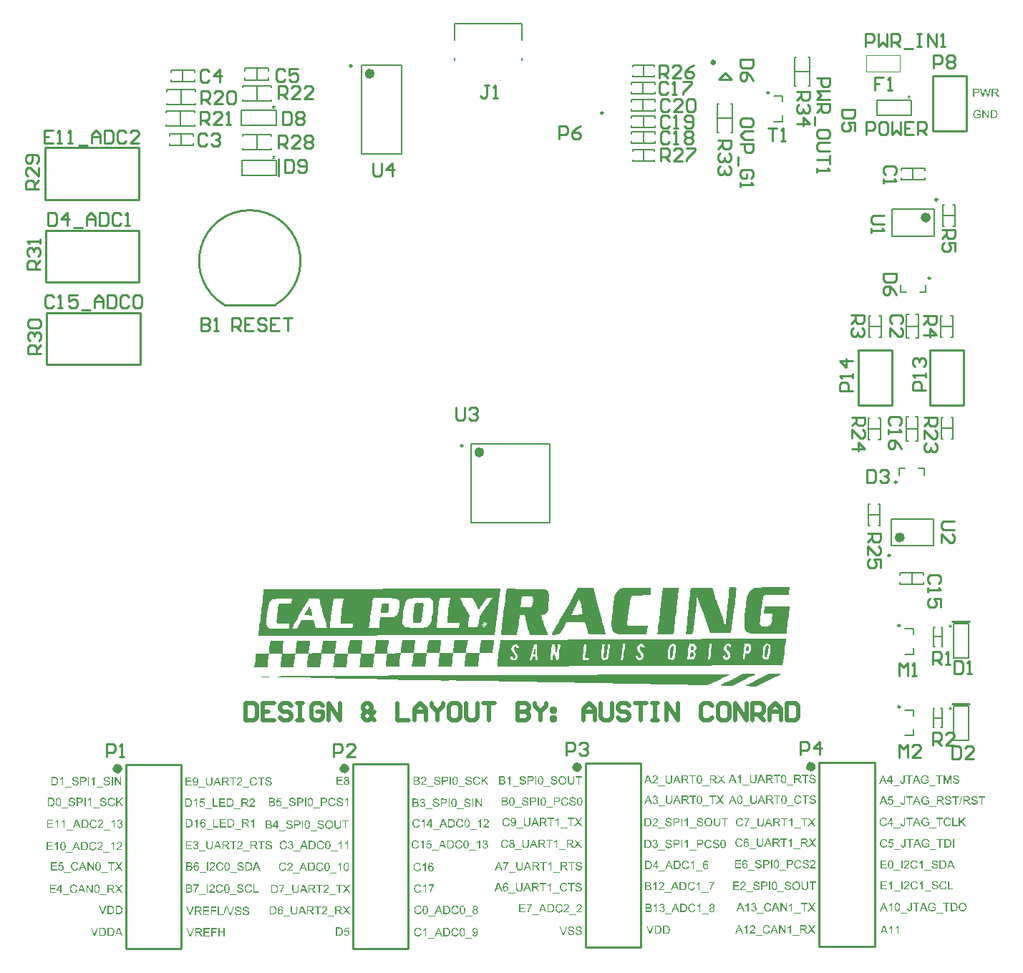
<source format=gbr>
%TF.GenerationSoftware,Altium Limited,Altium Designer,18.1.9 (240)*%
G04 Layer_Color=65535*
%FSLAX26Y26*%
%MOIN*%
%TF.FileFunction,Legend,Top*%
%TF.Part,Single*%
G01*
G75*
%TA.AperFunction,NonConductor*%
%ADD43C,0.009842*%
%ADD44C,0.005906*%
%ADD45C,0.007874*%
%ADD46C,0.010000*%
%ADD54C,0.039370*%
%ADD55C,0.003937*%
%ADD56C,0.023622*%
%ADD57C,0.019685*%
%ADD58C,0.020000*%
G36*
X5661221Y3333863D02*
X5663081Y3332019D01*
X5663089Y3330168D01*
X5663105Y3326464D01*
X5661294Y3317197D01*
X5661302Y3315345D01*
X5661334Y3307938D01*
X5659539Y3294968D01*
X5657760Y3278294D01*
X5657768Y3276442D01*
X5657776Y3274590D01*
X5655980Y3261620D01*
X5654201Y3244945D01*
X5650578Y3226412D01*
X5638067Y3122655D01*
X5541774Y3122236D01*
X5511767Y3209141D01*
X5511759Y3210993D01*
X5509899Y3212837D01*
X5506155Y3222079D01*
X5500535Y3236869D01*
X5494916Y3251660D01*
X5494908Y3253511D01*
X5493048Y3255355D01*
X5491164Y3262754D01*
X5487412Y3273849D01*
X5483668Y3283092D01*
X5483660Y3284943D01*
X5481784Y3290491D01*
X5479916Y3294186D01*
X5479932Y3290483D01*
X5478113Y3283067D01*
X5478153Y3273809D01*
X5476374Y3257134D01*
X5474610Y3236757D01*
X5472815Y3223786D01*
X5471028Y3208964D01*
X5471044Y3205260D01*
X5469232Y3195993D01*
X5467437Y3183023D01*
X5465658Y3166349D01*
X5463870Y3151526D01*
X5462083Y3136704D01*
X5460272Y3127437D01*
X5458436Y3123726D01*
X5458444Y3121874D01*
X5458460Y3118170D01*
X5426980Y3118033D01*
X5426964Y3121737D01*
X5426956Y3123588D01*
X5426940Y3127292D01*
X5428759Y3134707D01*
X5428703Y3147670D01*
X5432326Y3166204D01*
X5432277Y3177314D01*
X5434065Y3192137D01*
X5435852Y3206959D01*
X5437623Y3225485D01*
X5437615Y3227337D01*
X5437607Y3229189D01*
X5439435Y3234752D01*
X5439403Y3242159D01*
X5441182Y3258833D01*
X5444797Y3279219D01*
X5446568Y3297745D01*
X5448347Y3314419D01*
X5448315Y3321826D01*
X5450142Y3327389D01*
X5450134Y3329241D01*
X5450126Y3331093D01*
X5451962Y3334805D01*
X5550106Y3335232D01*
X5555734Y3318590D01*
X5555742Y3316738D01*
X5557618Y3311191D01*
X5559502Y3303792D01*
X5559511Y3301940D01*
X5563238Y3296401D01*
X5565138Y3285298D01*
X5570750Y3272360D01*
X5572618Y3268664D01*
X5574510Y3259413D01*
X5580114Y3248327D01*
X5583874Y3235380D01*
X5585742Y3231685D01*
X5587634Y3222434D01*
X5593237Y3211347D01*
X5596997Y3198401D01*
X5598857Y3196557D01*
X5600741Y3189158D01*
X5602633Y3179907D01*
X5604525Y3170657D01*
X5604533Y3168805D01*
X5606393Y3166961D01*
X5608261Y3163266D01*
X5610121Y3161422D01*
X5610113Y3163274D01*
X5611957Y3165133D01*
X5611924Y3172541D01*
X5613736Y3181808D01*
X5615523Y3196630D01*
X5617278Y3218859D01*
X5619074Y3231830D01*
X5620861Y3246652D01*
X5620853Y3248504D01*
X5620845Y3250356D01*
X5622656Y3259623D01*
X5624444Y3274445D01*
X5626231Y3289267D01*
X5626158Y3305933D01*
X5627954Y3318904D01*
X5629757Y3330023D01*
X5629749Y3331874D01*
X5629741Y3333726D01*
X5631585Y3335586D01*
X5655658Y3335691D01*
X5661221Y3333863D01*
D02*
G37*
G36*
X5911220Y3333099D02*
X5911228Y3331247D01*
X5909401Y3325684D01*
X5907589Y3316417D01*
X5905802Y3301595D01*
X5794695Y3301111D01*
X5792859Y3297400D01*
X5789164Y3295532D01*
X5785484Y3289960D01*
X5785492Y3288108D01*
X5785501Y3286257D01*
X5785525Y3280701D01*
X5783705Y3273286D01*
X5781902Y3262168D01*
X5780114Y3247345D01*
X5778351Y3226968D01*
X5778359Y3225116D01*
X5776540Y3217700D01*
X5776580Y3208442D01*
X5774776Y3197323D01*
X5772973Y3186204D01*
X5773013Y3176945D01*
X5771194Y3169530D01*
X5771210Y3165826D01*
X5771218Y3163975D01*
X5773078Y3162131D01*
X5776797Y3158443D01*
X5778665Y3154748D01*
X5804590Y3154861D01*
X5811989Y3156745D01*
X5815685Y3158613D01*
X5817537Y3158621D01*
X5819381Y3160481D01*
X5823060Y3166052D01*
X5824904Y3167912D01*
X5826723Y3175327D01*
X5828543Y3182742D01*
X5828510Y3190149D01*
X5830314Y3201268D01*
X5830266Y3212379D01*
X5791378Y3212210D01*
X5791362Y3215913D01*
X5791354Y3217765D01*
X5791330Y3223320D01*
X5793141Y3232587D01*
X5794929Y3247410D01*
X5902332Y3247877D01*
X5909747Y3246057D01*
X5911599Y3246066D01*
X5911615Y3242362D01*
X5909779Y3238650D01*
X5909812Y3231243D01*
X5908008Y3220124D01*
X5906221Y3205302D01*
X5902606Y3184916D01*
X5902614Y3183065D01*
X5900794Y3175649D01*
X5900835Y3166390D01*
X5899039Y3153420D01*
X5897236Y3142301D01*
X5897276Y3133042D01*
X5895457Y3125627D01*
X5895473Y3121923D01*
X5884362Y3121875D01*
X5875111Y3119983D01*
X5769560Y3119524D01*
X5754737Y3121311D01*
X5728812Y3121198D01*
X5723249Y3123026D01*
X5719537Y3124862D01*
X5712114Y3128533D01*
X5704667Y3137760D01*
X5700939Y3143299D01*
X5699047Y3152550D01*
X5699039Y3154401D01*
X5699023Y3158105D01*
X5698990Y3165512D01*
X5698950Y3174771D01*
X5698894Y3187734D01*
X5700673Y3204408D01*
X5702428Y3226637D01*
X5702420Y3228489D01*
X5704240Y3235904D01*
X5706051Y3245171D01*
X5707855Y3256290D01*
X5707806Y3267401D01*
X5709610Y3278519D01*
X5711429Y3285934D01*
X5711413Y3289638D01*
X5711405Y3291490D01*
X5713249Y3293350D01*
X5716904Y3304477D01*
X5724263Y3315619D01*
X5735325Y3326778D01*
X5737169Y3328638D01*
X5740864Y3330506D01*
X5744560Y3332374D01*
X5751967Y3332406D01*
X5755662Y3334274D01*
X5770477Y3334339D01*
X5785283Y3336255D01*
X5911204Y3336803D01*
X5911220Y3333099D01*
D02*
G37*
G36*
X5394573Y3330851D02*
X5394581Y3328999D01*
X5394597Y3325296D01*
X5392778Y3317881D01*
X5390982Y3304910D01*
X5391014Y3297503D01*
X5389211Y3286384D01*
X5387416Y3273414D01*
X5385620Y3260443D01*
X5383841Y3243769D01*
X5382070Y3225243D01*
X5382078Y3223391D01*
X5382086Y3221540D01*
X5380291Y3208569D01*
X5378511Y3191895D01*
X5376740Y3173369D01*
X5374969Y3154843D01*
X5373198Y3136317D01*
X5371394Y3125199D01*
X5371410Y3121495D01*
X5371418Y3119643D01*
X5367715Y3119627D01*
X5362167Y3117751D01*
X5293651Y3117453D01*
X5293635Y3121157D01*
X5293627Y3123008D01*
X5295455Y3128572D01*
X5295423Y3135979D01*
X5297218Y3148949D01*
X5300841Y3167483D01*
X5302636Y3180454D01*
X5304432Y3193424D01*
X5306211Y3210099D01*
X5307982Y3228624D01*
X5320485Y3334232D01*
X5394557Y3334555D01*
X5394573Y3330851D01*
D02*
G37*
G36*
X5264948Y3330287D02*
X5264956Y3328435D01*
X5264988Y3321028D01*
X5265029Y3311769D01*
X5263233Y3298799D01*
X5191014Y3298485D01*
X5183615Y3296601D01*
X5178059Y3296576D01*
X5176216Y3294716D01*
X5174372Y3292857D01*
X5172528Y3290997D01*
X5170693Y3287285D01*
X5170709Y3283582D01*
X5168873Y3279870D01*
X5167053Y3272455D01*
X5167102Y3261344D01*
X5163471Y3244662D01*
X5161708Y3224284D01*
X5152715Y3163135D01*
X5156434Y3159448D01*
X5156442Y3157596D01*
X5158302Y3155752D01*
X5249039Y3156147D01*
X5249056Y3152443D01*
X5249064Y3150592D01*
X5247236Y3145028D01*
X5245425Y3135761D01*
X5243653Y3117235D01*
X5141805Y3116792D01*
X5128835Y3118588D01*
X5115872Y3118531D01*
X5104754Y3120335D01*
X5099190Y3122162D01*
X5097330Y3124006D01*
X5091759Y3127685D01*
X5089899Y3129529D01*
X5086171Y3135068D01*
X5082427Y3144311D01*
X5078667Y3157258D01*
X5078659Y3159109D01*
X5078643Y3162813D01*
X5080471Y3168376D01*
X5080439Y3175783D01*
X5082242Y3186902D01*
X5084021Y3203576D01*
X5085793Y3222102D01*
X5085776Y3225806D01*
X5087596Y3233221D01*
X5087556Y3242480D01*
X5089351Y3255450D01*
X5091146Y3268421D01*
X5092950Y3279540D01*
X5094761Y3288807D01*
X5094737Y3294362D01*
X5094729Y3296214D01*
X5096565Y3299925D01*
X5103924Y3311068D01*
X5114978Y3324079D01*
X5124213Y3329675D01*
X5133456Y3333419D01*
X5264932Y3333991D01*
X5264948Y3330287D01*
D02*
G37*
G36*
X5020900Y3240338D02*
X5022767Y3236642D01*
X5024660Y3227392D01*
X5030288Y3210750D01*
X5034072Y3192248D01*
X5034080Y3190396D01*
X5035940Y3188552D01*
X5037840Y3177450D01*
X5041600Y3164503D01*
X5045360Y3151557D01*
X5045368Y3149705D01*
X5047244Y3144158D01*
X5049119Y3138611D01*
X5049136Y3134907D01*
X5052920Y3116405D01*
X4973293Y3116059D01*
X4965765Y3143804D01*
X4965757Y3145655D01*
X4963897Y3147499D01*
X4961997Y3158602D01*
X4960105Y3167853D01*
X4958245Y3169696D01*
X4958237Y3171548D01*
X4958229Y3173400D01*
X4871195Y3173021D01*
X4856510Y3143328D01*
X4838113Y3115471D01*
X4802929Y3115318D01*
X4804765Y3119029D01*
X4808428Y3128304D01*
X4812099Y3135728D01*
X4817623Y3143159D01*
X4823122Y3156146D01*
X4832324Y3169148D01*
X4841510Y3185855D01*
X4852533Y3206273D01*
X4865390Y3230402D01*
X4881935Y3258251D01*
X4900316Y3289812D01*
X4920525Y3326937D01*
X4922352Y3332500D01*
X4998275Y3332830D01*
X5020900Y3240338D01*
D02*
G37*
G36*
X4677933Y3327733D02*
X4770522Y3328136D01*
X4772382Y3326292D01*
X4777945Y3324464D01*
X4783525Y3318933D01*
X4787253Y3313394D01*
X4787261Y3311542D01*
X4789129Y3307847D01*
X4789145Y3304143D01*
X4789177Y3296736D01*
X4789209Y3289329D01*
X4789258Y3278218D01*
X4787470Y3263396D01*
X4787478Y3261544D01*
X4787494Y3257840D01*
X4785699Y3244870D01*
X4785756Y3231907D01*
X4783928Y3226344D01*
X4783944Y3222641D01*
X4782100Y3220781D01*
X4778413Y3217061D01*
X4769178Y3211465D01*
X4758083Y3207713D01*
X4752528Y3207689D01*
X4752536Y3205838D01*
X4754404Y3202142D01*
X4756280Y3196595D01*
X4758172Y3187344D01*
X4761924Y3176249D01*
X4767544Y3161459D01*
X4767552Y3159607D01*
X4769428Y3154060D01*
X4773164Y3146669D01*
X4776900Y3139278D01*
X4778792Y3130027D01*
X4782527Y3122636D01*
X4784403Y3117089D01*
X4784411Y3115237D01*
X4701081Y3114875D01*
X4699205Y3120422D01*
X4699197Y3122274D01*
X4697329Y3125969D01*
X4697321Y3127821D01*
X4695453Y3131517D01*
X4693577Y3137064D01*
X4691693Y3144463D01*
X4691685Y3146315D01*
X4689809Y3151862D01*
X4687925Y3159261D01*
X4687901Y3164816D01*
X4676605Y3207359D01*
X4654384Y3207262D01*
X4652540Y3205402D01*
X4652548Y3203551D01*
X4652564Y3199847D01*
X4652588Y3194292D01*
X4650769Y3186876D01*
X4650817Y3175766D01*
X4649030Y3160943D01*
X4649038Y3159092D01*
X4647210Y3153528D01*
X4645391Y3146113D01*
X4643571Y3138698D01*
X4643579Y3136846D01*
X4643595Y3133143D01*
X4641800Y3120172D01*
X4641808Y3118320D01*
X4641816Y3116468D01*
X4641824Y3114617D01*
X4565901Y3114286D01*
X4565885Y3117990D01*
X4565877Y3119842D01*
X4565861Y3123545D01*
X4567680Y3130961D01*
X4569476Y3143931D01*
X4571247Y3162457D01*
X4573050Y3173576D01*
X4574838Y3188398D01*
X4576625Y3203220D01*
X4578396Y3221746D01*
X4578388Y3223598D01*
X4578380Y3225450D01*
X4580175Y3238420D01*
X4581955Y3255094D01*
X4585578Y3273628D01*
X4587341Y3294006D01*
X4589120Y3310680D01*
X4590923Y3321799D01*
X4592759Y3325510D01*
X4592751Y3327362D01*
X4592735Y3331066D01*
X4677933Y3327733D01*
D02*
G37*
G36*
X4563123Y3327233D02*
X4563131Y3325381D01*
X4563147Y3321678D01*
X4561335Y3312411D01*
X4559540Y3299441D01*
X4557769Y3280915D01*
X4555965Y3269796D01*
X4554178Y3254974D01*
X4552399Y3238299D01*
X4550627Y3219773D01*
X4538124Y3114166D01*
X3436314Y3109371D01*
X3436298Y3113075D01*
X3436289Y3114927D01*
X3436265Y3120482D01*
X3438085Y3127897D01*
X3439880Y3140868D01*
X3441651Y3159394D01*
X3443455Y3170512D01*
X3445250Y3183483D01*
X3447030Y3200157D01*
X3448809Y3216831D01*
X3448801Y3218683D01*
X3448793Y3220535D01*
X3450620Y3226098D01*
X3450588Y3233505D01*
X3452367Y3250179D01*
X3455982Y3270565D01*
X3457753Y3289091D01*
X3459533Y3305765D01*
X3459501Y3313172D01*
X3461328Y3318735D01*
X3461320Y3320587D01*
X3461312Y3322439D01*
X3461296Y3326143D01*
X4564958Y3330945D01*
X4563123Y3327233D01*
D02*
G37*
G36*
X4166021Y3088473D02*
X4166037Y3084769D01*
X4166053Y3081066D01*
X4166069Y3077362D01*
X4164249Y3069947D01*
X4164290Y3060688D01*
X4164298Y3058836D01*
X4164306Y3056984D01*
X4162502Y3045866D01*
X4160691Y3036599D01*
X4160707Y3032895D01*
X4158863Y3031035D01*
X4158872Y3029184D01*
X4099614Y3028926D01*
X4099623Y3027074D01*
X4099639Y3023370D01*
X4097827Y3014103D01*
X4096007Y3006688D01*
X4094196Y2997421D01*
X4094204Y2995569D01*
X4094212Y2993718D01*
X4094252Y2984459D01*
X4092441Y2975192D01*
X4092473Y2967785D01*
X4092481Y2965933D01*
X4029521Y2965659D01*
X4029497Y2971214D01*
X4031332Y2974926D01*
X4031308Y2980481D01*
X4031276Y2987888D01*
X4033087Y2997155D01*
X4033079Y2999007D01*
X4033063Y3002711D01*
X4034867Y3013829D01*
X4036678Y3023096D01*
X4036662Y3026800D01*
X4036654Y3028652D01*
X3977397Y3028394D01*
X3977405Y3026542D01*
X3977421Y3022838D01*
X3975585Y3019127D01*
X3975610Y3013572D01*
X3973798Y3004305D01*
X3971986Y2995038D01*
X3970264Y2965401D01*
X3907303Y2965127D01*
X3907287Y2968831D01*
X3909122Y2972542D01*
X3909098Y2978098D01*
X3909066Y2985505D01*
X3910878Y2994772D01*
X3910870Y2996624D01*
X3910854Y3000327D01*
X3912665Y3009594D01*
X3914468Y3020713D01*
X3914452Y3024416D01*
X3914444Y3026268D01*
X3910733Y3028104D01*
X3853327Y3027854D01*
X3853343Y3024150D01*
X3853360Y3020447D01*
X3853376Y3016743D01*
X3851548Y3011180D01*
X3851580Y3003773D01*
X3849769Y2994506D01*
X3846194Y2964861D01*
X3785085Y2964595D01*
X3785077Y2966447D01*
X3785069Y2968299D01*
X3786897Y2973862D01*
X3786865Y2981269D01*
X3788676Y2990536D01*
X3790439Y3010914D01*
X3792251Y3020181D01*
X3792218Y3027588D01*
X3853327Y3027854D01*
X3853319Y3029706D01*
X3853303Y3033409D01*
X3855139Y3037121D01*
X3855115Y3042676D01*
X3855082Y3050083D01*
X3856894Y3059350D01*
X3862320Y3089003D01*
X3921577Y3089261D01*
X3921586Y3087409D01*
X3921593Y3085557D01*
X3919766Y3079994D01*
X3919806Y3070735D01*
X3917995Y3061468D01*
X3916191Y3050349D01*
X3916231Y3041090D01*
X3914412Y3033675D01*
X3914428Y3029972D01*
X3918132Y3029988D01*
X3921843Y3028152D01*
X3977397Y3028394D01*
X3977389Y3030246D01*
X3977381Y3032097D01*
X3979208Y3037661D01*
X3979176Y3045068D01*
X3980988Y3054335D01*
X3982751Y3074713D01*
X3984570Y3082128D01*
X3984538Y3089535D01*
X4043795Y3089793D01*
X4043803Y3087941D01*
X4043811Y3086089D01*
X4041983Y3080526D01*
X4042008Y3074970D01*
X4040196Y3065704D01*
X4038425Y3047178D01*
X4036613Y3037911D01*
X4036646Y3030503D01*
X4040349Y3030520D01*
X4044061Y3028684D01*
X4099614Y3028926D01*
X4099590Y3034481D01*
X4101426Y3038193D01*
X4101402Y3043748D01*
X4101369Y3051155D01*
X4103181Y3060422D01*
X4103173Y3062274D01*
X4103157Y3065977D01*
X4104968Y3075244D01*
X4106772Y3086363D01*
X4106764Y3088215D01*
X4106756Y3090067D01*
X4166013Y3090325D01*
X4166021Y3088473D01*
D02*
G37*
G36*
X3797516Y3086869D02*
X3799368Y3086877D01*
X3799384Y3083174D01*
X3799400Y3079470D01*
X3797572Y3073907D01*
X3797605Y3066500D01*
X3795793Y3057233D01*
X3795801Y3055381D01*
X3795809Y3053529D01*
X3794006Y3042410D01*
X3792194Y3033143D01*
X3792211Y3029440D01*
X3792218Y3027588D01*
X3736665Y3027346D01*
X3732970Y3025479D01*
X3731118Y3025470D01*
X3731134Y3021767D01*
X3731158Y3016211D01*
X3729330Y3010648D01*
X3729363Y3003241D01*
X3727551Y2993974D01*
X3727559Y2992122D01*
X3727567Y2990270D01*
X3725764Y2979152D01*
X3723952Y2969885D01*
X3723968Y2966181D01*
X3723977Y2964329D01*
X3662868Y2964064D01*
X3662843Y2969619D01*
X3664679Y2973330D01*
X3664655Y2978886D01*
X3664623Y2986293D01*
X3666434Y2995560D01*
X3666426Y2997412D01*
X3666410Y3001115D01*
X3668214Y3012234D01*
X3670025Y3021501D01*
X3670009Y3025204D01*
X3670001Y3027056D01*
X3608892Y3026790D01*
X3608908Y3023087D01*
X3607073Y3019375D01*
X3607097Y3013820D01*
X3605277Y3006405D01*
X3603474Y2995286D01*
X3601759Y2963798D01*
X3538798Y2963524D01*
X3538782Y2967227D01*
X3540618Y2970939D01*
X3540594Y2976494D01*
X3540561Y2983901D01*
X3542373Y2993168D01*
X3542365Y2995020D01*
X3542349Y2998724D01*
X3544160Y3007991D01*
X3545964Y3019109D01*
X3545948Y3022813D01*
X3545939Y3024665D01*
X3542228Y3026500D01*
X3486674Y3026259D01*
X3486691Y3022555D01*
X3484871Y3015140D01*
X3483068Y3004021D01*
X3481264Y2992902D01*
X3479541Y2963266D01*
X3416581Y2962992D01*
X3416564Y2966695D01*
X3418400Y2970407D01*
X3418392Y2972259D01*
X3420236Y2974119D01*
X3420196Y2983378D01*
X3420188Y2985229D01*
X3422023Y2988941D01*
X3421983Y2998200D01*
X3423714Y3025985D01*
X3486674Y3026259D01*
X3486666Y3028110D01*
X3486650Y3031814D01*
X3486634Y3035517D01*
X3486610Y3041073D01*
X3488430Y3048488D01*
X3488389Y3057747D01*
X3493816Y3087400D01*
X3556776Y3087674D01*
X3553081Y3085806D01*
X3553089Y3083954D01*
X3553113Y3078399D01*
X3551293Y3070983D01*
X3551326Y3063576D01*
X3549562Y3043199D01*
X3549595Y3035791D01*
X3549627Y3028384D01*
X3553331Y3028400D01*
X3557042Y3026565D01*
X3608892Y3026790D01*
X3608868Y3032346D01*
X3610704Y3036057D01*
X3610679Y3041613D01*
X3610647Y3049020D01*
X3612459Y3058287D01*
X3612451Y3060139D01*
X3612434Y3063842D01*
X3614246Y3073109D01*
X3616049Y3084228D01*
X3616041Y3086080D01*
X3616033Y3087931D01*
X3678994Y3088205D01*
X3677150Y3086346D01*
X3677166Y3082642D01*
X3677182Y3078938D01*
X3675355Y3073375D01*
X3675387Y3065968D01*
X3673575Y3056701D01*
X3671853Y3027064D01*
X3701473Y3029045D01*
X3731102Y3029174D01*
X3734676Y3058819D01*
X3734668Y3060670D01*
X3734652Y3064374D01*
X3736464Y3073641D01*
X3738267Y3084760D01*
X3738259Y3086611D01*
X3738251Y3088463D01*
X3793804Y3088705D01*
X3797516Y3086869D01*
D02*
G37*
G36*
X5830773Y3095717D02*
X5891882Y3095983D01*
X5891890Y3094131D01*
X5891906Y3090427D01*
X5891946Y3081168D01*
X5890143Y3070049D01*
X5888364Y3053375D01*
X5886601Y3032998D01*
X5883010Y3007057D01*
X5877592Y2975552D01*
X5877600Y2973700D01*
X4549872Y2967923D01*
X4549864Y2969775D01*
X4549855Y2971627D01*
X4549839Y2975330D01*
X4549807Y2982737D01*
X4551610Y2993856D01*
X4553390Y3010530D01*
X4555153Y3030908D01*
X4558736Y3058701D01*
X4564154Y3090205D01*
X4564146Y3092057D01*
X5810395Y3097480D01*
X5830773Y3095717D01*
D02*
G37*
G36*
X4534525Y3090076D02*
X4534542Y3086373D01*
X4534550Y3084521D01*
X4532738Y3075254D01*
X4532746Y3073402D01*
X4532754Y3071550D01*
X4530951Y3060432D01*
X4527376Y3030787D01*
X4466267Y3030521D01*
X4466283Y3026818D01*
X4466300Y3023114D01*
X4464472Y3017550D01*
X4464504Y3010143D01*
X4462701Y2999025D01*
X4462709Y2997173D01*
X4462717Y2995321D01*
X4460913Y2984202D01*
X4459110Y2973084D01*
X4459126Y2969380D01*
X4459134Y2967528D01*
X4396174Y2967254D01*
X4396166Y2969106D01*
X4396149Y2972810D01*
X4397985Y2976521D01*
X4397961Y2982077D01*
X4397929Y2989484D01*
X4399740Y2998751D01*
X4399732Y3000602D01*
X4399724Y3002454D01*
X4401528Y3013573D01*
X4403331Y3024692D01*
X4403315Y3028395D01*
X4403307Y3030247D01*
X4464416Y3030513D01*
X4466259Y3032373D01*
X4466243Y3036076D01*
X4468079Y3039788D01*
X4468055Y3045343D01*
X4468022Y3052751D01*
X4469834Y3062017D01*
X4473409Y3091662D01*
X4534517Y3091928D01*
X4534525Y3090076D01*
D02*
G37*
G36*
X4412316Y3087693D02*
X4410480Y3083981D01*
X4410504Y3078426D01*
X4408685Y3071010D01*
X4406873Y3061744D01*
X4406881Y3059892D01*
X4406889Y3058040D01*
X4405086Y3046921D01*
X4403283Y3035802D01*
X4403299Y3032099D01*
X4403307Y3030247D01*
X4344050Y3029989D01*
X4338631Y2998485D01*
X4338639Y2996633D01*
X4338647Y2994781D01*
X4338696Y2983671D01*
X4336892Y2972552D01*
X4336908Y2968848D01*
X4336917Y2966996D01*
X4273956Y2966722D01*
X4273948Y2968574D01*
X4273932Y2972278D01*
X4275767Y2975989D01*
X4275743Y2981545D01*
X4275711Y2988952D01*
X4277523Y2998219D01*
X4277515Y3000071D01*
X4277506Y3001923D01*
X4279310Y3013041D01*
X4281113Y3024160D01*
X4281097Y3027863D01*
X4281089Y3029715D01*
X4342198Y3029981D01*
X4344042Y3031841D01*
X4344034Y3033693D01*
X4344017Y3037396D01*
X4343977Y3046655D01*
X4345765Y3061478D01*
X4345756Y3063329D01*
X4345748Y3065181D01*
X4347552Y3076300D01*
X4349363Y3085567D01*
X4349347Y3089271D01*
X4349339Y3091122D01*
X4412300Y3091396D01*
X4412316Y3087693D01*
D02*
G37*
G36*
X4288246Y3087153D02*
X4288263Y3083449D01*
X4288287Y3077894D01*
X4286475Y3068627D01*
X4284664Y3059360D01*
X4282868Y3046389D01*
X4281081Y3031567D01*
X4281089Y3029715D01*
X4221832Y3029457D01*
X4216414Y2997953D01*
X4216422Y2996101D01*
X4216430Y2994249D01*
X4216478Y2983139D01*
X4214667Y2973872D01*
X4214683Y2970168D01*
X4214691Y2968316D01*
X4214699Y2966465D01*
X4151738Y2966191D01*
X4151730Y2968043D01*
X4151714Y2971746D01*
X4151698Y2975450D01*
X4153526Y2981013D01*
X4153493Y2988420D01*
X4155305Y2997687D01*
X4157100Y3010658D01*
X4158888Y3025480D01*
X4158872Y3029184D01*
X4221832Y3029457D01*
X4223555Y3059094D01*
X4223547Y3060946D01*
X4223531Y3064649D01*
X4225342Y3073916D01*
X4227146Y3085035D01*
X4228989Y3086895D01*
X4228981Y3088747D01*
X4228973Y3090599D01*
X4288230Y3090856D01*
X4288246Y3087153D01*
D02*
G37*
G36*
X5529650Y2929595D02*
X5631498Y2930038D01*
X5629654Y2928178D01*
X5625959Y2926310D01*
X5618560Y2924426D01*
X5609325Y2918830D01*
X5596386Y2913219D01*
X5579761Y2903887D01*
X5528016Y2879588D01*
X4470543Y2899061D01*
X4444618Y2898948D01*
X4424240Y2900711D01*
X4372391Y2900485D01*
X4340902Y2902200D01*
X4305718Y2902047D01*
X4266823Y2903730D01*
X4226083Y2903552D01*
X4181633Y2905211D01*
X4135338Y2905009D01*
X4040881Y2908302D01*
X3942729Y2909727D01*
X3842724Y2911143D01*
X3748267Y2914436D01*
X3701973Y2914235D01*
X3657522Y2915893D01*
X3616783Y2915716D01*
X3577887Y2917398D01*
X3542703Y2917245D01*
X3511215Y2918960D01*
X3459365Y2918734D01*
X3438987Y2920497D01*
X3527873Y2920884D01*
X3551938Y2922841D01*
X5496310Y2931301D01*
X5529650Y2929595D01*
D02*
G37*
G36*
X5750012Y2930553D02*
X5751864Y2930561D01*
X5748168Y2928693D01*
X5744473Y2926826D01*
X5738925Y2924950D01*
X5727839Y2919346D01*
X5714900Y2913734D01*
X5696423Y2904395D01*
X5642842Y2876384D01*
X5609510Y2876239D01*
X5600243Y2878051D01*
X5589124Y2879854D01*
X5585421Y2879838D01*
X5587265Y2881698D01*
X5590960Y2883566D01*
X5600203Y2887310D01*
X5602047Y2889170D01*
X5611289Y2892913D01*
X5622376Y2898517D01*
X5637166Y2904137D01*
X5692599Y2932155D01*
X5748152Y2932397D01*
X5750012Y2930553D01*
D02*
G37*
G36*
X5870378Y2931077D02*
X5872230Y2931085D01*
X5868534Y2929217D01*
X5864838Y2927349D01*
X5857448Y2923614D01*
X5848205Y2919870D01*
X5833423Y2912398D01*
X5814945Y2903059D01*
X5753957Y2875016D01*
X5728032Y2874903D01*
X5718765Y2876715D01*
X5700247Y2876634D01*
X5703943Y2878502D01*
X5707638Y2880370D01*
X5713178Y2884098D01*
X5722420Y2887841D01*
X5735351Y2895305D01*
X5753828Y2904644D01*
X5812964Y2932679D01*
X5868518Y2932921D01*
X5870378Y2931077D01*
D02*
G37*
G36*
X6785257Y5559016D02*
X6785702D01*
X6786756Y5558905D01*
X6787922Y5558739D01*
X6789142Y5558462D01*
X6790475Y5558128D01*
X6791751Y5557685D01*
X6791806D01*
X6791917Y5557629D01*
X6792084Y5557574D01*
X6792306Y5557462D01*
X6792917Y5557130D01*
X6793694Y5556741D01*
X6794526Y5556186D01*
X6795414Y5555520D01*
X6796247Y5554798D01*
X6797024Y5553910D01*
X6797135Y5553800D01*
X6797356Y5553467D01*
X6797690Y5552967D01*
X6798133Y5552245D01*
X6798578Y5551358D01*
X6799077Y5550248D01*
X6799577Y5549026D01*
X6799965Y5547639D01*
X6795359Y5546418D01*
Y5546474D01*
X6795303Y5546529D01*
X6795248Y5546695D01*
X6795192Y5546917D01*
X6795025Y5547417D01*
X6794803Y5548083D01*
X6794471Y5548860D01*
X6794082Y5549582D01*
X6793694Y5550359D01*
X6793194Y5551025D01*
X6793139Y5551080D01*
X6792972Y5551302D01*
X6792639Y5551579D01*
X6792251Y5551968D01*
X6791751Y5552412D01*
X6791085Y5552856D01*
X6790364Y5553300D01*
X6789531Y5553689D01*
X6789420Y5553744D01*
X6789142Y5553855D01*
X6788643Y5554021D01*
X6787977Y5554243D01*
X6787200Y5554410D01*
X6786312Y5554577D01*
X6785313Y5554688D01*
X6784258Y5554743D01*
X6783648D01*
X6783370Y5554688D01*
X6783038D01*
X6782205Y5554632D01*
X6781261Y5554466D01*
X6780207Y5554299D01*
X6779208Y5554021D01*
X6778209Y5553633D01*
X6778098Y5553578D01*
X6777765Y5553467D01*
X6777321Y5553189D01*
X6776766Y5552912D01*
X6776100Y5552467D01*
X6775378Y5552024D01*
X6774712Y5551468D01*
X6774102Y5550858D01*
X6774047Y5550802D01*
X6773824Y5550581D01*
X6773547Y5550192D01*
X6773214Y5549748D01*
X6772825Y5549193D01*
X6772437Y5548527D01*
X6772048Y5547806D01*
X6771660Y5547029D01*
Y5546973D01*
X6771605Y5546862D01*
X6771549Y5546695D01*
X6771438Y5546418D01*
X6771327Y5546085D01*
X6771216Y5545697D01*
X6771050Y5545252D01*
X6770939Y5544753D01*
X6770661Y5543587D01*
X6770439Y5542256D01*
X6770273Y5540868D01*
X6770217Y5539314D01*
Y5539258D01*
Y5539092D01*
Y5538815D01*
X6770273Y5538481D01*
Y5538038D01*
X6770328Y5537483D01*
X6770383Y5536927D01*
X6770439Y5536317D01*
X6770661Y5534930D01*
X6770939Y5533486D01*
X6771382Y5532043D01*
X6771938Y5530656D01*
Y5530600D01*
X6772048Y5530489D01*
X6772104Y5530323D01*
X6772270Y5530101D01*
X6772659Y5529490D01*
X6773270Y5528713D01*
X6773991Y5527881D01*
X6774879Y5527048D01*
X6775934Y5526271D01*
X6777099Y5525550D01*
X6777154D01*
X6777266Y5525494D01*
X6777432Y5525383D01*
X6777709Y5525273D01*
X6777987Y5525162D01*
X6778376Y5525051D01*
X6779264Y5524717D01*
X6780373Y5524440D01*
X6781595Y5524163D01*
X6782926Y5523940D01*
X6784314Y5523885D01*
X6784869D01*
X6785202Y5523940D01*
X6785535D01*
X6786368Y5524051D01*
X6787367Y5524163D01*
X6788421Y5524385D01*
X6789587Y5524717D01*
X6790752Y5525106D01*
X6790807D01*
X6790918Y5525162D01*
X6791029Y5525217D01*
X6791252Y5525328D01*
X6791862Y5525605D01*
X6792528Y5525939D01*
X6793305Y5526327D01*
X6794137Y5526771D01*
X6794914Y5527270D01*
X6795581Y5527825D01*
Y5535041D01*
X6784258D01*
Y5539592D01*
X6800575D01*
Y5525328D01*
X6800520Y5525273D01*
X6800409Y5525217D01*
X6800187Y5525051D01*
X6799909Y5524828D01*
X6799577Y5524606D01*
X6799188Y5524329D01*
X6798689Y5523996D01*
X6798189Y5523663D01*
X6797024Y5522941D01*
X6795691Y5522164D01*
X6794304Y5521443D01*
X6792806Y5520833D01*
X6792750D01*
X6792639Y5520777D01*
X6792417Y5520721D01*
X6792140Y5520610D01*
X6791751Y5520499D01*
X6791307Y5520333D01*
X6790807Y5520222D01*
X6790308Y5520111D01*
X6789087Y5519833D01*
X6787699Y5519556D01*
X6786201Y5519390D01*
X6784647Y5519334D01*
X6784092D01*
X6783703Y5519390D01*
X6783204D01*
X6782593Y5519445D01*
X6781927Y5519556D01*
X6781206Y5519611D01*
X6779596Y5519944D01*
X6777876Y5520333D01*
X6776100Y5520944D01*
X6775212Y5521276D01*
X6774324Y5521721D01*
X6774269Y5521776D01*
X6774102Y5521832D01*
X6773880Y5521998D01*
X6773547Y5522164D01*
X6773158Y5522442D01*
X6772770Y5522720D01*
X6771716Y5523497D01*
X6770605Y5524495D01*
X6769440Y5525717D01*
X6768330Y5527104D01*
X6767331Y5528713D01*
Y5528769D01*
X6767220Y5528935D01*
X6767109Y5529158D01*
X6766943Y5529546D01*
X6766776Y5529935D01*
X6766609Y5530489D01*
X6766387Y5531044D01*
X6766166Y5531711D01*
X6765944Y5532432D01*
X6765721Y5533265D01*
X6765555Y5534097D01*
X6765389Y5534985D01*
X6765111Y5536927D01*
X6765000Y5538981D01*
Y5539037D01*
Y5539258D01*
Y5539536D01*
X6765056Y5539925D01*
Y5540424D01*
X6765111Y5541034D01*
X6765222Y5541645D01*
X6765278Y5542367D01*
X6765444Y5543144D01*
X6765555Y5543976D01*
X6765999Y5545752D01*
X6766554Y5547583D01*
X6767331Y5549415D01*
X6767386Y5549471D01*
X6767442Y5549637D01*
X6767553Y5549859D01*
X6767775Y5550192D01*
X6767997Y5550636D01*
X6768275Y5551080D01*
X6769051Y5552135D01*
X6769995Y5553355D01*
X6771160Y5554521D01*
X6772493Y5555686D01*
X6773270Y5556186D01*
X6774047Y5556685D01*
X6774102Y5556741D01*
X6774269Y5556797D01*
X6774490Y5556908D01*
X6774824Y5557074D01*
X6775267Y5557240D01*
X6775767Y5557462D01*
X6776322Y5557685D01*
X6776988Y5557907D01*
X6777709Y5558128D01*
X6778486Y5558295D01*
X6779319Y5558517D01*
X6780207Y5558684D01*
X6782150Y5558961D01*
X6783149Y5559072D01*
X6784925D01*
X6785257Y5559016D01*
D02*
G37*
G36*
X6838260Y5520000D02*
X6832988D01*
X6812896Y5550136D01*
Y5520000D01*
X6808012D01*
Y5558406D01*
X6813230D01*
X6833376Y5528214D01*
Y5558406D01*
X6838260D01*
Y5520000D01*
D02*
G37*
G36*
X6862569Y5558350D02*
X6863679Y5558295D01*
X6864789Y5558184D01*
X6865899Y5558017D01*
X6866842Y5557851D01*
X6866898D01*
X6867009Y5557796D01*
X6867176D01*
X6867398Y5557685D01*
X6868008Y5557518D01*
X6868785Y5557240D01*
X6869673Y5556852D01*
X6870617Y5556352D01*
X6871560Y5555797D01*
X6872448Y5555076D01*
X6872503Y5555020D01*
X6872559Y5554965D01*
X6872725Y5554798D01*
X6872948Y5554632D01*
X6873502Y5554077D01*
X6874168Y5553300D01*
X6874890Y5552356D01*
X6875667Y5551247D01*
X6876389Y5549970D01*
X6876999Y5548527D01*
Y5548471D01*
X6877055Y5548360D01*
X6877166Y5548139D01*
X6877221Y5547806D01*
X6877387Y5547417D01*
X6877498Y5546973D01*
X6877609Y5546474D01*
X6877776Y5545863D01*
X6877943Y5545252D01*
X6878053Y5544531D01*
X6878331Y5542977D01*
X6878498Y5541257D01*
X6878553Y5539369D01*
Y5539314D01*
Y5539203D01*
Y5538926D01*
Y5538648D01*
X6878498Y5538260D01*
Y5537815D01*
X6878442Y5536761D01*
X6878275Y5535540D01*
X6878109Y5534264D01*
X6877832Y5532931D01*
X6877498Y5531600D01*
Y5531544D01*
X6877443Y5531433D01*
X6877387Y5531266D01*
X6877332Y5531044D01*
X6877110Y5530434D01*
X6876777Y5529657D01*
X6876444Y5528769D01*
X6876000Y5527881D01*
X6875445Y5526938D01*
X6874890Y5526050D01*
X6874834Y5525939D01*
X6874613Y5525661D01*
X6874279Y5525273D01*
X6873836Y5524773D01*
X6873336Y5524218D01*
X6872725Y5523663D01*
X6872115Y5523052D01*
X6871394Y5522553D01*
X6871283Y5522498D01*
X6871060Y5522331D01*
X6870672Y5522109D01*
X6870117Y5521832D01*
X6869451Y5521498D01*
X6868674Y5521221D01*
X6867786Y5520888D01*
X6866787Y5520610D01*
X6866676D01*
X6866510Y5520555D01*
X6866343Y5520499D01*
X6865788Y5520444D01*
X6865011Y5520333D01*
X6864123Y5520222D01*
X6863069Y5520111D01*
X6861903Y5520056D01*
X6860627Y5520000D01*
X6846807D01*
Y5558406D01*
X6861570D01*
X6862569Y5558350D01*
D02*
G37*
G36*
X6836151Y5620000D02*
X6831156D01*
X6823109Y5649248D01*
Y5649304D01*
X6823053Y5649415D01*
X6822998Y5649582D01*
X6822942Y5649859D01*
X6822775Y5650470D01*
X6822609Y5651191D01*
X6822387Y5651968D01*
X6822165Y5652690D01*
X6821998Y5653300D01*
X6821943Y5653578D01*
X6821887Y5653744D01*
Y5653689D01*
X6821832Y5653633D01*
X6821776Y5653300D01*
X6821666Y5652801D01*
X6821499Y5652190D01*
X6821333Y5651524D01*
X6821110Y5650747D01*
X6820944Y5649970D01*
X6820722Y5649248D01*
X6812619Y5620000D01*
X6807291D01*
X6797245Y5658406D01*
X6802518D01*
X6808234Y5633209D01*
Y5633154D01*
X6808290Y5633042D01*
X6808346Y5632820D01*
X6808401Y5632543D01*
X6808457Y5632154D01*
X6808568Y5631766D01*
X6808678Y5631266D01*
X6808789Y5630712D01*
X6809067Y5629546D01*
X6809345Y5628214D01*
X6809622Y5626771D01*
X6809900Y5625328D01*
Y5625383D01*
X6809955Y5625605D01*
X6810066Y5625883D01*
X6810122Y5626327D01*
X6810233Y5626771D01*
X6810399Y5627326D01*
X6810676Y5628547D01*
X6811010Y5629768D01*
X6811120Y5630378D01*
X6811287Y5630934D01*
X6811398Y5631433D01*
X6811509Y5631877D01*
X6811620Y5632210D01*
X6811676Y5632432D01*
X6818946Y5658406D01*
X6825106D01*
X6830546Y5638926D01*
Y5638870D01*
X6830657Y5638592D01*
X6830767Y5638204D01*
X6830878Y5637704D01*
X6831045Y5637038D01*
X6831267Y5636317D01*
X6831489Y5635484D01*
X6831711Y5634541D01*
X6831989Y5633486D01*
X6832211Y5632432D01*
X6832710Y5630157D01*
X6833209Y5627770D01*
X6833598Y5625328D01*
Y5625383D01*
X6833654Y5625494D01*
Y5625717D01*
X6833765Y5625994D01*
X6833820Y5626327D01*
X6833931Y5626716D01*
X6833986Y5627215D01*
X6834153Y5627770D01*
X6834431Y5628991D01*
X6834764Y5630434D01*
X6835096Y5631988D01*
X6835541Y5633708D01*
X6841534Y5658406D01*
X6846696D01*
X6836151Y5620000D01*
D02*
G37*
G36*
X6869784Y5658350D02*
X6870283D01*
X6871449Y5658295D01*
X6872670Y5658128D01*
X6874002Y5657962D01*
X6875223Y5657685D01*
X6875833Y5657518D01*
X6876333Y5657351D01*
X6876389D01*
X6876444Y5657296D01*
X6876777Y5657130D01*
X6877276Y5656908D01*
X6877887Y5656519D01*
X6878553Y5656020D01*
X6879275Y5655354D01*
X6879940Y5654577D01*
X6880606Y5653689D01*
Y5653633D01*
X6880662Y5653578D01*
X6880884Y5653244D01*
X6881106Y5652690D01*
X6881439Y5651968D01*
X6881717Y5651136D01*
X6881994Y5650136D01*
X6882160Y5649082D01*
X6882216Y5647917D01*
Y5647861D01*
Y5647750D01*
Y5647528D01*
X6882160Y5647251D01*
Y5646862D01*
X6882105Y5646474D01*
X6881883Y5645530D01*
X6881550Y5644420D01*
X6881106Y5643255D01*
X6880440Y5642089D01*
X6879996Y5641534D01*
X6879552Y5640979D01*
X6879497Y5640923D01*
X6879441Y5640868D01*
X6879275Y5640702D01*
X6879052Y5640535D01*
X6878775Y5640313D01*
X6878442Y5640091D01*
X6877998Y5639814D01*
X6877554Y5639480D01*
X6876999Y5639203D01*
X6876389Y5638926D01*
X6875722Y5638592D01*
X6875001Y5638315D01*
X6874168Y5638093D01*
X6873336Y5637815D01*
X6872392Y5637649D01*
X6871394Y5637483D01*
X6871505Y5637427D01*
X6871726Y5637316D01*
X6872060Y5637094D01*
X6872503Y5636872D01*
X6873502Y5636261D01*
X6874002Y5635873D01*
X6874446Y5635540D01*
X6874557Y5635429D01*
X6874834Y5635151D01*
X6875279Y5634708D01*
X6875833Y5634153D01*
X6876444Y5633376D01*
X6877166Y5632543D01*
X6877887Y5631544D01*
X6878664Y5630434D01*
X6885269Y5620000D01*
X6878941D01*
X6873891Y5627992D01*
Y5628047D01*
X6873780Y5628158D01*
X6873669Y5628325D01*
X6873502Y5628547D01*
X6873114Y5629158D01*
X6872614Y5629935D01*
X6872004Y5630767D01*
X6871394Y5631655D01*
X6870783Y5632488D01*
X6870228Y5633265D01*
X6870172Y5633320D01*
X6870006Y5633542D01*
X6869729Y5633875D01*
X6869340Y5634264D01*
X6868507Y5635096D01*
X6868064Y5635484D01*
X6867619Y5635818D01*
X6867564Y5635873D01*
X6867453Y5635928D01*
X6867231Y5636039D01*
X6866898Y5636206D01*
X6866565Y5636373D01*
X6866176Y5636539D01*
X6865288Y5636816D01*
X6865233D01*
X6865122Y5636872D01*
X6864900D01*
X6864623Y5636927D01*
X6864234Y5636983D01*
X6863790D01*
X6863180Y5637038D01*
X6856631D01*
Y5620000D01*
X6851525D01*
Y5658406D01*
X6869340D01*
X6869784Y5658350D01*
D02*
G37*
G36*
X6781595D02*
X6782538Y5658295D01*
X6783537Y5658239D01*
X6784480Y5658128D01*
X6785313Y5658017D01*
X6785424D01*
X6785812Y5657907D01*
X6786312Y5657796D01*
X6786978Y5657629D01*
X6787699Y5657351D01*
X6788476Y5657019D01*
X6789309Y5656630D01*
X6790030Y5656186D01*
X6790141Y5656131D01*
X6790364Y5655964D01*
X6790697Y5655631D01*
X6791141Y5655243D01*
X6791640Y5654743D01*
X6792140Y5654077D01*
X6792694Y5653355D01*
X6793139Y5652523D01*
X6793194Y5652412D01*
X6793305Y5652135D01*
X6793527Y5651635D01*
X6793749Y5650969D01*
X6793916Y5650192D01*
X6794137Y5649304D01*
X6794248Y5648305D01*
X6794304Y5647251D01*
Y5647195D01*
Y5647029D01*
Y5646806D01*
X6794248Y5646418D01*
X6794193Y5646029D01*
X6794137Y5645530D01*
X6794026Y5644975D01*
X6793916Y5644364D01*
X6793527Y5643088D01*
X6793305Y5642422D01*
X6792972Y5641700D01*
X6792583Y5640979D01*
X6792195Y5640313D01*
X6791695Y5639647D01*
X6791141Y5638981D01*
X6791085Y5638926D01*
X6790974Y5638815D01*
X6790807Y5638648D01*
X6790530Y5638481D01*
X6790197Y5638204D01*
X6789753Y5637926D01*
X6789198Y5637593D01*
X6788587Y5637316D01*
X6787866Y5636983D01*
X6787033Y5636650D01*
X6786145Y5636373D01*
X6785091Y5636150D01*
X6783981Y5635928D01*
X6782760Y5635762D01*
X6781373Y5635651D01*
X6779930Y5635596D01*
X6770106D01*
Y5620000D01*
X6765000D01*
Y5658406D01*
X6780762D01*
X6781595Y5658350D01*
D02*
G37*
G36*
X2675724Y1712860D02*
X2670396D01*
X2655522Y1751266D01*
X2661072D01*
X2671062Y1723349D01*
Y1723294D01*
X2671118Y1723183D01*
X2671173Y1723016D01*
X2671284Y1722794D01*
X2671340Y1722461D01*
X2671451Y1722128D01*
X2671728Y1721296D01*
X2672061Y1720352D01*
X2672394Y1719298D01*
X2673060Y1717078D01*
Y1717133D01*
X2673116Y1717244D01*
X2673171Y1717411D01*
X2673227Y1717633D01*
X2673393Y1718243D01*
X2673671Y1719076D01*
X2673948Y1720019D01*
X2674281Y1721074D01*
X2674670Y1722184D01*
X2675114Y1723349D01*
X2685548Y1751266D01*
X2690709D01*
X2675724Y1712860D01*
D02*
G37*
G36*
X2804484D02*
X2798712D01*
X2794217Y1724515D01*
X2778122D01*
X2773959Y1712860D01*
X2768576D01*
X2783228Y1751266D01*
X2788778D01*
X2804484Y1712860D01*
D02*
G37*
G36*
X2749817Y1751210D02*
X2750927Y1751155D01*
X2752037Y1751044D01*
X2753147Y1750877D01*
X2754090Y1750711D01*
X2754146D01*
X2754257Y1750655D01*
X2754423D01*
X2754645Y1750544D01*
X2755256Y1750378D01*
X2756033Y1750100D01*
X2756921Y1749712D01*
X2757864Y1749212D01*
X2758808Y1748657D01*
X2759696Y1747936D01*
X2759751Y1747880D01*
X2759807Y1747825D01*
X2759973Y1747658D01*
X2760195Y1747492D01*
X2760750Y1746937D01*
X2761416Y1746160D01*
X2762138Y1745216D01*
X2762915Y1744106D01*
X2763636Y1742830D01*
X2764247Y1741387D01*
Y1741331D01*
X2764302Y1741220D01*
X2764413Y1740998D01*
X2764469Y1740665D01*
X2764635Y1740277D01*
X2764746Y1739833D01*
X2764857Y1739333D01*
X2765024Y1738723D01*
X2765190Y1738112D01*
X2765301Y1737391D01*
X2765579Y1735837D01*
X2765745Y1734116D01*
X2765801Y1732229D01*
Y1732174D01*
Y1732063D01*
Y1731785D01*
Y1731508D01*
X2765745Y1731119D01*
Y1730675D01*
X2765690Y1729621D01*
X2765523Y1728400D01*
X2765357Y1727123D01*
X2765079Y1725791D01*
X2764746Y1724459D01*
Y1724404D01*
X2764691Y1724293D01*
X2764635Y1724126D01*
X2764580Y1723904D01*
X2764358Y1723294D01*
X2764025Y1722517D01*
X2763692Y1721629D01*
X2763248Y1720741D01*
X2762693Y1719797D01*
X2762138Y1718909D01*
X2762082Y1718798D01*
X2761860Y1718521D01*
X2761527Y1718132D01*
X2761083Y1717633D01*
X2760584Y1717078D01*
X2759973Y1716523D01*
X2759363Y1715912D01*
X2758641Y1715413D01*
X2758530Y1715357D01*
X2758308Y1715191D01*
X2757920Y1714969D01*
X2757365Y1714691D01*
X2756699Y1714358D01*
X2755922Y1714081D01*
X2755034Y1713748D01*
X2754035Y1713470D01*
X2753924D01*
X2753757Y1713415D01*
X2753591Y1713359D01*
X2753036Y1713304D01*
X2752259Y1713193D01*
X2751371Y1713082D01*
X2750316Y1712971D01*
X2749151Y1712915D01*
X2747874Y1712860D01*
X2734055D01*
Y1751266D01*
X2748818D01*
X2749817Y1751210D01*
D02*
G37*
G36*
X2711078D02*
X2712188Y1751155D01*
X2713298Y1751044D01*
X2714408Y1750877D01*
X2715351Y1750711D01*
X2715407D01*
X2715518Y1750655D01*
X2715684D01*
X2715906Y1750544D01*
X2716517Y1750378D01*
X2717294Y1750100D01*
X2718182Y1749712D01*
X2719125Y1749212D01*
X2720069Y1748657D01*
X2720957Y1747936D01*
X2721012Y1747880D01*
X2721068Y1747825D01*
X2721234Y1747658D01*
X2721456Y1747492D01*
X2722011Y1746937D01*
X2722677Y1746160D01*
X2723399Y1745216D01*
X2724176Y1744106D01*
X2724897Y1742830D01*
X2725508Y1741387D01*
Y1741331D01*
X2725563Y1741220D01*
X2725674Y1740998D01*
X2725730Y1740665D01*
X2725896Y1740277D01*
X2726007Y1739833D01*
X2726118Y1739333D01*
X2726285Y1738723D01*
X2726451Y1738112D01*
X2726562Y1737391D01*
X2726840Y1735837D01*
X2727006Y1734116D01*
X2727062Y1732229D01*
Y1732174D01*
Y1732063D01*
Y1731785D01*
Y1731508D01*
X2727006Y1731119D01*
Y1730675D01*
X2726951Y1729621D01*
X2726784Y1728400D01*
X2726618Y1727123D01*
X2726340Y1725791D01*
X2726007Y1724459D01*
Y1724404D01*
X2725952Y1724293D01*
X2725896Y1724126D01*
X2725841Y1723904D01*
X2725619Y1723294D01*
X2725286Y1722517D01*
X2724953Y1721629D01*
X2724509Y1720741D01*
X2723954Y1719797D01*
X2723399Y1718909D01*
X2723343Y1718798D01*
X2723121Y1718521D01*
X2722788Y1718132D01*
X2722344Y1717633D01*
X2721845Y1717078D01*
X2721234Y1716523D01*
X2720624Y1715912D01*
X2719902Y1715413D01*
X2719791Y1715357D01*
X2719569Y1715191D01*
X2719181Y1714969D01*
X2718626Y1714691D01*
X2717960Y1714358D01*
X2717183Y1714081D01*
X2716295Y1713748D01*
X2715296Y1713470D01*
X2715185D01*
X2715018Y1713415D01*
X2714852Y1713359D01*
X2714297Y1713304D01*
X2713520Y1713193D01*
X2712632Y1713082D01*
X2711577Y1712971D01*
X2710412Y1712915D01*
X2709135Y1712860D01*
X2695316D01*
Y1751266D01*
X2710079D01*
X2711078Y1751210D01*
D02*
G37*
G36*
X2713875Y1814594D02*
X2708547D01*
X2693673Y1853001D01*
X2699223D01*
X2709213Y1825084D01*
Y1825028D01*
X2709268Y1824918D01*
X2709324Y1824751D01*
X2709435Y1824529D01*
X2709490Y1824196D01*
X2709601Y1823863D01*
X2709879Y1823031D01*
X2710212Y1822087D01*
X2710545Y1821033D01*
X2711211Y1818812D01*
Y1818868D01*
X2711266Y1818979D01*
X2711322Y1819146D01*
X2711377Y1819368D01*
X2711544Y1819978D01*
X2711821Y1820811D01*
X2712099Y1821754D01*
X2712432Y1822809D01*
X2712820Y1823918D01*
X2713264Y1825084D01*
X2723698Y1853001D01*
X2728860D01*
X2713875Y1814594D01*
D02*
G37*
G36*
X2787967Y1852945D02*
X2789077Y1852889D01*
X2790187Y1852778D01*
X2791297Y1852612D01*
X2792241Y1852446D01*
X2792296D01*
X2792407Y1852390D01*
X2792574D01*
X2792796Y1852279D01*
X2793406Y1852112D01*
X2794183Y1851835D01*
X2795071Y1851447D01*
X2796015Y1850947D01*
X2796958Y1850392D01*
X2797846Y1849670D01*
X2797902Y1849615D01*
X2797957Y1849560D01*
X2798124Y1849393D01*
X2798346Y1849226D01*
X2798901Y1848671D01*
X2799567Y1847895D01*
X2800288Y1846951D01*
X2801065Y1845841D01*
X2801787Y1844564D01*
X2802397Y1843121D01*
Y1843066D01*
X2802453Y1842955D01*
X2802564Y1842733D01*
X2802619Y1842400D01*
X2802786Y1842012D01*
X2802897Y1841568D01*
X2803008Y1841068D01*
X2803174Y1840457D01*
X2803341Y1839847D01*
X2803452Y1839126D01*
X2803729Y1837572D01*
X2803896Y1835851D01*
X2803951Y1833964D01*
Y1833909D01*
Y1833797D01*
Y1833520D01*
Y1833243D01*
X2803896Y1832854D01*
Y1832410D01*
X2803840Y1831355D01*
X2803674Y1830134D01*
X2803507Y1828858D01*
X2803230Y1827526D01*
X2802897Y1826194D01*
Y1826139D01*
X2802841Y1826027D01*
X2802786Y1825861D01*
X2802730Y1825639D01*
X2802508Y1825028D01*
X2802175Y1824252D01*
X2801842Y1823363D01*
X2801398Y1822476D01*
X2800843Y1821532D01*
X2800288Y1820644D01*
X2800233Y1820533D01*
X2800011Y1820255D01*
X2799678Y1819867D01*
X2799234Y1819368D01*
X2798734Y1818812D01*
X2798124Y1818257D01*
X2797513Y1817647D01*
X2796792Y1817148D01*
X2796681Y1817092D01*
X2796459Y1816926D01*
X2796070Y1816704D01*
X2795515Y1816426D01*
X2794849Y1816093D01*
X2794072Y1815815D01*
X2793184Y1815483D01*
X2792185Y1815205D01*
X2792074D01*
X2791908Y1815149D01*
X2791741Y1815094D01*
X2791186Y1815039D01*
X2790409Y1814928D01*
X2789521Y1814816D01*
X2788467Y1814706D01*
X2787301Y1814650D01*
X2786025Y1814594D01*
X2772205D01*
Y1853001D01*
X2786968D01*
X2787967Y1852945D01*
D02*
G37*
G36*
X2749228D02*
X2750338Y1852889D01*
X2751448Y1852778D01*
X2752558Y1852612D01*
X2753502Y1852446D01*
X2753557D01*
X2753668Y1852390D01*
X2753835D01*
X2754057Y1852279D01*
X2754667Y1852112D01*
X2755444Y1851835D01*
X2756332Y1851447D01*
X2757276Y1850947D01*
X2758219Y1850392D01*
X2759107Y1849670D01*
X2759163Y1849615D01*
X2759218Y1849560D01*
X2759385Y1849393D01*
X2759607Y1849226D01*
X2760162Y1848671D01*
X2760828Y1847895D01*
X2761549Y1846951D01*
X2762326Y1845841D01*
X2763048Y1844564D01*
X2763658Y1843121D01*
Y1843066D01*
X2763714Y1842955D01*
X2763825Y1842733D01*
X2763880Y1842400D01*
X2764047Y1842012D01*
X2764158Y1841568D01*
X2764269Y1841068D01*
X2764435Y1840457D01*
X2764602Y1839847D01*
X2764713Y1839126D01*
X2764990Y1837572D01*
X2765157Y1835851D01*
X2765212Y1833964D01*
Y1833909D01*
Y1833797D01*
Y1833520D01*
Y1833243D01*
X2765157Y1832854D01*
Y1832410D01*
X2765101Y1831355D01*
X2764935Y1830134D01*
X2764768Y1828858D01*
X2764491Y1827526D01*
X2764158Y1826194D01*
Y1826139D01*
X2764102Y1826027D01*
X2764047Y1825861D01*
X2763991Y1825639D01*
X2763769Y1825028D01*
X2763436Y1824252D01*
X2763103Y1823363D01*
X2762659Y1822476D01*
X2762104Y1821532D01*
X2761549Y1820644D01*
X2761494Y1820533D01*
X2761272Y1820255D01*
X2760939Y1819867D01*
X2760495Y1819368D01*
X2759995Y1818812D01*
X2759385Y1818257D01*
X2758774Y1817647D01*
X2758053Y1817148D01*
X2757942Y1817092D01*
X2757720Y1816926D01*
X2757331Y1816704D01*
X2756776Y1816426D01*
X2756110Y1816093D01*
X2755333Y1815815D01*
X2754445Y1815483D01*
X2753446Y1815205D01*
X2753335D01*
X2753169Y1815149D01*
X2753002Y1815094D01*
X2752447Y1815039D01*
X2751670Y1814928D01*
X2750782Y1814816D01*
X2749728Y1814706D01*
X2748562Y1814650D01*
X2747286Y1814594D01*
X2733466D01*
Y1853001D01*
X2748229D01*
X2749228Y1852945D01*
D02*
G37*
G36*
X2578329Y1952710D02*
X2578828Y1952655D01*
X2579439Y1952599D01*
X2580049Y1952544D01*
X2580771Y1952377D01*
X2582269Y1952044D01*
X2583934Y1951545D01*
X2584767Y1951212D01*
X2585544Y1950823D01*
X2586321Y1950324D01*
X2587098Y1949824D01*
X2587153Y1949769D01*
X2587264Y1949713D01*
X2587486Y1949547D01*
X2587764Y1949269D01*
X2588041Y1948992D01*
X2588430Y1948603D01*
X2588818Y1948159D01*
X2589262Y1947715D01*
X2589706Y1947160D01*
X2590150Y1946494D01*
X2590650Y1945828D01*
X2591094Y1945107D01*
X2591482Y1944274D01*
X2591926Y1943442D01*
X2592259Y1942554D01*
X2592592Y1941555D01*
X2587597Y1940389D01*
Y1940445D01*
X2587542Y1940556D01*
X2587431Y1940778D01*
X2587320Y1941055D01*
X2587209Y1941388D01*
X2587042Y1941832D01*
X2586598Y1942720D01*
X2586043Y1943719D01*
X2585377Y1944718D01*
X2584545Y1945662D01*
X2583657Y1946494D01*
X2583546Y1946605D01*
X2583213Y1946827D01*
X2582658Y1947105D01*
X2581936Y1947493D01*
X2580993Y1947826D01*
X2579938Y1948159D01*
X2578662Y1948381D01*
X2577274Y1948437D01*
X2576830D01*
X2576553Y1948381D01*
X2576164D01*
X2575720Y1948326D01*
X2574666Y1948159D01*
X2573500Y1947937D01*
X2572279Y1947549D01*
X2571003Y1946994D01*
X2569837Y1946272D01*
X2569782D01*
X2569726Y1946161D01*
X2569338Y1945884D01*
X2568838Y1945440D01*
X2568228Y1944774D01*
X2567506Y1943941D01*
X2566840Y1942998D01*
X2566230Y1941832D01*
X2565675Y1940556D01*
Y1940500D01*
X2565619Y1940389D01*
X2565564Y1940223D01*
X2565508Y1939945D01*
X2565397Y1939612D01*
X2565286Y1939224D01*
X2565120Y1938280D01*
X2564898Y1937170D01*
X2564676Y1935949D01*
X2564565Y1934617D01*
X2564509Y1933174D01*
Y1933119D01*
Y1932952D01*
Y1932675D01*
Y1932342D01*
X2564565Y1931953D01*
Y1931454D01*
X2564620Y1930899D01*
X2564676Y1930288D01*
X2564842Y1928956D01*
X2565120Y1927513D01*
X2565453Y1926070D01*
X2565897Y1924627D01*
Y1924572D01*
X2565952Y1924461D01*
X2566063Y1924294D01*
X2566174Y1924017D01*
X2566507Y1923351D01*
X2567007Y1922574D01*
X2567617Y1921686D01*
X2568394Y1920742D01*
X2569282Y1919910D01*
X2570337Y1919133D01*
X2570392D01*
X2570503Y1919077D01*
X2570670Y1918966D01*
X2570892Y1918855D01*
X2571169Y1918744D01*
X2571502Y1918578D01*
X2572279Y1918245D01*
X2573278Y1917912D01*
X2574388Y1917634D01*
X2575609Y1917412D01*
X2576886Y1917357D01*
X2577274D01*
X2577607Y1917412D01*
X2577996D01*
X2578384Y1917468D01*
X2579383Y1917690D01*
X2580549Y1917967D01*
X2581714Y1918411D01*
X2582935Y1919022D01*
X2583546Y1919355D01*
X2584101Y1919799D01*
X2584156Y1919854D01*
X2584212Y1919910D01*
X2584378Y1920076D01*
X2584600Y1920243D01*
X2584822Y1920520D01*
X2585100Y1920853D01*
X2585433Y1921186D01*
X2585710Y1921630D01*
X2586043Y1922130D01*
X2586432Y1922685D01*
X2586765Y1923240D01*
X2587098Y1923906D01*
X2587375Y1924627D01*
X2587653Y1925404D01*
X2587930Y1926237D01*
X2588152Y1927125D01*
X2593258Y1925848D01*
Y1925793D01*
X2593203Y1925571D01*
X2593092Y1925238D01*
X2592925Y1924794D01*
X2592759Y1924294D01*
X2592537Y1923684D01*
X2592259Y1923018D01*
X2591926Y1922296D01*
X2591149Y1920742D01*
X2590150Y1919188D01*
X2589540Y1918411D01*
X2588929Y1917634D01*
X2588263Y1916968D01*
X2587486Y1916302D01*
X2587431Y1916247D01*
X2587320Y1916136D01*
X2587042Y1916025D01*
X2586765Y1915803D01*
X2586321Y1915525D01*
X2585877Y1915248D01*
X2585266Y1914970D01*
X2584656Y1914693D01*
X2583934Y1914360D01*
X2583157Y1914082D01*
X2582325Y1913805D01*
X2581437Y1913527D01*
X2580493Y1913305D01*
X2579494Y1913194D01*
X2578440Y1913083D01*
X2577330Y1913028D01*
X2576719D01*
X2576275Y1913083D01*
X2575776D01*
X2575165Y1913139D01*
X2574499Y1913250D01*
X2573722Y1913361D01*
X2572113Y1913638D01*
X2570448Y1914082D01*
X2568783Y1914693D01*
X2568006Y1915081D01*
X2567229Y1915525D01*
X2567173Y1915581D01*
X2567062Y1915636D01*
X2566840Y1915803D01*
X2566618Y1916025D01*
X2566285Y1916247D01*
X2565897Y1916580D01*
X2565453Y1916968D01*
X2565009Y1917412D01*
X2564565Y1917912D01*
X2564065Y1918411D01*
X2563066Y1919688D01*
X2562123Y1921186D01*
X2561290Y1922851D01*
Y1922907D01*
X2561179Y1923073D01*
X2561124Y1923351D01*
X2560957Y1923684D01*
X2560846Y1924128D01*
X2560680Y1924683D01*
X2560458Y1925293D01*
X2560291Y1925959D01*
X2560125Y1926681D01*
X2559903Y1927513D01*
X2559625Y1929234D01*
X2559403Y1931176D01*
X2559292Y1933174D01*
Y1933230D01*
Y1933452D01*
Y1933785D01*
X2559348Y1934173D01*
Y1934728D01*
X2559403Y1935283D01*
X2559459Y1936005D01*
X2559570Y1936726D01*
X2559847Y1938336D01*
X2560236Y1940112D01*
X2560791Y1941888D01*
X2561568Y1943608D01*
X2561623Y1943664D01*
X2561679Y1943830D01*
X2561790Y1944052D01*
X2562012Y1944330D01*
X2562234Y1944718D01*
X2562511Y1945162D01*
X2563233Y1946161D01*
X2564176Y1947271D01*
X2565286Y1948381D01*
X2566563Y1949491D01*
X2568061Y1950435D01*
X2568117Y1950490D01*
X2568283Y1950546D01*
X2568505Y1950657D01*
X2568783Y1950823D01*
X2569227Y1950990D01*
X2569671Y1951156D01*
X2570226Y1951378D01*
X2570836Y1951600D01*
X2571502Y1951822D01*
X2572224Y1952044D01*
X2573778Y1952377D01*
X2575554Y1952655D01*
X2577385Y1952766D01*
X2577940D01*
X2578329Y1952710D01*
D02*
G37*
G36*
X2789395Y1933840D02*
X2803770Y1913694D01*
X2797498D01*
X2787786Y1927347D01*
X2787730Y1927402D01*
X2787619Y1927569D01*
X2787508Y1927791D01*
X2787286Y1928068D01*
X2786787Y1928845D01*
X2786232Y1929678D01*
X2786176Y1929622D01*
X2786010Y1929400D01*
X2785788Y1929067D01*
X2785510Y1928623D01*
X2784900Y1927735D01*
X2784622Y1927347D01*
X2784400Y1927014D01*
X2774688Y1913694D01*
X2768583D01*
X2783401Y1933563D01*
X2770303Y1952100D01*
X2776353D01*
X2783346Y1942221D01*
Y1942165D01*
X2783457Y1942110D01*
X2783568Y1941943D01*
X2783734Y1941721D01*
X2784067Y1941166D01*
X2784567Y1940500D01*
X2785066Y1939723D01*
X2785566Y1938946D01*
X2786010Y1938225D01*
X2786398Y1937559D01*
X2786454Y1937670D01*
X2786620Y1937892D01*
X2786898Y1938336D01*
X2787286Y1938891D01*
X2787730Y1939501D01*
X2788285Y1940278D01*
X2788840Y1941055D01*
X2789506Y1941888D01*
X2797165Y1952100D01*
X2802715D01*
X2789395Y1933840D01*
D02*
G37*
G36*
X2665519Y1913694D02*
X2660247D01*
X2640156Y1943830D01*
Y1913694D01*
X2635272D01*
Y1952100D01*
X2640489D01*
X2660635Y1921908D01*
Y1952100D01*
X2665519D01*
Y1913694D01*
D02*
G37*
G36*
X2752099Y1952044D02*
X2752599D01*
X2753764Y1951989D01*
X2754985Y1951822D01*
X2756317Y1951656D01*
X2757538Y1951378D01*
X2758149Y1951212D01*
X2758648Y1951045D01*
X2758704D01*
X2758759Y1950990D01*
X2759092Y1950823D01*
X2759592Y1950601D01*
X2760202Y1950213D01*
X2760868Y1949713D01*
X2761590Y1949047D01*
X2762256Y1948270D01*
X2762922Y1947382D01*
Y1947327D01*
X2762977Y1947271D01*
X2763199Y1946938D01*
X2763421Y1946383D01*
X2763754Y1945662D01*
X2764032Y1944829D01*
X2764309Y1943830D01*
X2764476Y1942776D01*
X2764531Y1941610D01*
Y1941555D01*
Y1941444D01*
Y1941222D01*
X2764476Y1940944D01*
Y1940556D01*
X2764420Y1940167D01*
X2764198Y1939224D01*
X2763865Y1938114D01*
X2763421Y1936948D01*
X2762755Y1935783D01*
X2762311Y1935228D01*
X2761867Y1934673D01*
X2761812Y1934617D01*
X2761756Y1934562D01*
X2761590Y1934395D01*
X2761368Y1934229D01*
X2761090Y1934007D01*
X2760757Y1933785D01*
X2760313Y1933507D01*
X2759869Y1933174D01*
X2759314Y1932897D01*
X2758704Y1932619D01*
X2758038Y1932286D01*
X2757316Y1932009D01*
X2756484Y1931787D01*
X2755651Y1931509D01*
X2754708Y1931343D01*
X2753709Y1931176D01*
X2753820Y1931121D01*
X2754042Y1931010D01*
X2754375Y1930788D01*
X2754819Y1930566D01*
X2755818Y1929955D01*
X2756317Y1929567D01*
X2756761Y1929234D01*
X2756872Y1929123D01*
X2757150Y1928845D01*
X2757594Y1928401D01*
X2758149Y1927846D01*
X2758759Y1927069D01*
X2759481Y1926237D01*
X2760202Y1925238D01*
X2760979Y1924128D01*
X2767584Y1913694D01*
X2761257D01*
X2756206Y1921686D01*
Y1921741D01*
X2756095Y1921852D01*
X2755984Y1922019D01*
X2755818Y1922241D01*
X2755429Y1922851D01*
X2754930Y1923628D01*
X2754319Y1924461D01*
X2753709Y1925349D01*
X2753098Y1926181D01*
X2752543Y1926958D01*
X2752488Y1927014D01*
X2752321Y1927236D01*
X2752044Y1927569D01*
X2751655Y1927957D01*
X2750823Y1928790D01*
X2750379Y1929178D01*
X2749935Y1929511D01*
X2749879Y1929567D01*
X2749768Y1929622D01*
X2749546Y1929733D01*
X2749213Y1929900D01*
X2748880Y1930066D01*
X2748492Y1930233D01*
X2747604Y1930510D01*
X2747548D01*
X2747437Y1930566D01*
X2747215D01*
X2746938Y1930621D01*
X2746549Y1930677D01*
X2746105D01*
X2745495Y1930732D01*
X2738946D01*
Y1913694D01*
X2733840D01*
Y1952100D01*
X2751655D01*
X2752099Y1952044D01*
D02*
G37*
G36*
X2631220Y1913694D02*
X2625448D01*
X2620953Y1925349D01*
X2604858D01*
X2600695Y1913694D01*
X2595312D01*
X2609964Y1952100D01*
X2615514D01*
X2631220Y1913694D01*
D02*
G37*
G36*
X2518944Y1927236D02*
X2524161D01*
Y1922907D01*
X2518944D01*
Y1913694D01*
X2514226D01*
Y1922907D01*
X2497521D01*
Y1927236D01*
X2515114Y1952100D01*
X2518944D01*
Y1927236D01*
D02*
G37*
G36*
X2493136Y1947549D02*
X2470437D01*
Y1935838D01*
X2491693D01*
Y1931287D01*
X2470437D01*
Y1918245D01*
X2494024D01*
Y1913694D01*
X2465331D01*
Y1952100D01*
X2493136D01*
Y1947549D01*
D02*
G37*
G36*
X2685777Y1952211D02*
X2686498Y1952100D01*
X2687331Y1951933D01*
X2688219Y1951711D01*
X2689162Y1951434D01*
X2690050Y1950990D01*
X2690106D01*
X2690161Y1950934D01*
X2690439Y1950768D01*
X2690883Y1950490D01*
X2691438Y1950102D01*
X2692048Y1949547D01*
X2692714Y1948936D01*
X2693325Y1948215D01*
X2693935Y1947382D01*
X2693991Y1947271D01*
X2694213Y1946994D01*
X2694435Y1946494D01*
X2694823Y1945773D01*
X2695156Y1944940D01*
X2695600Y1943997D01*
X2695989Y1942887D01*
X2696322Y1941666D01*
Y1941610D01*
X2696377Y1941499D01*
X2696433Y1941333D01*
X2696488Y1941055D01*
X2696544Y1940722D01*
X2696599Y1940334D01*
X2696710Y1939834D01*
X2696766Y1939279D01*
X2696877Y1938669D01*
X2696932Y1938003D01*
X2696988Y1937226D01*
X2697099Y1936449D01*
X2697154Y1935561D01*
Y1934673D01*
X2697210Y1933674D01*
Y1932619D01*
Y1932564D01*
Y1932342D01*
Y1931953D01*
Y1931509D01*
X2697154Y1930899D01*
Y1930233D01*
X2697099Y1929511D01*
X2697043Y1928734D01*
X2696877Y1926958D01*
X2696599Y1925127D01*
X2696266Y1923351D01*
X2696044Y1922518D01*
X2695767Y1921686D01*
Y1921630D01*
X2695711Y1921519D01*
X2695600Y1921297D01*
X2695489Y1921020D01*
X2695378Y1920631D01*
X2695156Y1920243D01*
X2694712Y1919299D01*
X2694157Y1918300D01*
X2693436Y1917190D01*
X2692603Y1916191D01*
X2691604Y1915248D01*
X2691549D01*
X2691493Y1915137D01*
X2691327Y1915026D01*
X2691105Y1914915D01*
X2690827Y1914748D01*
X2690550Y1914526D01*
X2689717Y1914138D01*
X2688718Y1913749D01*
X2687553Y1913361D01*
X2686165Y1913139D01*
X2684667Y1913028D01*
X2684112D01*
X2683723Y1913083D01*
X2683279Y1913139D01*
X2682724Y1913250D01*
X2682114Y1913361D01*
X2681448Y1913527D01*
X2680782Y1913749D01*
X2680060Y1913971D01*
X2679339Y1914304D01*
X2678617Y1914693D01*
X2677896Y1915137D01*
X2677174Y1915692D01*
X2676508Y1916302D01*
X2675898Y1916968D01*
X2675842Y1917024D01*
X2675731Y1917190D01*
X2675565Y1917468D01*
X2675287Y1917912D01*
X2675010Y1918411D01*
X2674732Y1919077D01*
X2674344Y1919854D01*
X2674011Y1920742D01*
X2673678Y1921741D01*
X2673345Y1922907D01*
X2673012Y1924183D01*
X2672734Y1925626D01*
X2672457Y1927180D01*
X2672290Y1928845D01*
X2672179Y1930677D01*
X2672124Y1932619D01*
Y1932675D01*
Y1932897D01*
Y1933285D01*
Y1933729D01*
X2672179Y1934340D01*
Y1935006D01*
X2672235Y1935727D01*
X2672290Y1936560D01*
X2672457Y1938280D01*
X2672734Y1940112D01*
X2673067Y1941943D01*
X2673289Y1942776D01*
X2673511Y1943608D01*
Y1943664D01*
X2673567Y1943775D01*
X2673678Y1943997D01*
X2673789Y1944274D01*
X2673900Y1944663D01*
X2674122Y1945051D01*
X2674566Y1945995D01*
X2675121Y1946994D01*
X2675842Y1948048D01*
X2676675Y1949103D01*
X2677674Y1949991D01*
X2677729D01*
X2677785Y1950102D01*
X2677951Y1950213D01*
X2678173Y1950324D01*
X2678451Y1950546D01*
X2678784Y1950712D01*
X2679616Y1951156D01*
X2680615Y1951545D01*
X2681781Y1951933D01*
X2683168Y1952155D01*
X2684667Y1952266D01*
X2685166D01*
X2685777Y1952211D01*
D02*
G37*
G36*
X2730177Y1903038D02*
X2698930D01*
Y1906423D01*
X2730177D01*
Y1903038D01*
D02*
G37*
G36*
X2557183D02*
X2525937D01*
Y1906423D01*
X2557183D01*
Y1903038D01*
D02*
G37*
G36*
X2583603Y2057081D02*
X2584103Y2057026D01*
X2584713Y2056970D01*
X2585324Y2056915D01*
X2586045Y2056748D01*
X2587544Y2056415D01*
X2589209Y2055916D01*
X2590041Y2055583D01*
X2590818Y2055194D01*
X2591595Y2054695D01*
X2592372Y2054195D01*
X2592428Y2054140D01*
X2592539Y2054084D01*
X2592761Y2053918D01*
X2593038Y2053640D01*
X2593316Y2053363D01*
X2593704Y2052974D01*
X2594093Y2052530D01*
X2594537Y2052086D01*
X2594981Y2051531D01*
X2595425Y2050865D01*
X2595924Y2050199D01*
X2596368Y2049478D01*
X2596757Y2048645D01*
X2597201Y2047813D01*
X2597534Y2046925D01*
X2597867Y2045926D01*
X2592872Y2044760D01*
Y2044816D01*
X2592816Y2044927D01*
X2592705Y2045149D01*
X2592594Y2045426D01*
X2592483Y2045759D01*
X2592317Y2046203D01*
X2591873Y2047091D01*
X2591318Y2048090D01*
X2590652Y2049089D01*
X2589819Y2050033D01*
X2588931Y2050865D01*
X2588820Y2050976D01*
X2588487Y2051198D01*
X2587932Y2051476D01*
X2587211Y2051864D01*
X2586267Y2052197D01*
X2585213Y2052530D01*
X2583936Y2052752D01*
X2582549Y2052808D01*
X2582105D01*
X2581827Y2052752D01*
X2581439D01*
X2580995Y2052697D01*
X2579940Y2052530D01*
X2578775Y2052308D01*
X2577554Y2051920D01*
X2576277Y2051365D01*
X2575112Y2050643D01*
X2575056D01*
X2575001Y2050532D01*
X2574612Y2050255D01*
X2574113Y2049811D01*
X2573502Y2049145D01*
X2572781Y2048312D01*
X2572115Y2047369D01*
X2571504Y2046203D01*
X2570949Y2044927D01*
Y2044871D01*
X2570894Y2044760D01*
X2570838Y2044594D01*
X2570783Y2044316D01*
X2570672Y2043983D01*
X2570561Y2043595D01*
X2570394Y2042651D01*
X2570172Y2041541D01*
X2569950Y2040320D01*
X2569839Y2038988D01*
X2569784Y2037545D01*
Y2037490D01*
Y2037323D01*
Y2037046D01*
Y2036713D01*
X2569839Y2036324D01*
Y2035825D01*
X2569895Y2035270D01*
X2569950Y2034659D01*
X2570117Y2033327D01*
X2570394Y2031884D01*
X2570727Y2030441D01*
X2571171Y2028998D01*
Y2028943D01*
X2571227Y2028832D01*
X2571338Y2028665D01*
X2571449Y2028388D01*
X2571782Y2027722D01*
X2572281Y2026945D01*
X2572892Y2026057D01*
X2573669Y2025113D01*
X2574557Y2024281D01*
X2575611Y2023504D01*
X2575667D01*
X2575778Y2023448D01*
X2575944Y2023337D01*
X2576166Y2023226D01*
X2576444Y2023115D01*
X2576777Y2022949D01*
X2577554Y2022616D01*
X2578553Y2022283D01*
X2579663Y2022005D01*
X2580884Y2021783D01*
X2582160Y2021728D01*
X2582549D01*
X2582882Y2021783D01*
X2583270D01*
X2583659Y2021839D01*
X2584658Y2022061D01*
X2585823Y2022338D01*
X2586989Y2022782D01*
X2588210Y2023393D01*
X2588820Y2023726D01*
X2589375Y2024170D01*
X2589431Y2024225D01*
X2589486Y2024281D01*
X2589653Y2024447D01*
X2589875Y2024614D01*
X2590097Y2024891D01*
X2590374Y2025224D01*
X2590707Y2025557D01*
X2590985Y2026001D01*
X2591318Y2026501D01*
X2591706Y2027056D01*
X2592039Y2027611D01*
X2592372Y2028277D01*
X2592650Y2028998D01*
X2592927Y2029775D01*
X2593205Y2030608D01*
X2593427Y2031496D01*
X2598533Y2030219D01*
Y2030164D01*
X2598477Y2029942D01*
X2598366Y2029609D01*
X2598200Y2029165D01*
X2598033Y2028665D01*
X2597811Y2028055D01*
X2597534Y2027389D01*
X2597201Y2026667D01*
X2596424Y2025113D01*
X2595425Y2023559D01*
X2594814Y2022782D01*
X2594204Y2022005D01*
X2593538Y2021339D01*
X2592761Y2020673D01*
X2592705Y2020618D01*
X2592594Y2020507D01*
X2592317Y2020396D01*
X2592039Y2020174D01*
X2591595Y2019896D01*
X2591151Y2019619D01*
X2590541Y2019341D01*
X2589930Y2019064D01*
X2589209Y2018731D01*
X2588432Y2018453D01*
X2587599Y2018176D01*
X2586711Y2017898D01*
X2585768Y2017676D01*
X2584769Y2017565D01*
X2583714Y2017454D01*
X2582604Y2017399D01*
X2581994D01*
X2581550Y2017454D01*
X2581050D01*
X2580440Y2017510D01*
X2579774Y2017621D01*
X2578997Y2017732D01*
X2577387Y2018009D01*
X2575722Y2018453D01*
X2574057Y2019064D01*
X2573280Y2019452D01*
X2572503Y2019896D01*
X2572448Y2019952D01*
X2572337Y2020007D01*
X2572115Y2020174D01*
X2571893Y2020396D01*
X2571560Y2020618D01*
X2571171Y2020951D01*
X2570727Y2021339D01*
X2570283Y2021783D01*
X2569839Y2022283D01*
X2569340Y2022782D01*
X2568341Y2024059D01*
X2567397Y2025557D01*
X2566565Y2027222D01*
Y2027278D01*
X2566454Y2027444D01*
X2566398Y2027722D01*
X2566232Y2028055D01*
X2566121Y2028499D01*
X2565954Y2029054D01*
X2565732Y2029664D01*
X2565566Y2030330D01*
X2565399Y2031052D01*
X2565177Y2031884D01*
X2564900Y2033605D01*
X2564678Y2035547D01*
X2564567Y2037545D01*
Y2037601D01*
Y2037823D01*
Y2038156D01*
X2564622Y2038544D01*
Y2039099D01*
X2564678Y2039654D01*
X2564733Y2040376D01*
X2564844Y2041097D01*
X2565122Y2042707D01*
X2565510Y2044483D01*
X2566065Y2046259D01*
X2566842Y2047979D01*
X2566898Y2048035D01*
X2566953Y2048201D01*
X2567064Y2048423D01*
X2567286Y2048701D01*
X2567508Y2049089D01*
X2567786Y2049533D01*
X2568507Y2050532D01*
X2569451Y2051642D01*
X2570561Y2052752D01*
X2571837Y2053862D01*
X2573336Y2054806D01*
X2573391Y2054861D01*
X2573558Y2054917D01*
X2573780Y2055028D01*
X2574057Y2055194D01*
X2574501Y2055361D01*
X2574945Y2055527D01*
X2575500Y2055749D01*
X2576111Y2055971D01*
X2576777Y2056193D01*
X2577498Y2056415D01*
X2579052Y2056748D01*
X2580828Y2057026D01*
X2582660Y2057137D01*
X2583215D01*
X2583603Y2057081D01*
D02*
G37*
G36*
X2788731Y2038211D02*
X2803106Y2018065D01*
X2796834D01*
X2787122Y2031718D01*
X2787066Y2031773D01*
X2786955Y2031940D01*
X2786844Y2032162D01*
X2786622Y2032439D01*
X2786123Y2033216D01*
X2785568Y2034049D01*
X2785512Y2033993D01*
X2785346Y2033771D01*
X2785124Y2033438D01*
X2784846Y2032994D01*
X2784236Y2032106D01*
X2783958Y2031718D01*
X2783736Y2031385D01*
X2774024Y2018065D01*
X2767919D01*
X2782737Y2037934D01*
X2769639Y2056471D01*
X2775689D01*
X2782682Y2046592D01*
Y2046536D01*
X2782793Y2046481D01*
X2782904Y2046314D01*
X2783070Y2046092D01*
X2783403Y2045537D01*
X2783903Y2044871D01*
X2784402Y2044094D01*
X2784902Y2043317D01*
X2785346Y2042596D01*
X2785734Y2041930D01*
X2785790Y2042041D01*
X2785956Y2042263D01*
X2786234Y2042707D01*
X2786622Y2043262D01*
X2787066Y2043872D01*
X2787621Y2044649D01*
X2788176Y2045426D01*
X2788842Y2046259D01*
X2796501Y2056471D01*
X2802051D01*
X2788731Y2038211D01*
D02*
G37*
G36*
X2670794Y2018065D02*
X2665521D01*
X2645430Y2048201D01*
Y2018065D01*
X2640546D01*
Y2056471D01*
X2645763D01*
X2665910Y2026279D01*
Y2056471D01*
X2670794D01*
Y2018065D01*
D02*
G37*
G36*
X2528048Y2051476D02*
X2512674D01*
X2510621Y2041097D01*
X2510676Y2041153D01*
X2510787Y2041208D01*
X2510954Y2041319D01*
X2511231Y2041486D01*
X2511564Y2041652D01*
X2511953Y2041874D01*
X2512841Y2042318D01*
X2513951Y2042762D01*
X2515172Y2043151D01*
X2516504Y2043428D01*
X2517170Y2043539D01*
X2518391D01*
X2518724Y2043484D01*
X2519168Y2043428D01*
X2519667Y2043373D01*
X2520222Y2043262D01*
X2520833Y2043095D01*
X2522165Y2042707D01*
X2522886Y2042429D01*
X2523608Y2042041D01*
X2524329Y2041652D01*
X2525051Y2041208D01*
X2525717Y2040653D01*
X2526383Y2040043D01*
X2526438Y2039987D01*
X2526549Y2039876D01*
X2526716Y2039710D01*
X2526938Y2039432D01*
X2527215Y2039044D01*
X2527493Y2038655D01*
X2527826Y2038156D01*
X2528159Y2037601D01*
X2528436Y2036990D01*
X2528769Y2036324D01*
X2529047Y2035547D01*
X2529324Y2034770D01*
X2529546Y2033938D01*
X2529713Y2032994D01*
X2529824Y2032051D01*
X2529879Y2031052D01*
Y2030996D01*
Y2030830D01*
Y2030552D01*
X2529824Y2030164D01*
X2529768Y2029720D01*
X2529713Y2029220D01*
X2529602Y2028610D01*
X2529491Y2027999D01*
X2529158Y2026556D01*
X2528603Y2025058D01*
X2528270Y2024281D01*
X2527826Y2023559D01*
X2527382Y2022782D01*
X2526827Y2022061D01*
X2526771Y2022005D01*
X2526660Y2021839D01*
X2526438Y2021617D01*
X2526161Y2021339D01*
X2525772Y2021006D01*
X2525328Y2020562D01*
X2524773Y2020174D01*
X2524163Y2019730D01*
X2523497Y2019286D01*
X2522720Y2018897D01*
X2521887Y2018509D01*
X2520999Y2018120D01*
X2520056Y2017843D01*
X2519001Y2017621D01*
X2517891Y2017454D01*
X2516726Y2017399D01*
X2516226D01*
X2515838Y2017454D01*
X2515394Y2017510D01*
X2514894Y2017565D01*
X2514284Y2017621D01*
X2513673Y2017787D01*
X2512286Y2018120D01*
X2510898Y2018620D01*
X2510177Y2018953D01*
X2509455Y2019341D01*
X2508789Y2019785D01*
X2508123Y2020285D01*
X2508068Y2020340D01*
X2507957Y2020396D01*
X2507846Y2020618D01*
X2507624Y2020840D01*
X2507346Y2021117D01*
X2507069Y2021450D01*
X2506736Y2021894D01*
X2506458Y2022394D01*
X2506125Y2022893D01*
X2505792Y2023504D01*
X2505182Y2024836D01*
X2504682Y2026390D01*
X2504516Y2027222D01*
X2504405Y2028110D01*
X2509344Y2028499D01*
Y2028443D01*
Y2028332D01*
X2509400Y2028166D01*
X2509455Y2027888D01*
X2509622Y2027278D01*
X2509844Y2026445D01*
X2510177Y2025613D01*
X2510621Y2024669D01*
X2511176Y2023837D01*
X2511842Y2023060D01*
X2511953Y2023004D01*
X2512175Y2022782D01*
X2512619Y2022505D01*
X2513229Y2022172D01*
X2513895Y2021839D01*
X2514728Y2021561D01*
X2515671Y2021339D01*
X2516726Y2021284D01*
X2517059D01*
X2517281Y2021339D01*
X2517947Y2021395D01*
X2518724Y2021617D01*
X2519667Y2021894D01*
X2520611Y2022338D01*
X2521610Y2023004D01*
X2522054Y2023393D01*
X2522498Y2023837D01*
X2522553Y2023892D01*
X2522609Y2023948D01*
X2522720Y2024114D01*
X2522886Y2024281D01*
X2523275Y2024891D01*
X2523719Y2025668D01*
X2524107Y2026612D01*
X2524496Y2027777D01*
X2524773Y2029165D01*
X2524884Y2029886D01*
Y2030663D01*
Y2030719D01*
Y2030830D01*
Y2031052D01*
X2524829Y2031329D01*
Y2031662D01*
X2524773Y2032051D01*
X2524607Y2032939D01*
X2524329Y2033993D01*
X2523941Y2035048D01*
X2523386Y2036047D01*
X2522609Y2036990D01*
Y2037046D01*
X2522498Y2037101D01*
X2522220Y2037379D01*
X2521721Y2037767D01*
X2521055Y2038211D01*
X2520167Y2038600D01*
X2519168Y2038988D01*
X2518002Y2039266D01*
X2517336Y2039377D01*
X2516282D01*
X2515838Y2039321D01*
X2515283Y2039266D01*
X2514617Y2039099D01*
X2513951Y2038933D01*
X2513229Y2038655D01*
X2512508Y2038322D01*
X2512452Y2038267D01*
X2512230Y2038156D01*
X2511897Y2037878D01*
X2511453Y2037601D01*
X2511009Y2037212D01*
X2510565Y2036713D01*
X2510066Y2036213D01*
X2509677Y2035603D01*
X2505237Y2036213D01*
X2508956Y2055971D01*
X2528048D01*
Y2051476D01*
D02*
G37*
G36*
X2766587Y2051920D02*
X2753933D01*
Y2018065D01*
X2748827D01*
Y2051920D01*
X2736173D01*
Y2056471D01*
X2766587D01*
Y2051920D01*
D02*
G37*
G36*
X2636495Y2018065D02*
X2630723D01*
X2626227Y2029720D01*
X2610132D01*
X2605970Y2018065D01*
X2600586D01*
X2615238Y2056471D01*
X2620788D01*
X2636495Y2018065D01*
D02*
G37*
G36*
X2498411Y2051920D02*
X2475711D01*
Y2040209D01*
X2496968D01*
Y2035658D01*
X2475711D01*
Y2022616D01*
X2499299D01*
Y2018065D01*
X2470605D01*
Y2056471D01*
X2498411D01*
Y2051920D01*
D02*
G37*
G36*
X2691051Y2056582D02*
X2691773Y2056471D01*
X2692605Y2056304D01*
X2693493Y2056082D01*
X2694437Y2055805D01*
X2695325Y2055361D01*
X2695380D01*
X2695436Y2055305D01*
X2695713Y2055139D01*
X2696157Y2054861D01*
X2696712Y2054473D01*
X2697323Y2053918D01*
X2697989Y2053307D01*
X2698599Y2052586D01*
X2699210Y2051753D01*
X2699265Y2051642D01*
X2699487Y2051365D01*
X2699709Y2050865D01*
X2700098Y2050144D01*
X2700431Y2049311D01*
X2700875Y2048368D01*
X2701263Y2047258D01*
X2701596Y2046037D01*
Y2045981D01*
X2701652Y2045870D01*
X2701707Y2045704D01*
X2701763Y2045426D01*
X2701818Y2045093D01*
X2701874Y2044705D01*
X2701985Y2044205D01*
X2702040Y2043650D01*
X2702151Y2043040D01*
X2702207Y2042374D01*
X2702262Y2041597D01*
X2702373Y2040820D01*
X2702429Y2039932D01*
Y2039044D01*
X2702484Y2038045D01*
Y2036990D01*
Y2036935D01*
Y2036713D01*
Y2036324D01*
Y2035880D01*
X2702429Y2035270D01*
Y2034604D01*
X2702373Y2033882D01*
X2702318Y2033105D01*
X2702151Y2031329D01*
X2701874Y2029498D01*
X2701541Y2027722D01*
X2701319Y2026889D01*
X2701041Y2026057D01*
Y2026001D01*
X2700986Y2025890D01*
X2700875Y2025668D01*
X2700764Y2025391D01*
X2700653Y2025002D01*
X2700431Y2024614D01*
X2699987Y2023670D01*
X2699432Y2022671D01*
X2698710Y2021561D01*
X2697878Y2020562D01*
X2696879Y2019619D01*
X2696823D01*
X2696768Y2019508D01*
X2696601Y2019397D01*
X2696379Y2019286D01*
X2696102Y2019119D01*
X2695824Y2018897D01*
X2694992Y2018509D01*
X2693993Y2018120D01*
X2692827Y2017732D01*
X2691440Y2017510D01*
X2689941Y2017399D01*
X2689386D01*
X2688998Y2017454D01*
X2688554Y2017510D01*
X2687999Y2017621D01*
X2687388Y2017732D01*
X2686722Y2017898D01*
X2686056Y2018120D01*
X2685335Y2018342D01*
X2684613Y2018675D01*
X2683892Y2019064D01*
X2683170Y2019508D01*
X2682449Y2020063D01*
X2681783Y2020673D01*
X2681172Y2021339D01*
X2681117Y2021395D01*
X2681006Y2021561D01*
X2680839Y2021839D01*
X2680562Y2022283D01*
X2680284Y2022782D01*
X2680007Y2023448D01*
X2679618Y2024225D01*
X2679285Y2025113D01*
X2678952Y2026112D01*
X2678619Y2027278D01*
X2678286Y2028554D01*
X2678009Y2029997D01*
X2677731Y2031551D01*
X2677565Y2033216D01*
X2677454Y2035048D01*
X2677398Y2036990D01*
Y2037046D01*
Y2037268D01*
Y2037656D01*
Y2038100D01*
X2677454Y2038711D01*
Y2039377D01*
X2677509Y2040098D01*
X2677565Y2040931D01*
X2677731Y2042651D01*
X2678009Y2044483D01*
X2678342Y2046314D01*
X2678564Y2047147D01*
X2678786Y2047979D01*
Y2048035D01*
X2678841Y2048146D01*
X2678952Y2048368D01*
X2679063Y2048645D01*
X2679174Y2049034D01*
X2679396Y2049422D01*
X2679840Y2050366D01*
X2680395Y2051365D01*
X2681117Y2052419D01*
X2681949Y2053474D01*
X2682948Y2054362D01*
X2683004D01*
X2683059Y2054473D01*
X2683226Y2054584D01*
X2683448Y2054695D01*
X2683725Y2054917D01*
X2684058Y2055083D01*
X2684891Y2055527D01*
X2685890Y2055916D01*
X2687055Y2056304D01*
X2688443Y2056526D01*
X2689941Y2056637D01*
X2690441D01*
X2691051Y2056582D01*
D02*
G37*
G36*
X2735451Y2007409D02*
X2704205D01*
Y2010794D01*
X2735451D01*
Y2007409D01*
D02*
G37*
G36*
X2562458D02*
X2531211D01*
Y2010794D01*
X2562458D01*
Y2007409D01*
D02*
G37*
G36*
X2667767Y2151302D02*
X2668267Y2151246D01*
X2668877Y2151191D01*
X2669488Y2151135D01*
X2670209Y2150968D01*
X2671708Y2150635D01*
X2673373Y2150136D01*
X2674205Y2149803D01*
X2674982Y2149414D01*
X2675759Y2148915D01*
X2676536Y2148416D01*
X2676592Y2148360D01*
X2676703Y2148305D01*
X2676925Y2148138D01*
X2677202Y2147860D01*
X2677480Y2147583D01*
X2677868Y2147195D01*
X2678257Y2146751D01*
X2678701Y2146307D01*
X2679145Y2145751D01*
X2679589Y2145086D01*
X2680088Y2144419D01*
X2680532Y2143698D01*
X2680921Y2142865D01*
X2681365Y2142033D01*
X2681698Y2141145D01*
X2682031Y2140146D01*
X2677036Y2138981D01*
Y2139036D01*
X2676980Y2139147D01*
X2676869Y2139369D01*
X2676758Y2139646D01*
X2676647Y2139979D01*
X2676481Y2140423D01*
X2676037Y2141311D01*
X2675482Y2142311D01*
X2674816Y2143309D01*
X2673983Y2144253D01*
X2673095Y2145086D01*
X2672984Y2145197D01*
X2672651Y2145419D01*
X2672096Y2145696D01*
X2671375Y2146084D01*
X2670431Y2146418D01*
X2669377Y2146751D01*
X2668100Y2146972D01*
X2666713Y2147028D01*
X2666269D01*
X2665991Y2146972D01*
X2665603D01*
X2665159Y2146917D01*
X2664104Y2146751D01*
X2662939Y2146528D01*
X2661718Y2146140D01*
X2660441Y2145585D01*
X2659276Y2144863D01*
X2659220D01*
X2659165Y2144753D01*
X2658776Y2144475D01*
X2658277Y2144031D01*
X2657666Y2143365D01*
X2656945Y2142532D01*
X2656279Y2141589D01*
X2655668Y2140423D01*
X2655113Y2139147D01*
Y2139091D01*
X2655058Y2138981D01*
X2655002Y2138814D01*
X2654947Y2138537D01*
X2654836Y2138204D01*
X2654725Y2137815D01*
X2654558Y2136872D01*
X2654336Y2135762D01*
X2654114Y2134541D01*
X2654003Y2133209D01*
X2653948Y2131765D01*
Y2131710D01*
Y2131544D01*
Y2131266D01*
Y2130933D01*
X2654003Y2130544D01*
Y2130045D01*
X2654059Y2129490D01*
X2654114Y2128880D01*
X2654281Y2127548D01*
X2654558Y2126104D01*
X2654891Y2124662D01*
X2655335Y2123218D01*
Y2123163D01*
X2655391Y2123052D01*
X2655502Y2122885D01*
X2655613Y2122608D01*
X2655946Y2121942D01*
X2656445Y2121165D01*
X2657056Y2120277D01*
X2657833Y2119334D01*
X2658721Y2118501D01*
X2659775Y2117724D01*
X2659831D01*
X2659942Y2117669D01*
X2660108Y2117557D01*
X2660330Y2117447D01*
X2660608Y2117336D01*
X2660941Y2117169D01*
X2661718Y2116836D01*
X2662717Y2116503D01*
X2663827Y2116226D01*
X2665048Y2116003D01*
X2666324Y2115948D01*
X2666713D01*
X2667046Y2116003D01*
X2667434D01*
X2667823Y2116059D01*
X2668822Y2116281D01*
X2669987Y2116559D01*
X2671153Y2117003D01*
X2672374Y2117613D01*
X2672984Y2117946D01*
X2673539Y2118390D01*
X2673595Y2118445D01*
X2673650Y2118501D01*
X2673817Y2118668D01*
X2674039Y2118834D01*
X2674261Y2119111D01*
X2674538Y2119445D01*
X2674871Y2119778D01*
X2675149Y2120222D01*
X2675482Y2120721D01*
X2675870Y2121276D01*
X2676203Y2121831D01*
X2676536Y2122497D01*
X2676814Y2123218D01*
X2677091Y2123995D01*
X2677369Y2124828D01*
X2677591Y2125716D01*
X2682697Y2124439D01*
Y2124384D01*
X2682641Y2124162D01*
X2682530Y2123829D01*
X2682364Y2123385D01*
X2682197Y2122885D01*
X2681975Y2122275D01*
X2681698Y2121609D01*
X2681365Y2120887D01*
X2680588Y2119334D01*
X2679589Y2117780D01*
X2678978Y2117003D01*
X2678368Y2116226D01*
X2677702Y2115559D01*
X2676925Y2114894D01*
X2676869Y2114838D01*
X2676758Y2114727D01*
X2676481Y2114616D01*
X2676203Y2114394D01*
X2675759Y2114117D01*
X2675315Y2113839D01*
X2674705Y2113561D01*
X2674094Y2113284D01*
X2673373Y2112951D01*
X2672596Y2112673D01*
X2671763Y2112396D01*
X2670875Y2112119D01*
X2669932Y2111896D01*
X2668933Y2111785D01*
X2667878Y2111675D01*
X2666768Y2111619D01*
X2666158D01*
X2665714Y2111675D01*
X2665214D01*
X2664604Y2111730D01*
X2663938Y2111841D01*
X2663161Y2111952D01*
X2661551Y2112229D01*
X2659886Y2112673D01*
X2658221Y2113284D01*
X2657444Y2113673D01*
X2656667Y2114117D01*
X2656612Y2114172D01*
X2656501Y2114227D01*
X2656279Y2114394D01*
X2656057Y2114616D01*
X2655724Y2114838D01*
X2655335Y2115171D01*
X2654891Y2115559D01*
X2654447Y2116003D01*
X2654003Y2116503D01*
X2653504Y2117003D01*
X2652505Y2118279D01*
X2651561Y2119778D01*
X2650729Y2121443D01*
Y2121498D01*
X2650618Y2121664D01*
X2650562Y2121942D01*
X2650396Y2122275D01*
X2650285Y2122719D01*
X2650118Y2123274D01*
X2649896Y2123885D01*
X2649730Y2124550D01*
X2649563Y2125272D01*
X2649341Y2126104D01*
X2649064Y2127825D01*
X2648842Y2129767D01*
X2648731Y2131765D01*
Y2131821D01*
Y2132043D01*
Y2132376D01*
X2648786Y2132765D01*
Y2133320D01*
X2648842Y2133874D01*
X2648897Y2134596D01*
X2649008Y2135318D01*
X2649286Y2136927D01*
X2649674Y2138703D01*
X2650229Y2140479D01*
X2651006Y2142200D01*
X2651062Y2142255D01*
X2651117Y2142421D01*
X2651228Y2142644D01*
X2651450Y2142921D01*
X2651672Y2143309D01*
X2651950Y2143753D01*
X2652671Y2144753D01*
X2653615Y2145863D01*
X2654725Y2146972D01*
X2656001Y2148082D01*
X2657500Y2149026D01*
X2657555Y2149081D01*
X2657722Y2149137D01*
X2657944Y2149248D01*
X2658221Y2149414D01*
X2658665Y2149581D01*
X2659109Y2149747D01*
X2659664Y2149970D01*
X2660275Y2150191D01*
X2660941Y2150414D01*
X2661662Y2150635D01*
X2663216Y2150968D01*
X2664992Y2151246D01*
X2666824Y2151357D01*
X2667379D01*
X2667767Y2151302D01*
D02*
G37*
G36*
X2790256Y2150802D02*
X2790700Y2150747D01*
X2791255Y2150691D01*
X2791865Y2150580D01*
X2792476Y2150469D01*
X2793919Y2150081D01*
X2795362Y2149526D01*
X2796083Y2149193D01*
X2796805Y2148804D01*
X2797471Y2148305D01*
X2798081Y2147749D01*
X2798137Y2147694D01*
X2798248Y2147639D01*
X2798359Y2147416D01*
X2798581Y2147195D01*
X2798858Y2146917D01*
X2799136Y2146528D01*
X2799413Y2146140D01*
X2799746Y2145640D01*
X2800301Y2144586D01*
X2800856Y2143254D01*
X2801078Y2142588D01*
X2801189Y2141811D01*
X2801300Y2141034D01*
X2801356Y2140202D01*
Y2140090D01*
Y2139813D01*
X2801300Y2139369D01*
X2801245Y2138758D01*
X2801134Y2138093D01*
X2800912Y2137316D01*
X2800690Y2136483D01*
X2800357Y2135651D01*
X2800301Y2135539D01*
X2800190Y2135262D01*
X2799968Y2134818D01*
X2799635Y2134207D01*
X2799191Y2133541D01*
X2798636Y2132709D01*
X2797970Y2131876D01*
X2797193Y2130933D01*
X2797082Y2130822D01*
X2796805Y2130489D01*
X2796527Y2130211D01*
X2796250Y2129934D01*
X2795917Y2129601D01*
X2795473Y2129157D01*
X2795029Y2128713D01*
X2794474Y2128213D01*
X2793919Y2127659D01*
X2793253Y2127048D01*
X2792531Y2126438D01*
X2791754Y2125716D01*
X2790866Y2124994D01*
X2789978Y2124218D01*
X2789923Y2124162D01*
X2789812Y2124051D01*
X2789590Y2123885D01*
X2789312Y2123662D01*
X2788979Y2123329D01*
X2788591Y2122997D01*
X2787703Y2122275D01*
X2786759Y2121443D01*
X2785871Y2120610D01*
X2785094Y2119889D01*
X2784761Y2119611D01*
X2784484Y2119334D01*
X2784428Y2119278D01*
X2784262Y2119111D01*
X2784040Y2118890D01*
X2783762Y2118557D01*
X2783485Y2118168D01*
X2783152Y2117780D01*
X2782486Y2116836D01*
X2801411D01*
Y2112285D01*
X2775937D01*
Y2112340D01*
Y2112562D01*
Y2112896D01*
X2775992Y2113340D01*
X2776048Y2113839D01*
X2776159Y2114394D01*
X2776270Y2114949D01*
X2776492Y2115559D01*
Y2115615D01*
X2776547Y2115671D01*
X2776658Y2116003D01*
X2776880Y2116503D01*
X2777213Y2117169D01*
X2777657Y2117946D01*
X2778212Y2118834D01*
X2778823Y2119722D01*
X2779600Y2120666D01*
Y2120721D01*
X2779711Y2120776D01*
X2779988Y2121110D01*
X2780488Y2121609D01*
X2781209Y2122331D01*
X2782042Y2123163D01*
X2783096Y2124162D01*
X2784373Y2125272D01*
X2785760Y2126438D01*
X2785816Y2126493D01*
X2786038Y2126660D01*
X2786371Y2126937D01*
X2786759Y2127270D01*
X2787259Y2127714D01*
X2787869Y2128213D01*
X2788480Y2128769D01*
X2789201Y2129379D01*
X2790589Y2130711D01*
X2791976Y2132043D01*
X2792642Y2132709D01*
X2793253Y2133375D01*
X2793808Y2133985D01*
X2794252Y2134596D01*
Y2134651D01*
X2794363Y2134707D01*
X2794474Y2134874D01*
X2794585Y2135095D01*
X2794973Y2135706D01*
X2795417Y2136427D01*
X2795806Y2137316D01*
X2796194Y2138259D01*
X2796416Y2139314D01*
X2796527Y2140312D01*
Y2140368D01*
Y2140423D01*
X2796472Y2140756D01*
X2796416Y2141311D01*
X2796250Y2141922D01*
X2796028Y2142699D01*
X2795639Y2143476D01*
X2795140Y2144253D01*
X2794474Y2145030D01*
X2794363Y2145141D01*
X2794085Y2145363D01*
X2793697Y2145640D01*
X2793086Y2146029D01*
X2792309Y2146362D01*
X2791421Y2146695D01*
X2790367Y2146917D01*
X2789201Y2146972D01*
X2788868D01*
X2788646Y2146917D01*
X2787980Y2146861D01*
X2787203Y2146695D01*
X2786371Y2146473D01*
X2785427Y2146084D01*
X2784539Y2145585D01*
X2783707Y2144919D01*
X2783596Y2144808D01*
X2783374Y2144530D01*
X2783041Y2144086D01*
X2782708Y2143421D01*
X2782319Y2142644D01*
X2781986Y2141644D01*
X2781764Y2140535D01*
X2781653Y2139258D01*
X2776825Y2139758D01*
Y2139813D01*
X2776880Y2139979D01*
Y2140257D01*
X2776936Y2140646D01*
X2777047Y2141090D01*
X2777158Y2141589D01*
X2777324Y2142200D01*
X2777491Y2142810D01*
X2777935Y2144142D01*
X2778601Y2145474D01*
X2778989Y2146140D01*
X2779489Y2146806D01*
X2779988Y2147416D01*
X2780543Y2147972D01*
X2780599Y2148027D01*
X2780710Y2148082D01*
X2780876Y2148249D01*
X2781154Y2148416D01*
X2781487Y2148637D01*
X2781875Y2148860D01*
X2782319Y2149137D01*
X2782874Y2149414D01*
X2783485Y2149692D01*
X2784151Y2149970D01*
X2784872Y2150191D01*
X2785649Y2150414D01*
X2786482Y2150580D01*
X2787370Y2150747D01*
X2788313Y2150802D01*
X2789312Y2150858D01*
X2789867D01*
X2790256Y2150802D01*
D02*
G37*
G36*
X2764504Y2112285D02*
X2759786D01*
Y2142311D01*
X2759731Y2142255D01*
X2759453Y2142033D01*
X2759120Y2141700D01*
X2758565Y2141311D01*
X2757955Y2140812D01*
X2757178Y2140257D01*
X2756290Y2139646D01*
X2755291Y2139036D01*
X2755235D01*
X2755180Y2138981D01*
X2754847Y2138758D01*
X2754292Y2138481D01*
X2753626Y2138148D01*
X2752849Y2137760D01*
X2752016Y2137371D01*
X2751184Y2136983D01*
X2750351Y2136649D01*
Y2141200D01*
X2750407D01*
X2750518Y2141311D01*
X2750740Y2141367D01*
X2751017Y2141534D01*
X2751350Y2141700D01*
X2751739Y2141922D01*
X2752682Y2142477D01*
X2753792Y2143088D01*
X2754902Y2143865D01*
X2756068Y2144753D01*
X2757233Y2145696D01*
X2757289Y2145751D01*
X2757344Y2145807D01*
X2757511Y2145974D01*
X2757733Y2146140D01*
X2758232Y2146695D01*
X2758898Y2147361D01*
X2759564Y2148138D01*
X2760286Y2149026D01*
X2760896Y2149914D01*
X2761451Y2150858D01*
X2764504D01*
Y2112285D01*
D02*
G37*
G36*
X2700679Y2150802D02*
X2701123Y2150747D01*
X2701678Y2150691D01*
X2702288Y2150580D01*
X2702899Y2150469D01*
X2704342Y2150081D01*
X2705785Y2149526D01*
X2706506Y2149193D01*
X2707228Y2148804D01*
X2707894Y2148305D01*
X2708504Y2147749D01*
X2708560Y2147694D01*
X2708671Y2147639D01*
X2708782Y2147416D01*
X2709004Y2147195D01*
X2709281Y2146917D01*
X2709559Y2146528D01*
X2709836Y2146140D01*
X2710169Y2145640D01*
X2710724Y2144586D01*
X2711279Y2143254D01*
X2711501Y2142588D01*
X2711612Y2141811D01*
X2711723Y2141034D01*
X2711779Y2140202D01*
Y2140090D01*
Y2139813D01*
X2711723Y2139369D01*
X2711668Y2138758D01*
X2711557Y2138093D01*
X2711335Y2137316D01*
X2711113Y2136483D01*
X2710780Y2135651D01*
X2710724Y2135539D01*
X2710613Y2135262D01*
X2710391Y2134818D01*
X2710058Y2134207D01*
X2709614Y2133541D01*
X2709059Y2132709D01*
X2708393Y2131876D01*
X2707616Y2130933D01*
X2707505Y2130822D01*
X2707228Y2130489D01*
X2706950Y2130211D01*
X2706673Y2129934D01*
X2706340Y2129601D01*
X2705896Y2129157D01*
X2705452Y2128713D01*
X2704897Y2128213D01*
X2704342Y2127659D01*
X2703676Y2127048D01*
X2702954Y2126438D01*
X2702177Y2125716D01*
X2701289Y2124994D01*
X2700401Y2124218D01*
X2700346Y2124162D01*
X2700235Y2124051D01*
X2700013Y2123885D01*
X2699735Y2123662D01*
X2699402Y2123329D01*
X2699014Y2122997D01*
X2698126Y2122275D01*
X2697182Y2121443D01*
X2696294Y2120610D01*
X2695517Y2119889D01*
X2695184Y2119611D01*
X2694907Y2119334D01*
X2694851Y2119278D01*
X2694685Y2119111D01*
X2694463Y2118890D01*
X2694185Y2118557D01*
X2693908Y2118168D01*
X2693575Y2117780D01*
X2692909Y2116836D01*
X2711834D01*
Y2112285D01*
X2686360D01*
Y2112340D01*
Y2112562D01*
Y2112896D01*
X2686415Y2113340D01*
X2686471Y2113839D01*
X2686582Y2114394D01*
X2686693Y2114949D01*
X2686915Y2115559D01*
Y2115615D01*
X2686970Y2115671D01*
X2687081Y2116003D01*
X2687303Y2116503D01*
X2687636Y2117169D01*
X2688080Y2117946D01*
X2688635Y2118834D01*
X2689246Y2119722D01*
X2690023Y2120666D01*
Y2120721D01*
X2690134Y2120776D01*
X2690411Y2121110D01*
X2690911Y2121609D01*
X2691632Y2122331D01*
X2692465Y2123163D01*
X2693519Y2124162D01*
X2694796Y2125272D01*
X2696183Y2126438D01*
X2696239Y2126493D01*
X2696461Y2126660D01*
X2696794Y2126937D01*
X2697182Y2127270D01*
X2697682Y2127714D01*
X2698292Y2128213D01*
X2698903Y2128769D01*
X2699624Y2129379D01*
X2701012Y2130711D01*
X2702399Y2132043D01*
X2703065Y2132709D01*
X2703676Y2133375D01*
X2704231Y2133985D01*
X2704675Y2134596D01*
Y2134651D01*
X2704786Y2134707D01*
X2704897Y2134874D01*
X2705008Y2135095D01*
X2705396Y2135706D01*
X2705840Y2136427D01*
X2706229Y2137316D01*
X2706617Y2138259D01*
X2706839Y2139314D01*
X2706950Y2140312D01*
Y2140368D01*
Y2140423D01*
X2706895Y2140756D01*
X2706839Y2141311D01*
X2706673Y2141922D01*
X2706451Y2142699D01*
X2706062Y2143476D01*
X2705563Y2144253D01*
X2704897Y2145030D01*
X2704786Y2145141D01*
X2704508Y2145363D01*
X2704120Y2145640D01*
X2703509Y2146029D01*
X2702732Y2146362D01*
X2701844Y2146695D01*
X2700790Y2146917D01*
X2699624Y2146972D01*
X2699291D01*
X2699069Y2146917D01*
X2698403Y2146861D01*
X2697626Y2146695D01*
X2696794Y2146473D01*
X2695850Y2146084D01*
X2694962Y2145585D01*
X2694130Y2144919D01*
X2694019Y2144808D01*
X2693797Y2144530D01*
X2693464Y2144086D01*
X2693131Y2143421D01*
X2692742Y2142644D01*
X2692409Y2141644D01*
X2692187Y2140535D01*
X2692076Y2139258D01*
X2687248Y2139758D01*
Y2139813D01*
X2687303Y2139979D01*
Y2140257D01*
X2687359Y2140646D01*
X2687470Y2141090D01*
X2687581Y2141589D01*
X2687747Y2142200D01*
X2687914Y2142810D01*
X2688358Y2144142D01*
X2689024Y2145474D01*
X2689412Y2146140D01*
X2689912Y2146806D01*
X2690411Y2147416D01*
X2690966Y2147972D01*
X2691022Y2148027D01*
X2691133Y2148082D01*
X2691299Y2148249D01*
X2691577Y2148416D01*
X2691910Y2148637D01*
X2692298Y2148860D01*
X2692742Y2149137D01*
X2693297Y2149414D01*
X2693908Y2149692D01*
X2694574Y2149970D01*
X2695295Y2150191D01*
X2696072Y2150414D01*
X2696905Y2150580D01*
X2697793Y2150747D01*
X2698736Y2150802D01*
X2699735Y2150858D01*
X2700290D01*
X2700679Y2150802D01*
D02*
G37*
G36*
X2627252Y2150635D02*
X2628362Y2150580D01*
X2629472Y2150469D01*
X2630582Y2150302D01*
X2631526Y2150136D01*
X2631581D01*
X2631692Y2150081D01*
X2631859D01*
X2632081Y2149970D01*
X2632691Y2149803D01*
X2633468Y2149526D01*
X2634356Y2149137D01*
X2635300Y2148637D01*
X2636243Y2148082D01*
X2637131Y2147361D01*
X2637187Y2147305D01*
X2637242Y2147250D01*
X2637409Y2147084D01*
X2637631Y2146917D01*
X2638186Y2146362D01*
X2638852Y2145585D01*
X2639573Y2144642D01*
X2640350Y2143532D01*
X2641072Y2142255D01*
X2641682Y2140812D01*
Y2140756D01*
X2641738Y2140646D01*
X2641849Y2140423D01*
X2641904Y2140090D01*
X2642071Y2139702D01*
X2642182Y2139258D01*
X2642293Y2138758D01*
X2642459Y2138148D01*
X2642626Y2137537D01*
X2642737Y2136816D01*
X2643014Y2135262D01*
X2643181Y2133541D01*
X2643236Y2131655D01*
Y2131599D01*
Y2131488D01*
Y2131211D01*
Y2130933D01*
X2643181Y2130544D01*
Y2130101D01*
X2643125Y2129046D01*
X2642959Y2127825D01*
X2642792Y2126548D01*
X2642515Y2125216D01*
X2642182Y2123885D01*
Y2123829D01*
X2642126Y2123718D01*
X2642071Y2123552D01*
X2642015Y2123329D01*
X2641793Y2122719D01*
X2641460Y2121942D01*
X2641127Y2121054D01*
X2640683Y2120166D01*
X2640128Y2119222D01*
X2639573Y2118334D01*
X2639518Y2118224D01*
X2639296Y2117946D01*
X2638963Y2117557D01*
X2638519Y2117058D01*
X2638019Y2116503D01*
X2637409Y2115948D01*
X2636798Y2115338D01*
X2636077Y2114838D01*
X2635966Y2114782D01*
X2635744Y2114616D01*
X2635355Y2114394D01*
X2634800Y2114117D01*
X2634134Y2113784D01*
X2633357Y2113506D01*
X2632469Y2113173D01*
X2631470Y2112896D01*
X2631359D01*
X2631193Y2112840D01*
X2631026Y2112785D01*
X2630471Y2112729D01*
X2629694Y2112618D01*
X2628806Y2112507D01*
X2627752Y2112396D01*
X2626586Y2112340D01*
X2625310Y2112285D01*
X2611490D01*
Y2150691D01*
X2626253D01*
X2627252Y2150635D01*
D02*
G37*
G36*
X2607383Y2112285D02*
X2601611D01*
X2597116Y2123940D01*
X2581021D01*
X2576858Y2112285D01*
X2571475D01*
X2586127Y2150691D01*
X2591677D01*
X2607383Y2112285D01*
D02*
G37*
G36*
X2501933D02*
X2497216D01*
Y2142311D01*
X2497160Y2142255D01*
X2496883Y2142033D01*
X2496550Y2141700D01*
X2495995Y2141311D01*
X2495384Y2140812D01*
X2494607Y2140257D01*
X2493719Y2139646D01*
X2492720Y2139036D01*
X2492665D01*
X2492609Y2138981D01*
X2492276Y2138758D01*
X2491721Y2138481D01*
X2491055Y2138148D01*
X2490278Y2137760D01*
X2489446Y2137371D01*
X2488613Y2136983D01*
X2487781Y2136649D01*
Y2141200D01*
X2487836D01*
X2487947Y2141311D01*
X2488169Y2141367D01*
X2488447Y2141534D01*
X2488780Y2141700D01*
X2489168Y2141922D01*
X2490112Y2142477D01*
X2491222Y2143088D01*
X2492332Y2143865D01*
X2493497Y2144753D01*
X2494663Y2145696D01*
X2494718Y2145751D01*
X2494774Y2145807D01*
X2494940Y2145974D01*
X2495162Y2146140D01*
X2495662Y2146695D01*
X2496328Y2147361D01*
X2496994Y2148138D01*
X2497715Y2149026D01*
X2498326Y2149914D01*
X2498881Y2150858D01*
X2501933D01*
Y2112285D01*
D02*
G37*
G36*
X2478179Y2146140D02*
X2455480D01*
Y2134430D01*
X2476736D01*
Y2129878D01*
X2455480D01*
Y2116836D01*
X2479067D01*
Y2112285D01*
X2450374D01*
Y2150691D01*
X2478179D01*
Y2146140D01*
D02*
G37*
G36*
X2527685Y2150802D02*
X2528407Y2150691D01*
X2529239Y2150524D01*
X2530127Y2150302D01*
X2531071Y2150025D01*
X2531959Y2149581D01*
X2532014D01*
X2532070Y2149526D01*
X2532347Y2149359D01*
X2532791Y2149081D01*
X2533346Y2148693D01*
X2533957Y2148138D01*
X2534623Y2147528D01*
X2535233Y2146806D01*
X2535844Y2145974D01*
X2535899Y2145863D01*
X2536121Y2145585D01*
X2536343Y2145086D01*
X2536732Y2144364D01*
X2537065Y2143532D01*
X2537509Y2142588D01*
X2537897Y2141478D01*
X2538230Y2140257D01*
Y2140202D01*
X2538286Y2140090D01*
X2538341Y2139924D01*
X2538397Y2139646D01*
X2538452Y2139314D01*
X2538508Y2138925D01*
X2538619Y2138425D01*
X2538674Y2137870D01*
X2538785Y2137260D01*
X2538841Y2136594D01*
X2538896Y2135817D01*
X2539007Y2135040D01*
X2539063Y2134152D01*
Y2133264D01*
X2539118Y2132265D01*
Y2131211D01*
Y2131155D01*
Y2130933D01*
Y2130544D01*
Y2130101D01*
X2539063Y2129490D01*
Y2128824D01*
X2539007Y2128102D01*
X2538952Y2127325D01*
X2538785Y2125550D01*
X2538508Y2123718D01*
X2538175Y2121942D01*
X2537953Y2121110D01*
X2537675Y2120277D01*
Y2120222D01*
X2537620Y2120110D01*
X2537509Y2119889D01*
X2537398Y2119611D01*
X2537287Y2119222D01*
X2537065Y2118834D01*
X2536621Y2117890D01*
X2536066Y2116892D01*
X2535344Y2115782D01*
X2534512Y2114782D01*
X2533513Y2113839D01*
X2533457D01*
X2533402Y2113728D01*
X2533235Y2113617D01*
X2533013Y2113506D01*
X2532736Y2113340D01*
X2532458Y2113117D01*
X2531626Y2112729D01*
X2530627Y2112340D01*
X2529461Y2111952D01*
X2528074Y2111730D01*
X2526575Y2111619D01*
X2526020D01*
X2525632Y2111675D01*
X2525188Y2111730D01*
X2524633Y2111841D01*
X2524022Y2111952D01*
X2523356Y2112119D01*
X2522690Y2112340D01*
X2521969Y2112562D01*
X2521247Y2112896D01*
X2520526Y2113284D01*
X2519804Y2113728D01*
X2519083Y2114283D01*
X2518417Y2114894D01*
X2517806Y2115559D01*
X2517751Y2115615D01*
X2517640Y2115782D01*
X2517473Y2116059D01*
X2517196Y2116503D01*
X2516918Y2117003D01*
X2516641Y2117669D01*
X2516252Y2118445D01*
X2515919Y2119334D01*
X2515586Y2120332D01*
X2515253Y2121498D01*
X2514920Y2122774D01*
X2514643Y2124218D01*
X2514365Y2125771D01*
X2514199Y2127436D01*
X2514088Y2129268D01*
X2514032Y2131211D01*
Y2131266D01*
Y2131488D01*
Y2131876D01*
Y2132320D01*
X2514088Y2132931D01*
Y2133597D01*
X2514143Y2134318D01*
X2514199Y2135151D01*
X2514365Y2136872D01*
X2514643Y2138703D01*
X2514976Y2140535D01*
X2515198Y2141367D01*
X2515420Y2142200D01*
Y2142255D01*
X2515475Y2142366D01*
X2515586Y2142588D01*
X2515697Y2142865D01*
X2515808Y2143254D01*
X2516030Y2143642D01*
X2516474Y2144586D01*
X2517029Y2145585D01*
X2517751Y2146640D01*
X2518583Y2147694D01*
X2519582Y2148582D01*
X2519638D01*
X2519693Y2148693D01*
X2519860Y2148804D01*
X2520082Y2148915D01*
X2520359Y2149137D01*
X2520692Y2149303D01*
X2521525Y2149747D01*
X2522524Y2150136D01*
X2523689Y2150524D01*
X2525077Y2150747D01*
X2526575Y2150858D01*
X2527075D01*
X2527685Y2150802D01*
D02*
G37*
G36*
X2745079Y2101629D02*
X2713832D01*
Y2105015D01*
X2745079D01*
Y2101629D01*
D02*
G37*
G36*
X2572085D02*
X2540839D01*
Y2105015D01*
X2572085D01*
Y2101629D01*
D02*
G37*
G36*
X2670079Y2254771D02*
X2670579Y2254715D01*
X2671189Y2254660D01*
X2671800Y2254604D01*
X2672521Y2254438D01*
X2674020Y2254105D01*
X2675685Y2253605D01*
X2676517Y2253272D01*
X2677294Y2252884D01*
X2678072Y2252384D01*
X2678849Y2251885D01*
X2678904Y2251829D01*
X2679015Y2251774D01*
X2679237Y2251607D01*
X2679515Y2251330D01*
X2679792Y2251052D01*
X2680180Y2250664D01*
X2680569Y2250220D01*
X2681013Y2249776D01*
X2681457Y2249221D01*
X2681901Y2248555D01*
X2682401Y2247889D01*
X2682845Y2247167D01*
X2683233Y2246335D01*
X2683677Y2245502D01*
X2684010Y2244614D01*
X2684343Y2243615D01*
X2679348Y2242450D01*
Y2242505D01*
X2679293Y2242616D01*
X2679182Y2242838D01*
X2679070Y2243116D01*
X2678959Y2243449D01*
X2678793Y2243893D01*
X2678349Y2244781D01*
X2677794Y2245780D01*
X2677128Y2246779D01*
X2676296Y2247722D01*
X2675407Y2248555D01*
X2675296Y2248666D01*
X2674963Y2248888D01*
X2674409Y2249165D01*
X2673687Y2249554D01*
X2672744Y2249887D01*
X2671689Y2250220D01*
X2670412Y2250442D01*
X2669025Y2250497D01*
X2668581D01*
X2668303Y2250442D01*
X2667915D01*
X2667471Y2250386D01*
X2666416Y2250220D01*
X2665251Y2249998D01*
X2664030Y2249609D01*
X2662753Y2249054D01*
X2661588Y2248333D01*
X2661532D01*
X2661477Y2248222D01*
X2661088Y2247944D01*
X2660589Y2247500D01*
X2659979Y2246834D01*
X2659257Y2246002D01*
X2658591Y2245058D01*
X2657981Y2243893D01*
X2657425Y2242616D01*
Y2242561D01*
X2657370Y2242450D01*
X2657314Y2242283D01*
X2657259Y2242006D01*
X2657148Y2241673D01*
X2657037Y2241284D01*
X2656870Y2240341D01*
X2656648Y2239231D01*
X2656427Y2238010D01*
X2656316Y2236678D01*
X2656260Y2235235D01*
Y2235179D01*
Y2235013D01*
Y2234735D01*
Y2234402D01*
X2656316Y2234014D01*
Y2233514D01*
X2656371Y2232959D01*
X2656427Y2232349D01*
X2656593Y2231017D01*
X2656870Y2229574D01*
X2657204Y2228131D01*
X2657648Y2226688D01*
Y2226632D01*
X2657703Y2226521D01*
X2657814Y2226355D01*
X2657925Y2226077D01*
X2658258Y2225411D01*
X2658758Y2224634D01*
X2659368Y2223746D01*
X2660145Y2222803D01*
X2661033Y2221970D01*
X2662088Y2221193D01*
X2662143D01*
X2662254Y2221138D01*
X2662421Y2221027D01*
X2662642Y2220916D01*
X2662920Y2220805D01*
X2663253Y2220638D01*
X2664030Y2220305D01*
X2665029Y2219972D01*
X2666139Y2219695D01*
X2667360Y2219473D01*
X2668637Y2219417D01*
X2669025D01*
X2669358Y2219473D01*
X2669747D01*
X2670135Y2219528D01*
X2671134Y2219750D01*
X2672300Y2220028D01*
X2673465Y2220472D01*
X2674686Y2221082D01*
X2675296Y2221415D01*
X2675852Y2221859D01*
X2675907Y2221915D01*
X2675963Y2221970D01*
X2676129Y2222137D01*
X2676351Y2222303D01*
X2676573Y2222581D01*
X2676851Y2222914D01*
X2677184Y2223247D01*
X2677461Y2223691D01*
X2677794Y2224190D01*
X2678182Y2224745D01*
X2678515Y2225300D01*
X2678849Y2225966D01*
X2679126Y2226688D01*
X2679403Y2227465D01*
X2679681Y2228297D01*
X2679903Y2229185D01*
X2685009Y2227909D01*
Y2227853D01*
X2684954Y2227631D01*
X2684843Y2227298D01*
X2684676Y2226854D01*
X2684510Y2226355D01*
X2684287Y2225744D01*
X2684010Y2225078D01*
X2683677Y2224357D01*
X2682900Y2222803D01*
X2681901Y2221249D01*
X2681291Y2220472D01*
X2680680Y2219695D01*
X2680014Y2219029D01*
X2679237Y2218363D01*
X2679182Y2218307D01*
X2679070Y2218196D01*
X2678793Y2218085D01*
X2678515Y2217863D01*
X2678072Y2217586D01*
X2677628Y2217308D01*
X2677017Y2217031D01*
X2676407Y2216753D01*
X2675685Y2216420D01*
X2674908Y2216143D01*
X2674075Y2215865D01*
X2673188Y2215588D01*
X2672244Y2215366D01*
X2671245Y2215255D01*
X2670191Y2215144D01*
X2669081Y2215088D01*
X2668470D01*
X2668026Y2215144D01*
X2667526D01*
X2666916Y2215199D01*
X2666250Y2215310D01*
X2665473Y2215421D01*
X2663863Y2215699D01*
X2662198Y2216143D01*
X2660534Y2216753D01*
X2659756Y2217142D01*
X2658979Y2217586D01*
X2658924Y2217641D01*
X2658813Y2217697D01*
X2658591Y2217863D01*
X2658369Y2218085D01*
X2658036Y2218307D01*
X2657648Y2218640D01*
X2657204Y2219029D01*
X2656760Y2219473D01*
X2656316Y2219972D01*
X2655816Y2220472D01*
X2654817Y2221748D01*
X2653874Y2223247D01*
X2653041Y2224912D01*
Y2224967D01*
X2652930Y2225134D01*
X2652874Y2225411D01*
X2652708Y2225744D01*
X2652597Y2226188D01*
X2652430Y2226743D01*
X2652209Y2227354D01*
X2652042Y2228020D01*
X2651876Y2228741D01*
X2651653Y2229574D01*
X2651376Y2231294D01*
X2651154Y2233237D01*
X2651043Y2235235D01*
Y2235290D01*
Y2235512D01*
Y2235845D01*
X2651099Y2236234D01*
Y2236789D01*
X2651154Y2237344D01*
X2651209Y2238065D01*
X2651320Y2238787D01*
X2651598Y2240396D01*
X2651986Y2242172D01*
X2652541Y2243948D01*
X2653318Y2245669D01*
X2653374Y2245724D01*
X2653430Y2245891D01*
X2653541Y2246113D01*
X2653762Y2246390D01*
X2653985Y2246779D01*
X2654262Y2247223D01*
X2654983Y2248222D01*
X2655927Y2249332D01*
X2657037Y2250442D01*
X2658314Y2251552D01*
X2659812Y2252495D01*
X2659867Y2252551D01*
X2660034Y2252606D01*
X2660256Y2252717D01*
X2660534Y2252884D01*
X2660977Y2253050D01*
X2661421Y2253217D01*
X2661977Y2253439D01*
X2662587Y2253661D01*
X2663253Y2253883D01*
X2663974Y2254105D01*
X2665528Y2254438D01*
X2667305Y2254715D01*
X2669136Y2254826D01*
X2669691D01*
X2670079Y2254771D01*
D02*
G37*
G36*
X2792124Y2254271D02*
X2792845Y2254160D01*
X2793733Y2253994D01*
X2794733Y2253716D01*
X2795731Y2253383D01*
X2796731Y2252939D01*
X2796786D01*
X2796841Y2252884D01*
X2797175Y2252717D01*
X2797674Y2252384D01*
X2798229Y2251996D01*
X2798895Y2251441D01*
X2799561Y2250830D01*
X2800227Y2250109D01*
X2800782Y2249276D01*
X2800838Y2249165D01*
X2801004Y2248888D01*
X2801226Y2248388D01*
X2801503Y2247778D01*
X2801781Y2247056D01*
X2802003Y2246224D01*
X2802169Y2245280D01*
X2802225Y2244337D01*
Y2244226D01*
Y2243893D01*
X2802169Y2243449D01*
X2802059Y2242838D01*
X2801892Y2242117D01*
X2801615Y2241340D01*
X2801282Y2240563D01*
X2800838Y2239786D01*
X2800782Y2239675D01*
X2800615Y2239453D01*
X2800282Y2239064D01*
X2799838Y2238620D01*
X2799284Y2238121D01*
X2798617Y2237566D01*
X2797840Y2237066D01*
X2796897Y2236567D01*
X2796952D01*
X2797064Y2236511D01*
X2797230Y2236456D01*
X2797452Y2236400D01*
X2798062Y2236178D01*
X2798840Y2235845D01*
X2799727Y2235401D01*
X2800615Y2234846D01*
X2801448Y2234125D01*
X2802225Y2233292D01*
X2802280Y2233181D01*
X2802503Y2232848D01*
X2802836Y2232293D01*
X2803169Y2231572D01*
X2803501Y2230684D01*
X2803834Y2229629D01*
X2804057Y2228408D01*
X2804112Y2227076D01*
Y2227021D01*
Y2226854D01*
Y2226577D01*
X2804057Y2226244D01*
X2804001Y2225800D01*
X2803890Y2225300D01*
X2803779Y2224745D01*
X2803668Y2224135D01*
X2803224Y2222803D01*
X2802891Y2222081D01*
X2802558Y2221415D01*
X2802114Y2220694D01*
X2801615Y2219972D01*
X2801059Y2219251D01*
X2800394Y2218585D01*
X2800338Y2218529D01*
X2800227Y2218418D01*
X2800005Y2218252D01*
X2799727Y2218030D01*
X2799394Y2217752D01*
X2798950Y2217475D01*
X2798451Y2217142D01*
X2797840Y2216864D01*
X2797230Y2216531D01*
X2796508Y2216198D01*
X2795787Y2215921D01*
X2794954Y2215643D01*
X2794066Y2215421D01*
X2793123Y2215255D01*
X2792180Y2215144D01*
X2791125Y2215088D01*
X2790626D01*
X2790293Y2215144D01*
X2789849Y2215199D01*
X2789349Y2215255D01*
X2788794Y2215366D01*
X2788184Y2215477D01*
X2786852Y2215810D01*
X2785464Y2216365D01*
X2784742Y2216698D01*
X2784077Y2217086D01*
X2783410Y2217586D01*
X2782744Y2218085D01*
X2782689Y2218141D01*
X2782578Y2218252D01*
X2782412Y2218418D01*
X2782245Y2218640D01*
X2781968Y2218918D01*
X2781690Y2219306D01*
X2781357Y2219695D01*
X2781024Y2220194D01*
X2780691Y2220749D01*
X2780358Y2221304D01*
X2779747Y2222636D01*
X2779248Y2224190D01*
X2779081Y2225023D01*
X2778970Y2225911D01*
X2783688Y2226521D01*
Y2226466D01*
X2783744Y2226355D01*
X2783799Y2226133D01*
X2783854Y2225855D01*
X2783910Y2225522D01*
X2784021Y2225134D01*
X2784298Y2224301D01*
X2784687Y2223302D01*
X2785186Y2222359D01*
X2785742Y2221471D01*
X2786407Y2220694D01*
X2786519Y2220638D01*
X2786740Y2220416D01*
X2787184Y2220139D01*
X2787740Y2219861D01*
X2788405Y2219528D01*
X2789238Y2219251D01*
X2790182Y2219029D01*
X2791180Y2218973D01*
X2791514D01*
X2791735Y2219029D01*
X2792346Y2219084D01*
X2793123Y2219251D01*
X2794011Y2219528D01*
X2794954Y2219917D01*
X2795898Y2220472D01*
X2796786Y2221249D01*
X2796897Y2221360D01*
X2797175Y2221693D01*
X2797508Y2222192D01*
X2797952Y2222858D01*
X2798396Y2223691D01*
X2798729Y2224634D01*
X2799006Y2225744D01*
X2799117Y2226965D01*
Y2227021D01*
Y2227132D01*
Y2227298D01*
X2799061Y2227520D01*
X2799006Y2228131D01*
X2798840Y2228852D01*
X2798617Y2229740D01*
X2798229Y2230628D01*
X2797674Y2231516D01*
X2796952Y2232349D01*
X2796841Y2232460D01*
X2796564Y2232682D01*
X2796120Y2233015D01*
X2795510Y2233403D01*
X2794733Y2233792D01*
X2793789Y2234125D01*
X2792735Y2234347D01*
X2791569Y2234458D01*
X2791070D01*
X2790681Y2234402D01*
X2790182Y2234347D01*
X2789626Y2234236D01*
X2788961Y2234125D01*
X2788239Y2233958D01*
X2788794Y2238121D01*
X2789072D01*
X2789294Y2238065D01*
X2790015D01*
X2790626Y2238176D01*
X2791347Y2238287D01*
X2792180Y2238454D01*
X2793123Y2238731D01*
X2794011Y2239120D01*
X2794954Y2239619D01*
X2795010D01*
X2795066Y2239675D01*
X2795343Y2239897D01*
X2795731Y2240285D01*
X2796175Y2240785D01*
X2796619Y2241506D01*
X2797008Y2242339D01*
X2797285Y2243282D01*
X2797396Y2243837D01*
Y2244448D01*
Y2244503D01*
Y2244559D01*
Y2244892D01*
X2797285Y2245336D01*
X2797175Y2245946D01*
X2796952Y2246612D01*
X2796675Y2247334D01*
X2796231Y2248055D01*
X2795620Y2248721D01*
X2795565Y2248777D01*
X2795287Y2248999D01*
X2794899Y2249276D01*
X2794399Y2249609D01*
X2793733Y2249887D01*
X2792956Y2250164D01*
X2792068Y2250386D01*
X2791070Y2250442D01*
X2790626D01*
X2790126Y2250331D01*
X2789460Y2250220D01*
X2788738Y2249998D01*
X2788017Y2249720D01*
X2787240Y2249276D01*
X2786519Y2248721D01*
X2786463Y2248666D01*
X2786241Y2248388D01*
X2785908Y2248000D01*
X2785519Y2247445D01*
X2785131Y2246723D01*
X2784742Y2245835D01*
X2784410Y2244781D01*
X2784188Y2243560D01*
X2779470Y2244392D01*
Y2244448D01*
X2779526Y2244614D01*
X2779581Y2244836D01*
X2779637Y2245169D01*
X2779747Y2245558D01*
X2779914Y2246002D01*
X2780247Y2247056D01*
X2780802Y2248277D01*
X2781468Y2249498D01*
X2782300Y2250664D01*
X2783355Y2251718D01*
X2783410Y2251774D01*
X2783521Y2251829D01*
X2783688Y2251940D01*
X2783910Y2252107D01*
X2784188Y2252329D01*
X2784576Y2252551D01*
X2784965Y2252773D01*
X2785464Y2253050D01*
X2786574Y2253494D01*
X2787851Y2253938D01*
X2789349Y2254216D01*
X2790126Y2254327D01*
X2791514D01*
X2792124Y2254271D01*
D02*
G37*
G36*
X2766816Y2215754D02*
X2762099D01*
Y2245780D01*
X2762043Y2245724D01*
X2761765Y2245502D01*
X2761432Y2245169D01*
X2760878Y2244781D01*
X2760267Y2244281D01*
X2759490Y2243726D01*
X2758602Y2243116D01*
X2757603Y2242505D01*
X2757548D01*
X2757492Y2242450D01*
X2757159Y2242228D01*
X2756604Y2241950D01*
X2755938Y2241617D01*
X2755161Y2241229D01*
X2754329Y2240840D01*
X2753496Y2240452D01*
X2752664Y2240119D01*
Y2244670D01*
X2752719D01*
X2752830Y2244781D01*
X2753052Y2244836D01*
X2753329Y2245003D01*
X2753662Y2245169D01*
X2754051Y2245391D01*
X2754994Y2245946D01*
X2756104Y2246557D01*
X2757215Y2247334D01*
X2758380Y2248222D01*
X2759546Y2249165D01*
X2759601Y2249221D01*
X2759657Y2249276D01*
X2759823Y2249443D01*
X2760045Y2249609D01*
X2760544Y2250164D01*
X2761211Y2250830D01*
X2761876Y2251607D01*
X2762598Y2252495D01*
X2763209Y2253383D01*
X2763764Y2254327D01*
X2766816D01*
Y2215754D01*
D02*
G37*
G36*
X2702991Y2254271D02*
X2703435Y2254216D01*
X2703990Y2254160D01*
X2704601Y2254049D01*
X2705211Y2253938D01*
X2706654Y2253550D01*
X2708097Y2252995D01*
X2708818Y2252662D01*
X2709540Y2252273D01*
X2710206Y2251774D01*
X2710816Y2251219D01*
X2710872Y2251163D01*
X2710983Y2251108D01*
X2711094Y2250886D01*
X2711316Y2250664D01*
X2711593Y2250386D01*
X2711871Y2249998D01*
X2712148Y2249609D01*
X2712481Y2249110D01*
X2713037Y2248055D01*
X2713591Y2246723D01*
X2713814Y2246057D01*
X2713925Y2245280D01*
X2714035Y2244503D01*
X2714091Y2243671D01*
Y2243560D01*
Y2243282D01*
X2714035Y2242838D01*
X2713980Y2242228D01*
X2713869Y2241562D01*
X2713647Y2240785D01*
X2713425Y2239952D01*
X2713092Y2239120D01*
X2713037Y2239009D01*
X2712925Y2238731D01*
X2712704Y2238287D01*
X2712370Y2237677D01*
X2711927Y2237011D01*
X2711372Y2236178D01*
X2710706Y2235346D01*
X2709928Y2234402D01*
X2709818Y2234291D01*
X2709540Y2233958D01*
X2709262Y2233681D01*
X2708985Y2233403D01*
X2708652Y2233070D01*
X2708208Y2232626D01*
X2707764Y2232182D01*
X2707209Y2231683D01*
X2706654Y2231128D01*
X2705988Y2230517D01*
X2705267Y2229907D01*
X2704490Y2229185D01*
X2703602Y2228464D01*
X2702713Y2227687D01*
X2702658Y2227631D01*
X2702547Y2227520D01*
X2702325Y2227354D01*
X2702048Y2227132D01*
X2701715Y2226799D01*
X2701326Y2226466D01*
X2700438Y2225744D01*
X2699494Y2224912D01*
X2698606Y2224079D01*
X2697829Y2223358D01*
X2697497Y2223080D01*
X2697219Y2222803D01*
X2697164Y2222747D01*
X2696997Y2222581D01*
X2696775Y2222359D01*
X2696497Y2222026D01*
X2696220Y2221637D01*
X2695887Y2221249D01*
X2695221Y2220305D01*
X2714146D01*
Y2215754D01*
X2688672D01*
Y2215810D01*
Y2216032D01*
Y2216365D01*
X2688727Y2216809D01*
X2688783Y2217308D01*
X2688894Y2217863D01*
X2689005Y2218418D01*
X2689227Y2219029D01*
Y2219084D01*
X2689282Y2219140D01*
X2689394Y2219473D01*
X2689615Y2219972D01*
X2689948Y2220638D01*
X2690392Y2221415D01*
X2690948Y2222303D01*
X2691558Y2223191D01*
X2692335Y2224135D01*
Y2224190D01*
X2692446Y2224246D01*
X2692724Y2224579D01*
X2693223Y2225078D01*
X2693945Y2225800D01*
X2694777Y2226632D01*
X2695831Y2227631D01*
X2697108Y2228741D01*
X2698495Y2229907D01*
X2698551Y2229962D01*
X2698773Y2230129D01*
X2699106Y2230406D01*
X2699494Y2230739D01*
X2699994Y2231183D01*
X2700604Y2231683D01*
X2701215Y2232238D01*
X2701936Y2232848D01*
X2703324Y2234180D01*
X2704711Y2235512D01*
X2705378Y2236178D01*
X2705988Y2236844D01*
X2706543Y2237455D01*
X2706987Y2238065D01*
Y2238121D01*
X2707098Y2238176D01*
X2707209Y2238343D01*
X2707320Y2238565D01*
X2707709Y2239175D01*
X2708153Y2239897D01*
X2708541Y2240785D01*
X2708930Y2241728D01*
X2709151Y2242783D01*
X2709262Y2243782D01*
Y2243837D01*
Y2243893D01*
X2709207Y2244226D01*
X2709151Y2244781D01*
X2708985Y2245391D01*
X2708763Y2246168D01*
X2708374Y2246945D01*
X2707875Y2247722D01*
X2707209Y2248499D01*
X2707098Y2248610D01*
X2706820Y2248832D01*
X2706432Y2249110D01*
X2705822Y2249498D01*
X2705044Y2249831D01*
X2704157Y2250164D01*
X2703102Y2250386D01*
X2701936Y2250442D01*
X2701604D01*
X2701381Y2250386D01*
X2700715Y2250331D01*
X2699939Y2250164D01*
X2699106Y2249942D01*
X2698162Y2249554D01*
X2697274Y2249054D01*
X2696442Y2248388D01*
X2696331Y2248277D01*
X2696109Y2248000D01*
X2695776Y2247556D01*
X2695443Y2246890D01*
X2695055Y2246113D01*
X2694722Y2245114D01*
X2694499Y2244004D01*
X2694389Y2242727D01*
X2689560Y2243227D01*
Y2243282D01*
X2689615Y2243449D01*
Y2243726D01*
X2689671Y2244115D01*
X2689782Y2244559D01*
X2689893Y2245058D01*
X2690059Y2245669D01*
X2690226Y2246279D01*
X2690670Y2247611D01*
X2691336Y2248943D01*
X2691724Y2249609D01*
X2692224Y2250275D01*
X2692724Y2250886D01*
X2693278Y2251441D01*
X2693334Y2251496D01*
X2693445Y2251552D01*
X2693611Y2251718D01*
X2693889Y2251885D01*
X2694222Y2252107D01*
X2694610Y2252329D01*
X2695055Y2252606D01*
X2695610Y2252884D01*
X2696220Y2253161D01*
X2696886Y2253439D01*
X2697608Y2253661D01*
X2698385Y2253883D01*
X2699217Y2254049D01*
X2700105Y2254216D01*
X2701048Y2254271D01*
X2702048Y2254327D01*
X2702602D01*
X2702991Y2254271D01*
D02*
G37*
G36*
X2629564Y2254105D02*
X2630675Y2254049D01*
X2631785Y2253938D01*
X2632894Y2253772D01*
X2633838Y2253605D01*
X2633894D01*
X2634005Y2253550D01*
X2634171D01*
X2634393Y2253439D01*
X2635003Y2253272D01*
X2635780Y2252995D01*
X2636669Y2252606D01*
X2637612Y2252107D01*
X2638555Y2251552D01*
X2639443Y2250830D01*
X2639499Y2250775D01*
X2639555Y2250719D01*
X2639721Y2250553D01*
X2639943Y2250386D01*
X2640498Y2249831D01*
X2641164Y2249054D01*
X2641885Y2248111D01*
X2642662Y2247001D01*
X2643384Y2245724D01*
X2643994Y2244281D01*
Y2244226D01*
X2644050Y2244115D01*
X2644161Y2243893D01*
X2644216Y2243560D01*
X2644383Y2243171D01*
X2644494Y2242727D01*
X2644605Y2242228D01*
X2644771Y2241617D01*
X2644938Y2241007D01*
X2645049Y2240285D01*
X2645327Y2238731D01*
X2645493Y2237011D01*
X2645548Y2235124D01*
Y2235068D01*
Y2234957D01*
Y2234680D01*
Y2234402D01*
X2645493Y2234014D01*
Y2233570D01*
X2645438Y2232515D01*
X2645271Y2231294D01*
X2645104Y2230018D01*
X2644827Y2228686D01*
X2644494Y2227354D01*
Y2227298D01*
X2644439Y2227187D01*
X2644383Y2227021D01*
X2644327Y2226799D01*
X2644106Y2226188D01*
X2643773Y2225411D01*
X2643439Y2224523D01*
X2642995Y2223635D01*
X2642441Y2222692D01*
X2641885Y2221804D01*
X2641830Y2221693D01*
X2641608Y2221415D01*
X2641275Y2221027D01*
X2640831Y2220527D01*
X2640331Y2219972D01*
X2639721Y2219417D01*
X2639110Y2218807D01*
X2638389Y2218307D01*
X2638278Y2218252D01*
X2638056Y2218085D01*
X2637668Y2217863D01*
X2637113Y2217586D01*
X2636447Y2217253D01*
X2635669Y2216975D01*
X2634782Y2216642D01*
X2633782Y2216365D01*
X2633671D01*
X2633505Y2216309D01*
X2633338Y2216254D01*
X2632784Y2216198D01*
X2632006Y2216087D01*
X2631119Y2215976D01*
X2630064Y2215865D01*
X2628898Y2215810D01*
X2627622Y2215754D01*
X2613802D01*
Y2254160D01*
X2628566D01*
X2629564Y2254105D01*
D02*
G37*
G36*
X2609695Y2215754D02*
X2603923D01*
X2599428Y2227409D01*
X2583333D01*
X2579171Y2215754D01*
X2573787D01*
X2588439Y2254160D01*
X2593989D01*
X2609695Y2215754D01*
D02*
G37*
G36*
X2534104D02*
X2529387D01*
Y2245780D01*
X2529331Y2245724D01*
X2529054Y2245502D01*
X2528721Y2245169D01*
X2528166Y2244781D01*
X2527555Y2244281D01*
X2526778Y2243726D01*
X2525890Y2243116D01*
X2524892Y2242505D01*
X2524836D01*
X2524780Y2242450D01*
X2524448Y2242228D01*
X2523892Y2241950D01*
X2523227Y2241617D01*
X2522450Y2241229D01*
X2521617Y2240840D01*
X2520785Y2240452D01*
X2519952Y2240119D01*
Y2244670D01*
X2520008D01*
X2520119Y2244781D01*
X2520340Y2244836D01*
X2520618Y2245003D01*
X2520951Y2245169D01*
X2521340Y2245391D01*
X2522283Y2245946D01*
X2523393Y2246557D01*
X2524503Y2247334D01*
X2525669Y2248222D01*
X2526834Y2249165D01*
X2526890Y2249221D01*
X2526945Y2249276D01*
X2527111Y2249443D01*
X2527334Y2249609D01*
X2527833Y2250164D01*
X2528499Y2250830D01*
X2529165Y2251607D01*
X2529887Y2252495D01*
X2530497Y2253383D01*
X2531052Y2254327D01*
X2534104D01*
Y2215754D01*
D02*
G37*
G36*
X2504245D02*
X2499528D01*
Y2245780D01*
X2499472Y2245724D01*
X2499195Y2245502D01*
X2498862Y2245169D01*
X2498307Y2244781D01*
X2497697Y2244281D01*
X2496919Y2243726D01*
X2496032Y2243116D01*
X2495032Y2242505D01*
X2494977D01*
X2494921Y2242450D01*
X2494588Y2242228D01*
X2494034Y2241950D01*
X2493367Y2241617D01*
X2492590Y2241229D01*
X2491758Y2240840D01*
X2490925Y2240452D01*
X2490093Y2240119D01*
Y2244670D01*
X2490148D01*
X2490260Y2244781D01*
X2490481Y2244836D01*
X2490759Y2245003D01*
X2491092Y2245169D01*
X2491481Y2245391D01*
X2492424Y2245946D01*
X2493534Y2246557D01*
X2494644Y2247334D01*
X2495809Y2248222D01*
X2496975Y2249165D01*
X2497030Y2249221D01*
X2497086Y2249276D01*
X2497253Y2249443D01*
X2497474Y2249609D01*
X2497974Y2250164D01*
X2498640Y2250830D01*
X2499306Y2251607D01*
X2500028Y2252495D01*
X2500638Y2253383D01*
X2501193Y2254327D01*
X2504245D01*
Y2215754D01*
D02*
G37*
G36*
X2480492Y2249609D02*
X2457792D01*
Y2237899D01*
X2479048D01*
Y2233348D01*
X2457792D01*
Y2220305D01*
X2481380D01*
Y2215754D01*
X2452686D01*
Y2254160D01*
X2480492D01*
Y2249609D01*
D02*
G37*
G36*
X2747391Y2205098D02*
X2716144D01*
Y2208484D01*
X2747391D01*
Y2205098D01*
D02*
G37*
G36*
X2574398D02*
X2543151D01*
Y2208484D01*
X2574398D01*
Y2205098D01*
D02*
G37*
G36*
X2715173Y2356506D02*
X2715561D01*
X2716616Y2356395D01*
X2717781Y2356228D01*
X2719002Y2355951D01*
X2720334Y2355618D01*
X2721555Y2355174D01*
X2721611D01*
X2721722Y2355118D01*
X2721888Y2355007D01*
X2722110Y2354896D01*
X2722665Y2354619D01*
X2723387Y2354119D01*
X2724219Y2353564D01*
X2725052Y2352843D01*
X2725829Y2352010D01*
X2726550Y2351067D01*
Y2351011D01*
X2726606Y2350956D01*
X2726717Y2350789D01*
X2726828Y2350623D01*
X2727105Y2350068D01*
X2727438Y2349346D01*
X2727827Y2348458D01*
X2728104Y2347404D01*
X2728382Y2346294D01*
X2728493Y2345073D01*
X2723609Y2344684D01*
Y2344740D01*
Y2344851D01*
X2723553Y2345017D01*
X2723498Y2345295D01*
X2723331Y2345905D01*
X2723109Y2346738D01*
X2722776Y2347626D01*
X2722277Y2348514D01*
X2721666Y2349346D01*
X2720889Y2350123D01*
X2720778Y2350179D01*
X2720501Y2350401D01*
X2719946Y2350734D01*
X2719224Y2351067D01*
X2718281Y2351400D01*
X2717171Y2351733D01*
X2715783Y2351955D01*
X2714229Y2352010D01*
X2713452D01*
X2713119Y2351955D01*
X2712675Y2351899D01*
X2711676Y2351788D01*
X2710566Y2351566D01*
X2709456Y2351289D01*
X2708402Y2350845D01*
X2707958Y2350567D01*
X2707514Y2350290D01*
X2707403Y2350234D01*
X2707181Y2350012D01*
X2706848Y2349624D01*
X2706515Y2349180D01*
X2706126Y2348569D01*
X2705793Y2347903D01*
X2705571Y2347126D01*
X2705460Y2346238D01*
Y2346127D01*
Y2345905D01*
X2705516Y2345517D01*
X2705627Y2345073D01*
X2705793Y2344518D01*
X2706071Y2343963D01*
X2706404Y2343408D01*
X2706903Y2342853D01*
X2706959Y2342797D01*
X2707236Y2342631D01*
X2707458Y2342464D01*
X2707680Y2342353D01*
X2708013Y2342187D01*
X2708402Y2341965D01*
X2708901Y2341798D01*
X2709456Y2341576D01*
X2710067Y2341354D01*
X2710788Y2341077D01*
X2711565Y2340855D01*
X2712453Y2340577D01*
X2713452Y2340355D01*
X2714562Y2340078D01*
X2714618D01*
X2714840Y2340022D01*
X2715173Y2339967D01*
X2715561Y2339856D01*
X2716061Y2339745D01*
X2716671Y2339578D01*
X2717282Y2339412D01*
X2717948Y2339245D01*
X2719391Y2338857D01*
X2720778Y2338468D01*
X2721444Y2338246D01*
X2722055Y2338024D01*
X2722610Y2337858D01*
X2723054Y2337636D01*
X2723109D01*
X2723220Y2337580D01*
X2723387Y2337469D01*
X2723609Y2337358D01*
X2724219Y2337025D01*
X2724941Y2336581D01*
X2725773Y2335971D01*
X2726606Y2335305D01*
X2727383Y2334528D01*
X2728049Y2333695D01*
X2728104Y2333584D01*
X2728326Y2333307D01*
X2728548Y2332807D01*
X2728881Y2332141D01*
X2729159Y2331364D01*
X2729436Y2330421D01*
X2729603Y2329366D01*
X2729658Y2328256D01*
Y2328201D01*
Y2328145D01*
Y2327979D01*
Y2327757D01*
X2729547Y2327146D01*
X2729436Y2326369D01*
X2729214Y2325481D01*
X2728937Y2324538D01*
X2728493Y2323539D01*
X2727882Y2322484D01*
Y2322429D01*
X2727827Y2322373D01*
X2727549Y2322040D01*
X2727161Y2321541D01*
X2726606Y2320986D01*
X2725884Y2320320D01*
X2724996Y2319598D01*
X2723997Y2318932D01*
X2722832Y2318322D01*
X2722776D01*
X2722665Y2318266D01*
X2722499Y2318211D01*
X2722277Y2318100D01*
X2721944Y2317989D01*
X2721555Y2317822D01*
X2720667Y2317600D01*
X2719613Y2317323D01*
X2718336Y2317045D01*
X2716949Y2316879D01*
X2715450Y2316823D01*
X2714562D01*
X2714118Y2316879D01*
X2713619D01*
X2713064Y2316934D01*
X2712398Y2316990D01*
X2711010Y2317212D01*
X2709567Y2317434D01*
X2708124Y2317822D01*
X2706737Y2318322D01*
X2706681D01*
X2706570Y2318377D01*
X2706404Y2318488D01*
X2706182Y2318599D01*
X2705516Y2318932D01*
X2704739Y2319432D01*
X2703851Y2320098D01*
X2702907Y2320875D01*
X2702019Y2321818D01*
X2701187Y2322873D01*
Y2322928D01*
X2701076Y2323039D01*
X2701020Y2323206D01*
X2700854Y2323428D01*
X2700743Y2323705D01*
X2700576Y2324038D01*
X2700188Y2324871D01*
X2699799Y2325925D01*
X2699466Y2327091D01*
X2699244Y2328423D01*
X2699133Y2329810D01*
X2703906Y2330254D01*
Y2330199D01*
Y2330143D01*
X2703962Y2329977D01*
Y2329755D01*
X2704073Y2329255D01*
X2704239Y2328534D01*
X2704461Y2327812D01*
X2704683Y2326980D01*
X2705072Y2326203D01*
X2705460Y2325481D01*
X2705516Y2325426D01*
X2705682Y2325204D01*
X2705960Y2324815D01*
X2706404Y2324427D01*
X2706959Y2323927D01*
X2707569Y2323428D01*
X2708402Y2322928D01*
X2709290Y2322484D01*
X2709345D01*
X2709401Y2322429D01*
X2709567Y2322373D01*
X2709734Y2322318D01*
X2710289Y2322151D01*
X2711010Y2321929D01*
X2711898Y2321707D01*
X2712897Y2321541D01*
X2714007Y2321430D01*
X2715228Y2321374D01*
X2715728D01*
X2716283Y2321430D01*
X2716949Y2321485D01*
X2717726Y2321596D01*
X2718614Y2321707D01*
X2719502Y2321929D01*
X2720334Y2322207D01*
X2720445Y2322262D01*
X2720723Y2322373D01*
X2721111Y2322595D01*
X2721611Y2322817D01*
X2722110Y2323206D01*
X2722665Y2323594D01*
X2723220Y2324038D01*
X2723664Y2324593D01*
X2723720Y2324649D01*
X2723831Y2324871D01*
X2723997Y2325148D01*
X2724219Y2325592D01*
X2724441Y2326036D01*
X2724608Y2326591D01*
X2724719Y2327202D01*
X2724774Y2327868D01*
Y2327923D01*
Y2328201D01*
X2724719Y2328534D01*
X2724663Y2328978D01*
X2724497Y2329422D01*
X2724330Y2329977D01*
X2724053Y2330532D01*
X2723664Y2331031D01*
X2723609Y2331087D01*
X2723442Y2331253D01*
X2723220Y2331475D01*
X2722832Y2331808D01*
X2722388Y2332141D01*
X2721777Y2332530D01*
X2721056Y2332918D01*
X2720223Y2333251D01*
X2720168Y2333307D01*
X2719890Y2333362D01*
X2719446Y2333529D01*
X2719169Y2333584D01*
X2718780Y2333695D01*
X2718392Y2333862D01*
X2717892Y2333973D01*
X2717337Y2334139D01*
X2716671Y2334306D01*
X2716005Y2334472D01*
X2715228Y2334694D01*
X2714340Y2334916D01*
X2713397Y2335138D01*
X2713341D01*
X2713175Y2335194D01*
X2712897Y2335249D01*
X2712564Y2335360D01*
X2712120Y2335471D01*
X2711621Y2335582D01*
X2710511Y2335915D01*
X2709290Y2336304D01*
X2708013Y2336692D01*
X2706903Y2337081D01*
X2706404Y2337303D01*
X2705960Y2337525D01*
X2705904D01*
X2705849Y2337580D01*
X2705516Y2337802D01*
X2705016Y2338080D01*
X2704461Y2338524D01*
X2703795Y2339023D01*
X2703129Y2339634D01*
X2702463Y2340355D01*
X2701908Y2341132D01*
X2701853Y2341243D01*
X2701686Y2341521D01*
X2701464Y2341965D01*
X2701242Y2342520D01*
X2701020Y2343241D01*
X2700798Y2344074D01*
X2700632Y2344962D01*
X2700576Y2345905D01*
Y2345961D01*
Y2346016D01*
Y2346183D01*
Y2346405D01*
X2700687Y2346960D01*
X2700798Y2347681D01*
X2700965Y2348514D01*
X2701242Y2349457D01*
X2701631Y2350401D01*
X2702186Y2351344D01*
Y2351400D01*
X2702241Y2351455D01*
X2702519Y2351788D01*
X2702907Y2352232D01*
X2703407Y2352787D01*
X2704073Y2353398D01*
X2704905Y2354064D01*
X2705904Y2354674D01*
X2707014Y2355229D01*
X2707070D01*
X2707181Y2355285D01*
X2707347Y2355340D01*
X2707569Y2355451D01*
X2707847Y2355562D01*
X2708235Y2355673D01*
X2709068Y2355895D01*
X2710122Y2356117D01*
X2711343Y2356339D01*
X2712620Y2356506D01*
X2714063Y2356561D01*
X2714784D01*
X2715173Y2356506D01*
D02*
G37*
G36*
X2568930D02*
X2569319D01*
X2570373Y2356395D01*
X2571539Y2356228D01*
X2572760Y2355951D01*
X2574092Y2355618D01*
X2575313Y2355174D01*
X2575368D01*
X2575479Y2355118D01*
X2575646Y2355007D01*
X2575868Y2354896D01*
X2576423Y2354619D01*
X2577144Y2354119D01*
X2577977Y2353564D01*
X2578809Y2352843D01*
X2579586Y2352010D01*
X2580308Y2351067D01*
Y2351011D01*
X2580363Y2350956D01*
X2580474Y2350789D01*
X2580585Y2350623D01*
X2580863Y2350068D01*
X2581196Y2349346D01*
X2581584Y2348458D01*
X2581862Y2347404D01*
X2582139Y2346294D01*
X2582250Y2345073D01*
X2577366Y2344684D01*
Y2344740D01*
Y2344851D01*
X2577311Y2345017D01*
X2577255Y2345295D01*
X2577089Y2345905D01*
X2576867Y2346738D01*
X2576534Y2347626D01*
X2576034Y2348514D01*
X2575424Y2349346D01*
X2574647Y2350123D01*
X2574536Y2350179D01*
X2574258Y2350401D01*
X2573703Y2350734D01*
X2572982Y2351067D01*
X2572038Y2351400D01*
X2570928Y2351733D01*
X2569541Y2351955D01*
X2567987Y2352010D01*
X2567210D01*
X2566877Y2351955D01*
X2566433Y2351899D01*
X2565434Y2351788D01*
X2564324Y2351566D01*
X2563214Y2351289D01*
X2562159Y2350845D01*
X2561715Y2350567D01*
X2561271Y2350290D01*
X2561160Y2350234D01*
X2560938Y2350012D01*
X2560605Y2349624D01*
X2560272Y2349180D01*
X2559884Y2348569D01*
X2559551Y2347903D01*
X2559329Y2347126D01*
X2559218Y2346238D01*
Y2346127D01*
Y2345905D01*
X2559273Y2345517D01*
X2559384Y2345073D01*
X2559551Y2344518D01*
X2559828Y2343963D01*
X2560161Y2343408D01*
X2560661Y2342853D01*
X2560716Y2342797D01*
X2560994Y2342631D01*
X2561216Y2342464D01*
X2561438Y2342353D01*
X2561771Y2342187D01*
X2562159Y2341965D01*
X2562659Y2341798D01*
X2563214Y2341576D01*
X2563824Y2341354D01*
X2564546Y2341077D01*
X2565323Y2340855D01*
X2566211Y2340577D01*
X2567210Y2340355D01*
X2568320Y2340078D01*
X2568375D01*
X2568597Y2340022D01*
X2568930Y2339967D01*
X2569319Y2339856D01*
X2569818Y2339745D01*
X2570429Y2339578D01*
X2571039Y2339412D01*
X2571705Y2339245D01*
X2573148Y2338857D01*
X2574536Y2338468D01*
X2575202Y2338246D01*
X2575812Y2338024D01*
X2576367Y2337858D01*
X2576811Y2337636D01*
X2576867D01*
X2576978Y2337580D01*
X2577144Y2337469D01*
X2577366Y2337358D01*
X2577977Y2337025D01*
X2578698Y2336581D01*
X2579531Y2335971D01*
X2580363Y2335305D01*
X2581140Y2334528D01*
X2581806Y2333695D01*
X2581862Y2333584D01*
X2582084Y2333307D01*
X2582306Y2332807D01*
X2582639Y2332141D01*
X2582916Y2331364D01*
X2583194Y2330421D01*
X2583360Y2329366D01*
X2583416Y2328256D01*
Y2328201D01*
Y2328145D01*
Y2327979D01*
Y2327757D01*
X2583305Y2327146D01*
X2583194Y2326369D01*
X2582972Y2325481D01*
X2582694Y2324538D01*
X2582250Y2323539D01*
X2581640Y2322484D01*
Y2322429D01*
X2581584Y2322373D01*
X2581307Y2322040D01*
X2580918Y2321541D01*
X2580363Y2320986D01*
X2579642Y2320320D01*
X2578754Y2319598D01*
X2577755Y2318932D01*
X2576589Y2318322D01*
X2576534D01*
X2576423Y2318266D01*
X2576256Y2318211D01*
X2576034Y2318100D01*
X2575701Y2317989D01*
X2575313Y2317822D01*
X2574425Y2317600D01*
X2573370Y2317323D01*
X2572094Y2317045D01*
X2570706Y2316879D01*
X2569208Y2316823D01*
X2568320D01*
X2567876Y2316879D01*
X2567376D01*
X2566821Y2316934D01*
X2566155Y2316990D01*
X2564768Y2317212D01*
X2563325Y2317434D01*
X2561882Y2317822D01*
X2560494Y2318322D01*
X2560439D01*
X2560328Y2318377D01*
X2560161Y2318488D01*
X2559939Y2318599D01*
X2559273Y2318932D01*
X2558496Y2319432D01*
X2557608Y2320098D01*
X2556665Y2320875D01*
X2555777Y2321818D01*
X2554944Y2322873D01*
Y2322928D01*
X2554833Y2323039D01*
X2554778Y2323206D01*
X2554611Y2323428D01*
X2554500Y2323705D01*
X2554334Y2324038D01*
X2553945Y2324871D01*
X2553557Y2325925D01*
X2553224Y2327091D01*
X2553002Y2328423D01*
X2552891Y2329810D01*
X2557664Y2330254D01*
Y2330199D01*
Y2330143D01*
X2557719Y2329977D01*
Y2329755D01*
X2557830Y2329255D01*
X2557997Y2328534D01*
X2558219Y2327812D01*
X2558441Y2326980D01*
X2558829Y2326203D01*
X2559218Y2325481D01*
X2559273Y2325426D01*
X2559440Y2325204D01*
X2559717Y2324815D01*
X2560161Y2324427D01*
X2560716Y2323927D01*
X2561327Y2323428D01*
X2562159Y2322928D01*
X2563047Y2322484D01*
X2563103D01*
X2563158Y2322429D01*
X2563325Y2322373D01*
X2563491Y2322318D01*
X2564046Y2322151D01*
X2564768Y2321929D01*
X2565656Y2321707D01*
X2566655Y2321541D01*
X2567765Y2321430D01*
X2568986Y2321374D01*
X2569485D01*
X2570040Y2321430D01*
X2570706Y2321485D01*
X2571483Y2321596D01*
X2572371Y2321707D01*
X2573259Y2321929D01*
X2574092Y2322207D01*
X2574203Y2322262D01*
X2574480Y2322373D01*
X2574869Y2322595D01*
X2575368Y2322817D01*
X2575868Y2323206D01*
X2576423Y2323594D01*
X2576978Y2324038D01*
X2577422Y2324593D01*
X2577477Y2324649D01*
X2577588Y2324871D01*
X2577755Y2325148D01*
X2577977Y2325592D01*
X2578199Y2326036D01*
X2578365Y2326591D01*
X2578476Y2327202D01*
X2578532Y2327868D01*
Y2327923D01*
Y2328201D01*
X2578476Y2328534D01*
X2578421Y2328978D01*
X2578254Y2329422D01*
X2578088Y2329977D01*
X2577810Y2330532D01*
X2577422Y2331031D01*
X2577366Y2331087D01*
X2577200Y2331253D01*
X2576978Y2331475D01*
X2576589Y2331808D01*
X2576145Y2332141D01*
X2575535Y2332530D01*
X2574813Y2332918D01*
X2573981Y2333251D01*
X2573925Y2333307D01*
X2573648Y2333362D01*
X2573204Y2333529D01*
X2572926Y2333584D01*
X2572538Y2333695D01*
X2572149Y2333862D01*
X2571650Y2333973D01*
X2571095Y2334139D01*
X2570429Y2334306D01*
X2569763Y2334472D01*
X2568986Y2334694D01*
X2568098Y2334916D01*
X2567154Y2335138D01*
X2567099D01*
X2566932Y2335194D01*
X2566655Y2335249D01*
X2566322Y2335360D01*
X2565878Y2335471D01*
X2565378Y2335582D01*
X2564268Y2335915D01*
X2563047Y2336304D01*
X2561771Y2336692D01*
X2560661Y2337081D01*
X2560161Y2337303D01*
X2559717Y2337525D01*
X2559662D01*
X2559606Y2337580D01*
X2559273Y2337802D01*
X2558774Y2338080D01*
X2558219Y2338524D01*
X2557553Y2339023D01*
X2556887Y2339634D01*
X2556221Y2340355D01*
X2555666Y2341132D01*
X2555610Y2341243D01*
X2555444Y2341521D01*
X2555222Y2341965D01*
X2555000Y2342520D01*
X2554778Y2343241D01*
X2554556Y2344074D01*
X2554389Y2344962D01*
X2554334Y2345905D01*
Y2345961D01*
Y2346016D01*
Y2346183D01*
Y2346405D01*
X2554445Y2346960D01*
X2554556Y2347681D01*
X2554722Y2348514D01*
X2555000Y2349457D01*
X2555388Y2350401D01*
X2555943Y2351344D01*
Y2351400D01*
X2555999Y2351455D01*
X2556276Y2351788D01*
X2556665Y2352232D01*
X2557164Y2352787D01*
X2557830Y2353398D01*
X2558663Y2354064D01*
X2559662Y2354674D01*
X2560772Y2355229D01*
X2560827D01*
X2560938Y2355285D01*
X2561105Y2355340D01*
X2561327Y2355451D01*
X2561604Y2355562D01*
X2561993Y2355673D01*
X2562825Y2355895D01*
X2563880Y2356117D01*
X2565101Y2356339D01*
X2566377Y2356506D01*
X2567820Y2356561D01*
X2568542D01*
X2568930Y2356506D01*
D02*
G37*
G36*
X2754189D02*
X2754689Y2356450D01*
X2755299Y2356395D01*
X2755910Y2356339D01*
X2756631Y2356173D01*
X2758130Y2355840D01*
X2759795Y2355340D01*
X2760627Y2355007D01*
X2761404Y2354619D01*
X2762181Y2354119D01*
X2762958Y2353620D01*
X2763014Y2353564D01*
X2763125Y2353509D01*
X2763347Y2353342D01*
X2763624Y2353065D01*
X2763902Y2352787D01*
X2764290Y2352399D01*
X2764679Y2351955D01*
X2765123Y2351511D01*
X2765567Y2350956D01*
X2766011Y2350290D01*
X2766510Y2349624D01*
X2766954Y2348902D01*
X2767343Y2348070D01*
X2767787Y2347237D01*
X2768120Y2346349D01*
X2768453Y2345350D01*
X2763458Y2344185D01*
Y2344240D01*
X2763402Y2344351D01*
X2763291Y2344573D01*
X2763180Y2344851D01*
X2763069Y2345184D01*
X2762903Y2345628D01*
X2762459Y2346516D01*
X2761904Y2347515D01*
X2761238Y2348514D01*
X2760405Y2349457D01*
X2759517Y2350290D01*
X2759406Y2350401D01*
X2759073Y2350623D01*
X2758518Y2350900D01*
X2757797Y2351289D01*
X2756853Y2351622D01*
X2755799Y2351955D01*
X2754522Y2352177D01*
X2753135Y2352232D01*
X2752691D01*
X2752413Y2352177D01*
X2752025D01*
X2751581Y2352121D01*
X2750526Y2351955D01*
X2749361Y2351733D01*
X2748140Y2351344D01*
X2746863Y2350789D01*
X2745698Y2350068D01*
X2745642D01*
X2745587Y2349957D01*
X2745198Y2349679D01*
X2744699Y2349235D01*
X2744088Y2348569D01*
X2743367Y2347737D01*
X2742701Y2346793D01*
X2742090Y2345628D01*
X2741535Y2344351D01*
Y2344296D01*
X2741480Y2344185D01*
X2741424Y2344018D01*
X2741369Y2343741D01*
X2741258Y2343408D01*
X2741147Y2343019D01*
X2740980Y2342076D01*
X2740758Y2340966D01*
X2740536Y2339745D01*
X2740425Y2338413D01*
X2740370Y2336970D01*
Y2336914D01*
Y2336748D01*
Y2336470D01*
Y2336137D01*
X2740425Y2335749D01*
Y2335249D01*
X2740481Y2334694D01*
X2740536Y2334084D01*
X2740703Y2332752D01*
X2740980Y2331309D01*
X2741313Y2329866D01*
X2741757Y2328423D01*
Y2328367D01*
X2741813Y2328256D01*
X2741924Y2328090D01*
X2742035Y2327812D01*
X2742368Y2327146D01*
X2742867Y2326369D01*
X2743478Y2325481D01*
X2744255Y2324538D01*
X2745143Y2323705D01*
X2746197Y2322928D01*
X2746253D01*
X2746364Y2322873D01*
X2746530Y2322762D01*
X2746752Y2322651D01*
X2747030Y2322540D01*
X2747363Y2322373D01*
X2748140Y2322040D01*
X2749139Y2321707D01*
X2750249Y2321430D01*
X2751470Y2321208D01*
X2752746Y2321152D01*
X2753135D01*
X2753468Y2321208D01*
X2753856D01*
X2754245Y2321263D01*
X2755244Y2321485D01*
X2756409Y2321763D01*
X2757575Y2322207D01*
X2758796Y2322817D01*
X2759406Y2323150D01*
X2759961Y2323594D01*
X2760017Y2323650D01*
X2760072Y2323705D01*
X2760239Y2323872D01*
X2760461Y2324038D01*
X2760683Y2324316D01*
X2760960Y2324649D01*
X2761293Y2324982D01*
X2761571Y2325426D01*
X2761904Y2325925D01*
X2762292Y2326480D01*
X2762625Y2327035D01*
X2762958Y2327701D01*
X2763236Y2328423D01*
X2763513Y2329200D01*
X2763791Y2330032D01*
X2764013Y2330920D01*
X2769119Y2329644D01*
Y2329588D01*
X2769063Y2329366D01*
X2768952Y2329033D01*
X2768786Y2328589D01*
X2768619Y2328090D01*
X2768397Y2327479D01*
X2768120Y2326813D01*
X2767787Y2326092D01*
X2767010Y2324538D01*
X2766011Y2322984D01*
X2765400Y2322207D01*
X2764790Y2321430D01*
X2764124Y2320764D01*
X2763347Y2320098D01*
X2763291Y2320042D01*
X2763180Y2319931D01*
X2762903Y2319820D01*
X2762625Y2319598D01*
X2762181Y2319321D01*
X2761737Y2319043D01*
X2761127Y2318766D01*
X2760516Y2318488D01*
X2759795Y2318155D01*
X2759018Y2317878D01*
X2758185Y2317600D01*
X2757297Y2317323D01*
X2756354Y2317101D01*
X2755355Y2316990D01*
X2754300Y2316879D01*
X2753190Y2316823D01*
X2752580D01*
X2752136Y2316879D01*
X2751636D01*
X2751026Y2316934D01*
X2750360Y2317045D01*
X2749583Y2317156D01*
X2747973Y2317434D01*
X2746308Y2317878D01*
X2744643Y2318488D01*
X2743866Y2318877D01*
X2743089Y2319321D01*
X2743034Y2319376D01*
X2742923Y2319432D01*
X2742701Y2319598D01*
X2742479Y2319820D01*
X2742146Y2320042D01*
X2741757Y2320375D01*
X2741313Y2320764D01*
X2740869Y2321208D01*
X2740425Y2321707D01*
X2739926Y2322207D01*
X2738927Y2323483D01*
X2737983Y2324982D01*
X2737151Y2326647D01*
Y2326702D01*
X2737040Y2326869D01*
X2736984Y2327146D01*
X2736818Y2327479D01*
X2736707Y2327923D01*
X2736540Y2328478D01*
X2736318Y2329089D01*
X2736152Y2329755D01*
X2735985Y2330476D01*
X2735763Y2331309D01*
X2735486Y2333029D01*
X2735264Y2334972D01*
X2735153Y2336970D01*
Y2337025D01*
Y2337247D01*
Y2337580D01*
X2735208Y2337969D01*
Y2338524D01*
X2735264Y2339079D01*
X2735319Y2339800D01*
X2735430Y2340522D01*
X2735708Y2342131D01*
X2736096Y2343907D01*
X2736651Y2345683D01*
X2737428Y2347404D01*
X2737484Y2347459D01*
X2737539Y2347626D01*
X2737650Y2347848D01*
X2737872Y2348125D01*
X2738094Y2348514D01*
X2738372Y2348958D01*
X2739093Y2349957D01*
X2740037Y2351067D01*
X2741147Y2352177D01*
X2742423Y2353287D01*
X2743922Y2354230D01*
X2743977Y2354286D01*
X2744144Y2354341D01*
X2744366Y2354452D01*
X2744643Y2354619D01*
X2745087Y2354785D01*
X2745531Y2354952D01*
X2746086Y2355174D01*
X2746697Y2355396D01*
X2747363Y2355618D01*
X2748084Y2355840D01*
X2749638Y2356173D01*
X2751414Y2356450D01*
X2753246Y2356561D01*
X2753801D01*
X2754189Y2356506D01*
D02*
G37*
G36*
X2790098Y2340300D02*
X2806914Y2317489D01*
X2800199D01*
X2786546Y2336859D01*
X2780274Y2330809D01*
Y2317489D01*
X2775168D01*
Y2355895D01*
X2780274D01*
Y2336803D01*
X2799255Y2355895D01*
X2806193D01*
X2790098Y2340300D01*
D02*
G37*
G36*
X2656953Y2317489D02*
X2652236D01*
Y2347515D01*
X2652180Y2347459D01*
X2651903Y2347237D01*
X2651570Y2346904D01*
X2651015Y2346516D01*
X2650404Y2346016D01*
X2649627Y2345461D01*
X2648739Y2344851D01*
X2647740Y2344240D01*
X2647685D01*
X2647629Y2344185D01*
X2647296Y2343963D01*
X2646741Y2343685D01*
X2646075Y2343352D01*
X2645298Y2342964D01*
X2644466Y2342575D01*
X2643633Y2342187D01*
X2642801Y2341854D01*
Y2346405D01*
X2642856D01*
X2642967Y2346516D01*
X2643189Y2346571D01*
X2643467Y2346738D01*
X2643800Y2346904D01*
X2644188Y2347126D01*
X2645132Y2347681D01*
X2646242Y2348292D01*
X2647352Y2349069D01*
X2648517Y2349957D01*
X2649683Y2350900D01*
X2649738Y2350956D01*
X2649794Y2351011D01*
X2649960Y2351178D01*
X2650182Y2351344D01*
X2650682Y2351899D01*
X2651348Y2352565D01*
X2652014Y2353342D01*
X2652735Y2354230D01*
X2653346Y2355118D01*
X2653901Y2356062D01*
X2656953D01*
Y2317489D01*
D02*
G37*
G36*
X2632145D02*
X2627039D01*
Y2355895D01*
X2632145D01*
Y2317489D01*
D02*
G37*
G36*
X2607003Y2355840D02*
X2607947Y2355784D01*
X2608946Y2355729D01*
X2609889Y2355618D01*
X2610722Y2355507D01*
X2610833D01*
X2611221Y2355396D01*
X2611721Y2355285D01*
X2612387Y2355118D01*
X2613108Y2354841D01*
X2613885Y2354508D01*
X2614718Y2354119D01*
X2615439Y2353675D01*
X2615550Y2353620D01*
X2615772Y2353453D01*
X2616105Y2353120D01*
X2616549Y2352732D01*
X2617049Y2352232D01*
X2617548Y2351566D01*
X2618103Y2350845D01*
X2618547Y2350012D01*
X2618603Y2349901D01*
X2618714Y2349624D01*
X2618936Y2349124D01*
X2619158Y2348458D01*
X2619324Y2347681D01*
X2619546Y2346793D01*
X2619657Y2345794D01*
X2619713Y2344740D01*
Y2344684D01*
Y2344518D01*
Y2344296D01*
X2619657Y2343907D01*
X2619602Y2343519D01*
X2619546Y2343019D01*
X2619435Y2342464D01*
X2619324Y2341854D01*
X2618936Y2340577D01*
X2618714Y2339911D01*
X2618381Y2339190D01*
X2617992Y2338468D01*
X2617604Y2337802D01*
X2617104Y2337136D01*
X2616549Y2336470D01*
X2616494Y2336415D01*
X2616383Y2336304D01*
X2616216Y2336137D01*
X2615939Y2335971D01*
X2615606Y2335693D01*
X2615162Y2335416D01*
X2614607Y2335083D01*
X2613996Y2334805D01*
X2613275Y2334472D01*
X2612442Y2334139D01*
X2611554Y2333862D01*
X2610500Y2333640D01*
X2609390Y2333418D01*
X2608169Y2333251D01*
X2606781Y2333140D01*
X2605338Y2333085D01*
X2595515D01*
Y2317489D01*
X2590409D01*
Y2355895D01*
X2606171D01*
X2607003Y2355840D01*
D02*
G37*
G36*
X2471916D02*
X2473026Y2355784D01*
X2474136Y2355673D01*
X2475246Y2355507D01*
X2476190Y2355340D01*
X2476245D01*
X2476356Y2355285D01*
X2476523D01*
X2476745Y2355174D01*
X2477355Y2355007D01*
X2478132Y2354730D01*
X2479020Y2354341D01*
X2479964Y2353842D01*
X2480907Y2353287D01*
X2481795Y2352565D01*
X2481851Y2352510D01*
X2481906Y2352454D01*
X2482073Y2352288D01*
X2482295Y2352121D01*
X2482850Y2351566D01*
X2483516Y2350789D01*
X2484237Y2349846D01*
X2485014Y2348736D01*
X2485736Y2347459D01*
X2486346Y2346016D01*
Y2345961D01*
X2486402Y2345850D01*
X2486513Y2345628D01*
X2486568Y2345295D01*
X2486735Y2344906D01*
X2486846Y2344462D01*
X2486957Y2343963D01*
X2487123Y2343352D01*
X2487290Y2342742D01*
X2487401Y2342020D01*
X2487678Y2340466D01*
X2487845Y2338746D01*
X2487900Y2336859D01*
Y2336803D01*
Y2336692D01*
Y2336415D01*
Y2336137D01*
X2487845Y2335749D01*
Y2335305D01*
X2487789Y2334250D01*
X2487623Y2333029D01*
X2487456Y2331753D01*
X2487179Y2330421D01*
X2486846Y2329089D01*
Y2329033D01*
X2486790Y2328922D01*
X2486735Y2328756D01*
X2486679Y2328534D01*
X2486457Y2327923D01*
X2486124Y2327146D01*
X2485791Y2326258D01*
X2485347Y2325370D01*
X2484792Y2324427D01*
X2484237Y2323539D01*
X2484182Y2323428D01*
X2483960Y2323150D01*
X2483627Y2322762D01*
X2483183Y2322262D01*
X2482683Y2321707D01*
X2482073Y2321152D01*
X2481462Y2320542D01*
X2480741Y2320042D01*
X2480630Y2319987D01*
X2480408Y2319820D01*
X2480019Y2319598D01*
X2479464Y2319321D01*
X2478798Y2318988D01*
X2478021Y2318710D01*
X2477133Y2318377D01*
X2476134Y2318100D01*
X2476023D01*
X2475857Y2318044D01*
X2475690Y2317989D01*
X2475135Y2317933D01*
X2474358Y2317822D01*
X2473470Y2317711D01*
X2472416Y2317600D01*
X2471250Y2317545D01*
X2469974Y2317489D01*
X2456154D01*
Y2355895D01*
X2470917D01*
X2471916Y2355840D01*
D02*
G37*
G36*
X2506604Y2356006D02*
X2507325Y2355895D01*
X2508158Y2355729D01*
X2509046Y2355507D01*
X2509989Y2355229D01*
X2510877Y2354785D01*
X2510933D01*
X2510988Y2354730D01*
X2511266Y2354563D01*
X2511710Y2354286D01*
X2512265Y2353897D01*
X2512875Y2353342D01*
X2513541Y2352732D01*
X2514152Y2352010D01*
X2514762Y2351178D01*
X2514818Y2351067D01*
X2515040Y2350789D01*
X2515262Y2350290D01*
X2515650Y2349568D01*
X2515983Y2348736D01*
X2516427Y2347792D01*
X2516816Y2346682D01*
X2517149Y2345461D01*
Y2345406D01*
X2517204Y2345295D01*
X2517260Y2345128D01*
X2517315Y2344851D01*
X2517371Y2344518D01*
X2517426Y2344129D01*
X2517537Y2343630D01*
X2517593Y2343075D01*
X2517704Y2342464D01*
X2517759Y2341798D01*
X2517815Y2341021D01*
X2517926Y2340244D01*
X2517981Y2339356D01*
Y2338468D01*
X2518037Y2337469D01*
Y2336415D01*
Y2336359D01*
Y2336137D01*
Y2335749D01*
Y2335305D01*
X2517981Y2334694D01*
Y2334028D01*
X2517926Y2333307D01*
X2517870Y2332530D01*
X2517704Y2330754D01*
X2517426Y2328922D01*
X2517093Y2327146D01*
X2516871Y2326314D01*
X2516594Y2325481D01*
Y2325426D01*
X2516538Y2325315D01*
X2516427Y2325093D01*
X2516316Y2324815D01*
X2516205Y2324427D01*
X2515983Y2324038D01*
X2515539Y2323095D01*
X2514984Y2322096D01*
X2514263Y2320986D01*
X2513430Y2319987D01*
X2512431Y2319043D01*
X2512376D01*
X2512320Y2318932D01*
X2512154Y2318821D01*
X2511932Y2318710D01*
X2511654Y2318544D01*
X2511377Y2318322D01*
X2510544Y2317933D01*
X2509545Y2317545D01*
X2508380Y2317156D01*
X2506992Y2316934D01*
X2505494Y2316823D01*
X2504939D01*
X2504550Y2316879D01*
X2504106Y2316934D01*
X2503551Y2317045D01*
X2502941Y2317156D01*
X2502275Y2317323D01*
X2501609Y2317545D01*
X2500887Y2317767D01*
X2500166Y2318100D01*
X2499444Y2318488D01*
X2498723Y2318932D01*
X2498001Y2319487D01*
X2497335Y2320098D01*
X2496725Y2320764D01*
X2496669Y2320819D01*
X2496558Y2320986D01*
X2496392Y2321263D01*
X2496114Y2321707D01*
X2495837Y2322207D01*
X2495559Y2322873D01*
X2495171Y2323650D01*
X2494838Y2324538D01*
X2494505Y2325537D01*
X2494172Y2326702D01*
X2493839Y2327979D01*
X2493561Y2329422D01*
X2493284Y2330976D01*
X2493117Y2332641D01*
X2493006Y2334472D01*
X2492951Y2336415D01*
Y2336470D01*
Y2336692D01*
Y2337081D01*
Y2337525D01*
X2493006Y2338135D01*
Y2338801D01*
X2493062Y2339523D01*
X2493117Y2340355D01*
X2493284Y2342076D01*
X2493561Y2343907D01*
X2493894Y2345739D01*
X2494116Y2346571D01*
X2494338Y2347404D01*
Y2347459D01*
X2494394Y2347570D01*
X2494505Y2347792D01*
X2494616Y2348070D01*
X2494727Y2348458D01*
X2494949Y2348847D01*
X2495393Y2349790D01*
X2495948Y2350789D01*
X2496669Y2351844D01*
X2497502Y2352898D01*
X2498501Y2353786D01*
X2498556D01*
X2498612Y2353897D01*
X2498778Y2354008D01*
X2499000Y2354119D01*
X2499278Y2354341D01*
X2499611Y2354508D01*
X2500443Y2354952D01*
X2501442Y2355340D01*
X2502608Y2355729D01*
X2503995Y2355951D01*
X2505494Y2356062D01*
X2505993D01*
X2506604Y2356006D01*
D02*
G37*
G36*
X2697246Y2306833D02*
X2666000D01*
Y2310219D01*
X2697246D01*
Y2306833D01*
D02*
G37*
G36*
X2551004D02*
X2519757D01*
Y2310219D01*
X2551004D01*
Y2306833D01*
D02*
G37*
G36*
X2731358Y2453616D02*
X2731746D01*
X2732801Y2453505D01*
X2733966Y2453339D01*
X2735187Y2453061D01*
X2736519Y2452728D01*
X2737740Y2452284D01*
X2737796D01*
X2737907Y2452229D01*
X2738073Y2452118D01*
X2738295Y2452007D01*
X2738850Y2451729D01*
X2739572Y2451230D01*
X2740404Y2450675D01*
X2741237Y2449953D01*
X2742014Y2449121D01*
X2742735Y2448177D01*
Y2448122D01*
X2742791Y2448066D01*
X2742902Y2447900D01*
X2743013Y2447733D01*
X2743290Y2447178D01*
X2743623Y2446457D01*
X2744012Y2445569D01*
X2744289Y2444514D01*
X2744567Y2443404D01*
X2744678Y2442183D01*
X2739794Y2441795D01*
Y2441850D01*
Y2441961D01*
X2739738Y2442128D01*
X2739683Y2442405D01*
X2739516Y2443016D01*
X2739294Y2443848D01*
X2738961Y2444736D01*
X2738462Y2445624D01*
X2737851Y2446457D01*
X2737074Y2447234D01*
X2736963Y2447289D01*
X2736686Y2447511D01*
X2736131Y2447844D01*
X2735409Y2448177D01*
X2734466Y2448510D01*
X2733356Y2448843D01*
X2731968Y2449065D01*
X2730414Y2449121D01*
X2729637D01*
X2729304Y2449065D01*
X2728860Y2449010D01*
X2727861Y2448899D01*
X2726751Y2448677D01*
X2725641Y2448399D01*
X2724587Y2447955D01*
X2724143Y2447678D01*
X2723699Y2447400D01*
X2723588Y2447345D01*
X2723366Y2447123D01*
X2723033Y2446734D01*
X2722700Y2446290D01*
X2722311Y2445680D01*
X2721978Y2445014D01*
X2721756Y2444237D01*
X2721645Y2443349D01*
Y2443238D01*
Y2443016D01*
X2721701Y2442627D01*
X2721812Y2442183D01*
X2721978Y2441628D01*
X2722256Y2441073D01*
X2722589Y2440518D01*
X2723088Y2439963D01*
X2723144Y2439908D01*
X2723421Y2439741D01*
X2723643Y2439575D01*
X2723865Y2439464D01*
X2724198Y2439297D01*
X2724587Y2439075D01*
X2725086Y2438909D01*
X2725641Y2438687D01*
X2726252Y2438465D01*
X2726973Y2438187D01*
X2727750Y2437965D01*
X2728638Y2437688D01*
X2729637Y2437466D01*
X2730747Y2437188D01*
X2730803D01*
X2731025Y2437133D01*
X2731358Y2437077D01*
X2731746Y2436966D01*
X2732246Y2436855D01*
X2732856Y2436689D01*
X2733467Y2436522D01*
X2734133Y2436356D01*
X2735576Y2435967D01*
X2736963Y2435579D01*
X2737629Y2435357D01*
X2738240Y2435135D01*
X2738795Y2434968D01*
X2739239Y2434746D01*
X2739294D01*
X2739405Y2434691D01*
X2739572Y2434580D01*
X2739794Y2434469D01*
X2740404Y2434136D01*
X2741126Y2433692D01*
X2741958Y2433081D01*
X2742791Y2432415D01*
X2743568Y2431638D01*
X2744234Y2430806D01*
X2744289Y2430695D01*
X2744511Y2430417D01*
X2744733Y2429918D01*
X2745066Y2429252D01*
X2745344Y2428475D01*
X2745621Y2427531D01*
X2745788Y2426477D01*
X2745843Y2425367D01*
Y2425311D01*
Y2425256D01*
Y2425089D01*
Y2424867D01*
X2745732Y2424257D01*
X2745621Y2423480D01*
X2745399Y2422592D01*
X2745122Y2421648D01*
X2744678Y2420649D01*
X2744067Y2419595D01*
Y2419539D01*
X2744012Y2419484D01*
X2743734Y2419151D01*
X2743346Y2418651D01*
X2742791Y2418096D01*
X2742069Y2417430D01*
X2741181Y2416709D01*
X2740182Y2416043D01*
X2739017Y2415432D01*
X2738961D01*
X2738850Y2415377D01*
X2738684Y2415321D01*
X2738462Y2415210D01*
X2738129Y2415099D01*
X2737740Y2414933D01*
X2736852Y2414711D01*
X2735798Y2414433D01*
X2734521Y2414156D01*
X2733134Y2413989D01*
X2731635Y2413934D01*
X2730747D01*
X2730303Y2413989D01*
X2729804D01*
X2729249Y2414045D01*
X2728583Y2414100D01*
X2727195Y2414322D01*
X2725752Y2414544D01*
X2724309Y2414933D01*
X2722922Y2415432D01*
X2722866D01*
X2722755Y2415488D01*
X2722589Y2415599D01*
X2722367Y2415710D01*
X2721701Y2416043D01*
X2720924Y2416542D01*
X2720036Y2417208D01*
X2719092Y2417985D01*
X2718204Y2418929D01*
X2717372Y2419983D01*
Y2420039D01*
X2717261Y2420150D01*
X2717205Y2420316D01*
X2717039Y2420538D01*
X2716928Y2420816D01*
X2716761Y2421149D01*
X2716373Y2421981D01*
X2715984Y2423036D01*
X2715651Y2424201D01*
X2715429Y2425533D01*
X2715318Y2426921D01*
X2720091Y2427365D01*
Y2427309D01*
Y2427254D01*
X2720147Y2427087D01*
Y2426865D01*
X2720258Y2426366D01*
X2720424Y2425644D01*
X2720646Y2424923D01*
X2720868Y2424090D01*
X2721257Y2423313D01*
X2721645Y2422592D01*
X2721701Y2422536D01*
X2721867Y2422314D01*
X2722145Y2421926D01*
X2722589Y2421537D01*
X2723144Y2421038D01*
X2723754Y2420538D01*
X2724587Y2420039D01*
X2725475Y2419595D01*
X2725530D01*
X2725586Y2419539D01*
X2725752Y2419484D01*
X2725919Y2419428D01*
X2726474Y2419262D01*
X2727195Y2419040D01*
X2728083Y2418818D01*
X2729082Y2418651D01*
X2730192Y2418540D01*
X2731413Y2418485D01*
X2731913D01*
X2732468Y2418540D01*
X2733134Y2418596D01*
X2733911Y2418707D01*
X2734799Y2418818D01*
X2735687Y2419040D01*
X2736519Y2419317D01*
X2736630Y2419373D01*
X2736908Y2419484D01*
X2737296Y2419706D01*
X2737796Y2419928D01*
X2738295Y2420316D01*
X2738850Y2420705D01*
X2739405Y2421149D01*
X2739849Y2421704D01*
X2739905Y2421759D01*
X2740016Y2421981D01*
X2740182Y2422259D01*
X2740404Y2422703D01*
X2740626Y2423147D01*
X2740793Y2423702D01*
X2740904Y2424312D01*
X2740959Y2424978D01*
Y2425034D01*
Y2425311D01*
X2740904Y2425644D01*
X2740848Y2426088D01*
X2740682Y2426532D01*
X2740515Y2427087D01*
X2740238Y2427642D01*
X2739849Y2428142D01*
X2739794Y2428197D01*
X2739627Y2428364D01*
X2739405Y2428586D01*
X2739017Y2428919D01*
X2738573Y2429252D01*
X2737962Y2429640D01*
X2737241Y2430029D01*
X2736408Y2430362D01*
X2736353Y2430417D01*
X2736075Y2430473D01*
X2735631Y2430639D01*
X2735354Y2430695D01*
X2734965Y2430806D01*
X2734577Y2430972D01*
X2734077Y2431083D01*
X2733522Y2431250D01*
X2732856Y2431416D01*
X2732190Y2431583D01*
X2731413Y2431805D01*
X2730525Y2432027D01*
X2729582Y2432249D01*
X2729526D01*
X2729360Y2432304D01*
X2729082Y2432360D01*
X2728749Y2432471D01*
X2728305Y2432582D01*
X2727806Y2432693D01*
X2726696Y2433026D01*
X2725475Y2433414D01*
X2724198Y2433803D01*
X2723088Y2434191D01*
X2722589Y2434413D01*
X2722145Y2434635D01*
X2722089D01*
X2722034Y2434691D01*
X2721701Y2434913D01*
X2721201Y2435190D01*
X2720646Y2435634D01*
X2719980Y2436134D01*
X2719314Y2436744D01*
X2718648Y2437466D01*
X2718093Y2438243D01*
X2718038Y2438354D01*
X2717871Y2438631D01*
X2717649Y2439075D01*
X2717427Y2439630D01*
X2717205Y2440352D01*
X2716983Y2441184D01*
X2716817Y2442072D01*
X2716761Y2443016D01*
Y2443071D01*
Y2443127D01*
Y2443293D01*
Y2443515D01*
X2716872Y2444070D01*
X2716983Y2444792D01*
X2717150Y2445624D01*
X2717427Y2446568D01*
X2717816Y2447511D01*
X2718371Y2448455D01*
Y2448510D01*
X2718426Y2448566D01*
X2718704Y2448899D01*
X2719092Y2449343D01*
X2719592Y2449898D01*
X2720258Y2450508D01*
X2721090Y2451174D01*
X2722089Y2451785D01*
X2723199Y2452340D01*
X2723255D01*
X2723366Y2452395D01*
X2723532Y2452451D01*
X2723754Y2452562D01*
X2724032Y2452673D01*
X2724420Y2452784D01*
X2725253Y2453006D01*
X2726307Y2453228D01*
X2727528Y2453450D01*
X2728805Y2453616D01*
X2730248Y2453672D01*
X2730969D01*
X2731358Y2453616D01*
D02*
G37*
G36*
X2585115D02*
X2585504D01*
X2586558Y2453505D01*
X2587724Y2453339D01*
X2588945Y2453061D01*
X2590277Y2452728D01*
X2591498Y2452284D01*
X2591553D01*
X2591664Y2452229D01*
X2591831Y2452118D01*
X2592053Y2452007D01*
X2592608Y2451729D01*
X2593329Y2451230D01*
X2594162Y2450675D01*
X2594994Y2449953D01*
X2595771Y2449121D01*
X2596493Y2448177D01*
Y2448122D01*
X2596548Y2448066D01*
X2596659Y2447900D01*
X2596770Y2447733D01*
X2597048Y2447178D01*
X2597381Y2446457D01*
X2597769Y2445569D01*
X2598047Y2444514D01*
X2598324Y2443404D01*
X2598435Y2442183D01*
X2593551Y2441795D01*
Y2441850D01*
Y2441961D01*
X2593496Y2442128D01*
X2593440Y2442405D01*
X2593274Y2443016D01*
X2593052Y2443848D01*
X2592719Y2444736D01*
X2592219Y2445624D01*
X2591609Y2446457D01*
X2590832Y2447234D01*
X2590721Y2447289D01*
X2590443Y2447511D01*
X2589888Y2447844D01*
X2589167Y2448177D01*
X2588223Y2448510D01*
X2587113Y2448843D01*
X2585726Y2449065D01*
X2584172Y2449121D01*
X2583395D01*
X2583062Y2449065D01*
X2582618Y2449010D01*
X2581619Y2448899D01*
X2580509Y2448677D01*
X2579399Y2448399D01*
X2578344Y2447955D01*
X2577900Y2447678D01*
X2577456Y2447400D01*
X2577345Y2447345D01*
X2577123Y2447123D01*
X2576790Y2446734D01*
X2576457Y2446290D01*
X2576069Y2445680D01*
X2575736Y2445014D01*
X2575514Y2444237D01*
X2575403Y2443349D01*
Y2443238D01*
Y2443016D01*
X2575458Y2442627D01*
X2575569Y2442183D01*
X2575736Y2441628D01*
X2576013Y2441073D01*
X2576346Y2440518D01*
X2576846Y2439963D01*
X2576901Y2439908D01*
X2577179Y2439741D01*
X2577401Y2439575D01*
X2577623Y2439464D01*
X2577956Y2439297D01*
X2578344Y2439075D01*
X2578844Y2438909D01*
X2579399Y2438687D01*
X2580009Y2438465D01*
X2580731Y2438187D01*
X2581508Y2437965D01*
X2582396Y2437688D01*
X2583395Y2437466D01*
X2584505Y2437188D01*
X2584560D01*
X2584782Y2437133D01*
X2585115Y2437077D01*
X2585504Y2436966D01*
X2586003Y2436855D01*
X2586614Y2436689D01*
X2587224Y2436522D01*
X2587890Y2436356D01*
X2589333Y2435967D01*
X2590721Y2435579D01*
X2591387Y2435357D01*
X2591997Y2435135D01*
X2592552Y2434968D01*
X2592996Y2434746D01*
X2593052D01*
X2593163Y2434691D01*
X2593329Y2434580D01*
X2593551Y2434469D01*
X2594162Y2434136D01*
X2594883Y2433692D01*
X2595716Y2433081D01*
X2596548Y2432415D01*
X2597325Y2431638D01*
X2597991Y2430806D01*
X2598047Y2430695D01*
X2598269Y2430417D01*
X2598491Y2429918D01*
X2598824Y2429252D01*
X2599101Y2428475D01*
X2599379Y2427531D01*
X2599545Y2426477D01*
X2599601Y2425367D01*
Y2425311D01*
Y2425256D01*
Y2425089D01*
Y2424867D01*
X2599490Y2424257D01*
X2599379Y2423480D01*
X2599157Y2422592D01*
X2598879Y2421648D01*
X2598435Y2420649D01*
X2597825Y2419595D01*
Y2419539D01*
X2597769Y2419484D01*
X2597492Y2419151D01*
X2597103Y2418651D01*
X2596548Y2418096D01*
X2595827Y2417430D01*
X2594939Y2416709D01*
X2593940Y2416043D01*
X2592774Y2415432D01*
X2592719D01*
X2592608Y2415377D01*
X2592441Y2415321D01*
X2592219Y2415210D01*
X2591886Y2415099D01*
X2591498Y2414933D01*
X2590610Y2414711D01*
X2589555Y2414433D01*
X2588279Y2414156D01*
X2586891Y2413989D01*
X2585393Y2413934D01*
X2584505D01*
X2584061Y2413989D01*
X2583561D01*
X2583006Y2414045D01*
X2582340Y2414100D01*
X2580953Y2414322D01*
X2579510Y2414544D01*
X2578067Y2414933D01*
X2576679Y2415432D01*
X2576624D01*
X2576513Y2415488D01*
X2576346Y2415599D01*
X2576124Y2415710D01*
X2575458Y2416043D01*
X2574681Y2416542D01*
X2573793Y2417208D01*
X2572850Y2417985D01*
X2571962Y2418929D01*
X2571129Y2419983D01*
Y2420039D01*
X2571018Y2420150D01*
X2570963Y2420316D01*
X2570796Y2420538D01*
X2570685Y2420816D01*
X2570519Y2421149D01*
X2570130Y2421981D01*
X2569742Y2423036D01*
X2569409Y2424201D01*
X2569187Y2425533D01*
X2569076Y2426921D01*
X2573849Y2427365D01*
Y2427309D01*
Y2427254D01*
X2573904Y2427087D01*
Y2426865D01*
X2574015Y2426366D01*
X2574182Y2425644D01*
X2574404Y2424923D01*
X2574626Y2424090D01*
X2575014Y2423313D01*
X2575403Y2422592D01*
X2575458Y2422536D01*
X2575625Y2422314D01*
X2575902Y2421926D01*
X2576346Y2421537D01*
X2576901Y2421038D01*
X2577512Y2420538D01*
X2578344Y2420039D01*
X2579232Y2419595D01*
X2579288D01*
X2579343Y2419539D01*
X2579510Y2419484D01*
X2579676Y2419428D01*
X2580231Y2419262D01*
X2580953Y2419040D01*
X2581841Y2418818D01*
X2582840Y2418651D01*
X2583950Y2418540D01*
X2585171Y2418485D01*
X2585670D01*
X2586225Y2418540D01*
X2586891Y2418596D01*
X2587668Y2418707D01*
X2588556Y2418818D01*
X2589444Y2419040D01*
X2590277Y2419317D01*
X2590388Y2419373D01*
X2590665Y2419484D01*
X2591054Y2419706D01*
X2591553Y2419928D01*
X2592053Y2420316D01*
X2592608Y2420705D01*
X2593163Y2421149D01*
X2593607Y2421704D01*
X2593662Y2421759D01*
X2593773Y2421981D01*
X2593940Y2422259D01*
X2594162Y2422703D01*
X2594384Y2423147D01*
X2594550Y2423702D01*
X2594661Y2424312D01*
X2594717Y2424978D01*
Y2425034D01*
Y2425311D01*
X2594661Y2425644D01*
X2594606Y2426088D01*
X2594439Y2426532D01*
X2594273Y2427087D01*
X2593995Y2427642D01*
X2593607Y2428142D01*
X2593551Y2428197D01*
X2593385Y2428364D01*
X2593163Y2428586D01*
X2592774Y2428919D01*
X2592330Y2429252D01*
X2591720Y2429640D01*
X2590998Y2430029D01*
X2590166Y2430362D01*
X2590110Y2430417D01*
X2589833Y2430473D01*
X2589389Y2430639D01*
X2589111Y2430695D01*
X2588723Y2430806D01*
X2588334Y2430972D01*
X2587835Y2431083D01*
X2587280Y2431250D01*
X2586614Y2431416D01*
X2585948Y2431583D01*
X2585171Y2431805D01*
X2584283Y2432027D01*
X2583339Y2432249D01*
X2583284D01*
X2583117Y2432304D01*
X2582840Y2432360D01*
X2582507Y2432471D01*
X2582063Y2432582D01*
X2581563Y2432693D01*
X2580453Y2433026D01*
X2579232Y2433414D01*
X2577956Y2433803D01*
X2576846Y2434191D01*
X2576346Y2434413D01*
X2575902Y2434635D01*
X2575847D01*
X2575791Y2434691D01*
X2575458Y2434913D01*
X2574959Y2435190D01*
X2574404Y2435634D01*
X2573738Y2436134D01*
X2573072Y2436744D01*
X2572406Y2437466D01*
X2571851Y2438243D01*
X2571795Y2438354D01*
X2571629Y2438631D01*
X2571407Y2439075D01*
X2571185Y2439630D01*
X2570963Y2440352D01*
X2570741Y2441184D01*
X2570574Y2442072D01*
X2570519Y2443016D01*
Y2443071D01*
Y2443127D01*
Y2443293D01*
Y2443515D01*
X2570630Y2444070D01*
X2570741Y2444792D01*
X2570907Y2445624D01*
X2571185Y2446568D01*
X2571573Y2447511D01*
X2572128Y2448455D01*
Y2448510D01*
X2572184Y2448566D01*
X2572461Y2448899D01*
X2572850Y2449343D01*
X2573349Y2449898D01*
X2574015Y2450508D01*
X2574848Y2451174D01*
X2575847Y2451785D01*
X2576957Y2452340D01*
X2577012D01*
X2577123Y2452395D01*
X2577290Y2452451D01*
X2577512Y2452562D01*
X2577789Y2452673D01*
X2578178Y2452784D01*
X2579010Y2453006D01*
X2580065Y2453228D01*
X2581286Y2453450D01*
X2582562Y2453616D01*
X2584005Y2453672D01*
X2584727D01*
X2585115Y2453616D01*
D02*
G37*
G36*
X2797958Y2414600D02*
X2792685D01*
X2772594Y2444736D01*
Y2414600D01*
X2767710D01*
Y2453006D01*
X2772927D01*
X2793074Y2422814D01*
Y2453006D01*
X2797958D01*
Y2414600D01*
D02*
G37*
G36*
X2758775D02*
X2753669D01*
Y2453006D01*
X2758775D01*
Y2414600D01*
D02*
G37*
G36*
X2673138D02*
X2668421D01*
Y2444625D01*
X2668365Y2444570D01*
X2668088Y2444348D01*
X2667755Y2444015D01*
X2667200Y2443626D01*
X2666589Y2443127D01*
X2665812Y2442572D01*
X2664924Y2441961D01*
X2663925Y2441351D01*
X2663870D01*
X2663814Y2441295D01*
X2663481Y2441073D01*
X2662926Y2440796D01*
X2662260Y2440463D01*
X2661483Y2440074D01*
X2660651Y2439686D01*
X2659818Y2439297D01*
X2658986Y2438964D01*
Y2443515D01*
X2659041D01*
X2659152Y2443626D01*
X2659374Y2443682D01*
X2659652Y2443848D01*
X2659985Y2444015D01*
X2660373Y2444237D01*
X2661317Y2444792D01*
X2662427Y2445402D01*
X2663537Y2446179D01*
X2664702Y2447067D01*
X2665868Y2448011D01*
X2665923Y2448066D01*
X2665979Y2448122D01*
X2666145Y2448288D01*
X2666367Y2448455D01*
X2666867Y2449010D01*
X2667533Y2449676D01*
X2668199Y2450453D01*
X2668920Y2451341D01*
X2669531Y2452229D01*
X2670086Y2453172D01*
X2673138D01*
Y2414600D01*
D02*
G37*
G36*
X2648330D02*
X2643224D01*
Y2453006D01*
X2648330D01*
Y2414600D01*
D02*
G37*
G36*
X2623188Y2452950D02*
X2624132Y2452895D01*
X2625131Y2452839D01*
X2626074Y2452728D01*
X2626907Y2452617D01*
X2627018D01*
X2627406Y2452506D01*
X2627906Y2452395D01*
X2628572Y2452229D01*
X2629293Y2451951D01*
X2630070Y2451618D01*
X2630903Y2451230D01*
X2631624Y2450786D01*
X2631735Y2450730D01*
X2631957Y2450564D01*
X2632290Y2450231D01*
X2632734Y2449842D01*
X2633234Y2449343D01*
X2633733Y2448677D01*
X2634288Y2447955D01*
X2634732Y2447123D01*
X2634788Y2447012D01*
X2634899Y2446734D01*
X2635121Y2446235D01*
X2635343Y2445569D01*
X2635509Y2444792D01*
X2635731Y2443904D01*
X2635842Y2442905D01*
X2635898Y2441850D01*
Y2441795D01*
Y2441628D01*
Y2441406D01*
X2635842Y2441018D01*
X2635787Y2440629D01*
X2635731Y2440130D01*
X2635620Y2439575D01*
X2635509Y2438964D01*
X2635121Y2437688D01*
X2634899Y2437022D01*
X2634566Y2436300D01*
X2634177Y2435579D01*
X2633789Y2434913D01*
X2633289Y2434247D01*
X2632734Y2433581D01*
X2632679Y2433525D01*
X2632568Y2433414D01*
X2632401Y2433248D01*
X2632124Y2433081D01*
X2631791Y2432804D01*
X2631347Y2432526D01*
X2630792Y2432193D01*
X2630181Y2431916D01*
X2629460Y2431583D01*
X2628627Y2431250D01*
X2627739Y2430972D01*
X2626685Y2430750D01*
X2625575Y2430528D01*
X2624354Y2430362D01*
X2622966Y2430251D01*
X2621523Y2430195D01*
X2611700D01*
Y2414600D01*
X2606594D01*
Y2453006D01*
X2622356D01*
X2623188Y2452950D01*
D02*
G37*
G36*
X2526896Y2414600D02*
X2522178D01*
Y2444625D01*
X2522123Y2444570D01*
X2521845Y2444348D01*
X2521512Y2444015D01*
X2520957Y2443626D01*
X2520347Y2443127D01*
X2519570Y2442572D01*
X2518682Y2441961D01*
X2517683Y2441351D01*
X2517627D01*
X2517572Y2441295D01*
X2517239Y2441073D01*
X2516684Y2440796D01*
X2516018Y2440463D01*
X2515241Y2440074D01*
X2514408Y2439686D01*
X2513576Y2439297D01*
X2512743Y2438964D01*
Y2443515D01*
X2512799D01*
X2512910Y2443626D01*
X2513132Y2443682D01*
X2513409Y2443848D01*
X2513742Y2444015D01*
X2514131Y2444237D01*
X2515074Y2444792D01*
X2516184Y2445402D01*
X2517294Y2446179D01*
X2518460Y2447067D01*
X2519625Y2448011D01*
X2519681Y2448066D01*
X2519736Y2448122D01*
X2519903Y2448288D01*
X2520125Y2448455D01*
X2520624Y2449010D01*
X2521290Y2449676D01*
X2521956Y2450453D01*
X2522678Y2451341D01*
X2523288Y2452229D01*
X2523843Y2453172D01*
X2526896D01*
Y2414600D01*
D02*
G37*
G36*
X2488101Y2452950D02*
X2489211Y2452895D01*
X2490321Y2452784D01*
X2491431Y2452617D01*
X2492375Y2452451D01*
X2492430D01*
X2492541Y2452395D01*
X2492708D01*
X2492930Y2452284D01*
X2493540Y2452118D01*
X2494317Y2451840D01*
X2495205Y2451452D01*
X2496149Y2450952D01*
X2497092Y2450397D01*
X2497980Y2449676D01*
X2498036Y2449620D01*
X2498091Y2449565D01*
X2498258Y2449398D01*
X2498480Y2449232D01*
X2499035Y2448677D01*
X2499701Y2447900D01*
X2500422Y2446956D01*
X2501199Y2445846D01*
X2501921Y2444570D01*
X2502531Y2443127D01*
Y2443071D01*
X2502587Y2442960D01*
X2502698Y2442738D01*
X2502753Y2442405D01*
X2502920Y2442017D01*
X2503031Y2441573D01*
X2503142Y2441073D01*
X2503308Y2440463D01*
X2503475Y2439852D01*
X2503586Y2439131D01*
X2503863Y2437577D01*
X2504030Y2435856D01*
X2504085Y2433969D01*
Y2433914D01*
Y2433803D01*
Y2433525D01*
Y2433248D01*
X2504030Y2432859D01*
Y2432415D01*
X2503974Y2431361D01*
X2503808Y2430140D01*
X2503641Y2428863D01*
X2503364Y2427531D01*
X2503031Y2426199D01*
Y2426144D01*
X2502975Y2426033D01*
X2502920Y2425866D01*
X2502864Y2425644D01*
X2502642Y2425034D01*
X2502309Y2424257D01*
X2501976Y2423369D01*
X2501532Y2422481D01*
X2500977Y2421537D01*
X2500422Y2420649D01*
X2500367Y2420538D01*
X2500145Y2420261D01*
X2499812Y2419872D01*
X2499368Y2419373D01*
X2498868Y2418818D01*
X2498258Y2418263D01*
X2497647Y2417652D01*
X2496926Y2417153D01*
X2496815Y2417097D01*
X2496593Y2416931D01*
X2496204Y2416709D01*
X2495649Y2416431D01*
X2494983Y2416098D01*
X2494206Y2415821D01*
X2493318Y2415488D01*
X2492319Y2415210D01*
X2492208D01*
X2492042Y2415155D01*
X2491875Y2415099D01*
X2491320Y2415044D01*
X2490543Y2414933D01*
X2489655Y2414822D01*
X2488601Y2414711D01*
X2487435Y2414655D01*
X2486159Y2414600D01*
X2472339D01*
Y2453006D01*
X2487102D01*
X2488101Y2452950D01*
D02*
G37*
G36*
X2713431Y2403944D02*
X2682185D01*
Y2407329D01*
X2713431D01*
Y2403944D01*
D02*
G37*
G36*
X2567189D02*
X2535942D01*
Y2407329D01*
X2567189D01*
Y2403944D01*
D02*
G37*
G36*
X3280251Y1710869D02*
X3275146D01*
Y1728962D01*
X3255276D01*
Y1710869D01*
X3250171D01*
Y1749275D01*
X3255276D01*
Y1733513D01*
X3275146D01*
Y1749275D01*
X3280251D01*
Y1710869D01*
D02*
G37*
G36*
X3123075D02*
X3117747D01*
X3102874Y1749275D01*
X3108423D01*
X3118414Y1721358D01*
Y1721303D01*
X3118469Y1721192D01*
X3118524Y1721025D01*
X3118635Y1720803D01*
X3118691Y1720470D01*
X3118802Y1720137D01*
X3119079Y1719305D01*
X3119412Y1718361D01*
X3119745Y1717307D01*
X3120412Y1715087D01*
Y1715142D01*
X3120467Y1715253D01*
X3120523Y1715420D01*
X3120578Y1715642D01*
X3120744Y1716252D01*
X3121022Y1717085D01*
X3121300Y1718028D01*
X3121633Y1719083D01*
X3122021Y1720193D01*
X3122465Y1721358D01*
X3132899Y1749275D01*
X3138061D01*
X3123075Y1710869D01*
D02*
G37*
G36*
X3243399Y1744724D02*
X3222532D01*
Y1732847D01*
X3240569D01*
Y1728296D01*
X3222532D01*
Y1710869D01*
X3217425D01*
Y1749275D01*
X3243399D01*
Y1744724D01*
D02*
G37*
G36*
X3209267D02*
X3186568D01*
Y1733013D01*
X3207824D01*
Y1728462D01*
X3186568D01*
Y1715420D01*
X3210155D01*
Y1710869D01*
X3181461D01*
Y1749275D01*
X3209267D01*
Y1744724D01*
D02*
G37*
G36*
X3160982Y1749219D02*
X3161481D01*
X3162647Y1749164D01*
X3163868Y1748997D01*
X3165200Y1748831D01*
X3166421Y1748553D01*
X3167032Y1748387D01*
X3167531Y1748220D01*
X3167586D01*
X3167642Y1748165D01*
X3167975Y1747998D01*
X3168474Y1747776D01*
X3169085Y1747388D01*
X3169751Y1746888D01*
X3170472Y1746222D01*
X3171139Y1745445D01*
X3171805Y1744557D01*
Y1744502D01*
X3171860Y1744446D01*
X3172082Y1744113D01*
X3172304Y1743558D01*
X3172637Y1742837D01*
X3172914Y1742004D01*
X3173192Y1741005D01*
X3173358Y1739951D01*
X3173414Y1738785D01*
Y1738730D01*
Y1738619D01*
Y1738397D01*
X3173358Y1738119D01*
Y1737731D01*
X3173303Y1737342D01*
X3173081Y1736399D01*
X3172748Y1735289D01*
X3172304Y1734123D01*
X3171638Y1732958D01*
X3171194Y1732403D01*
X3170750Y1731848D01*
X3170695Y1731792D01*
X3170639Y1731737D01*
X3170472Y1731570D01*
X3170251Y1731404D01*
X3169973Y1731182D01*
X3169640Y1730960D01*
X3169196Y1730682D01*
X3168752Y1730349D01*
X3168197Y1730072D01*
X3167586Y1729794D01*
X3166921Y1729461D01*
X3166199Y1729184D01*
X3165367Y1728962D01*
X3164534Y1728684D01*
X3163590Y1728518D01*
X3162591Y1728351D01*
X3162702Y1728296D01*
X3162925Y1728185D01*
X3163258Y1727963D01*
X3163702Y1727741D01*
X3164700Y1727130D01*
X3165200Y1726742D01*
X3165644Y1726409D01*
X3165755Y1726298D01*
X3166032Y1726020D01*
X3166477Y1725576D01*
X3167032Y1725021D01*
X3167642Y1724244D01*
X3168363Y1723412D01*
X3169085Y1722413D01*
X3169862Y1721303D01*
X3176466Y1710869D01*
X3170140D01*
X3165089Y1718861D01*
Y1718916D01*
X3164978Y1719027D01*
X3164867Y1719194D01*
X3164700Y1719416D01*
X3164312Y1720026D01*
X3163812Y1720803D01*
X3163202Y1721636D01*
X3162591Y1722524D01*
X3161981Y1723356D01*
X3161426Y1724133D01*
X3161370Y1724189D01*
X3161204Y1724411D01*
X3160927Y1724744D01*
X3160538Y1725132D01*
X3159706Y1725965D01*
X3159262Y1726353D01*
X3158818Y1726686D01*
X3158762Y1726742D01*
X3158651Y1726797D01*
X3158429Y1726908D01*
X3158096Y1727075D01*
X3157763Y1727241D01*
X3157374Y1727408D01*
X3156486Y1727685D01*
X3156431D01*
X3156320Y1727741D01*
X3156098D01*
X3155820Y1727796D01*
X3155432Y1727852D01*
X3154988D01*
X3154378Y1727907D01*
X3147829D01*
Y1710869D01*
X3142722D01*
Y1749275D01*
X3160538D01*
X3160982Y1749219D01*
D02*
G37*
G36*
X3378863Y1849450D02*
X3379251D01*
X3380305Y1849339D01*
X3381471Y1849173D01*
X3382692Y1848895D01*
X3384024Y1848562D01*
X3385245Y1848118D01*
X3385300D01*
X3385412Y1848063D01*
X3385578Y1847952D01*
X3385800Y1847841D01*
X3386355Y1847563D01*
X3387077Y1847064D01*
X3387909Y1846509D01*
X3388742Y1845787D01*
X3389519Y1844955D01*
X3390240Y1844011D01*
Y1843956D01*
X3390296Y1843900D01*
X3390407Y1843734D01*
X3390517Y1843567D01*
X3390795Y1843012D01*
X3391128Y1842291D01*
X3391517Y1841403D01*
X3391794Y1840348D01*
X3392072Y1839238D01*
X3392182Y1838017D01*
X3387298Y1837629D01*
Y1837684D01*
Y1837795D01*
X3387243Y1837962D01*
X3387188Y1838239D01*
X3387021Y1838850D01*
X3386799Y1839682D01*
X3386466Y1840570D01*
X3385966Y1841458D01*
X3385356Y1842291D01*
X3384579Y1843068D01*
X3384468Y1843123D01*
X3384191Y1843345D01*
X3383635Y1843678D01*
X3382914Y1844011D01*
X3381970Y1844344D01*
X3380860Y1844677D01*
X3379473Y1844899D01*
X3377919Y1844955D01*
X3377142D01*
X3376809Y1844899D01*
X3376365Y1844844D01*
X3375366Y1844733D01*
X3374256Y1844511D01*
X3373146Y1844233D01*
X3372091Y1843789D01*
X3371648Y1843512D01*
X3371204Y1843234D01*
X3371093Y1843179D01*
X3370870Y1842957D01*
X3370537Y1842568D01*
X3370204Y1842124D01*
X3369816Y1841514D01*
X3369483Y1840848D01*
X3369261Y1840071D01*
X3369150Y1839183D01*
Y1839072D01*
Y1838850D01*
X3369206Y1838461D01*
X3369316Y1838017D01*
X3369483Y1837462D01*
X3369760Y1836907D01*
X3370093Y1836352D01*
X3370593Y1835797D01*
X3370648Y1835742D01*
X3370926Y1835575D01*
X3371148Y1835409D01*
X3371370Y1835298D01*
X3371703Y1835131D01*
X3372091Y1834909D01*
X3372591Y1834743D01*
X3373146Y1834521D01*
X3373756Y1834299D01*
X3374478Y1834021D01*
X3375255Y1833799D01*
X3376143Y1833522D01*
X3377142Y1833300D01*
X3378252Y1833022D01*
X3378307D01*
X3378530Y1832967D01*
X3378863Y1832911D01*
X3379251Y1832800D01*
X3379751Y1832689D01*
X3380361Y1832523D01*
X3380972Y1832356D01*
X3381637Y1832190D01*
X3383081Y1831801D01*
X3384468Y1831413D01*
X3385134Y1831191D01*
X3385744Y1830969D01*
X3386300Y1830802D01*
X3386744Y1830580D01*
X3386799D01*
X3386910Y1830525D01*
X3387077Y1830414D01*
X3387298Y1830303D01*
X3387909Y1829970D01*
X3388631Y1829526D01*
X3389463Y1828915D01*
X3390296Y1828249D01*
X3391073Y1827472D01*
X3391738Y1826640D01*
X3391794Y1826529D01*
X3392016Y1826251D01*
X3392238Y1825752D01*
X3392571Y1825086D01*
X3392849Y1824309D01*
X3393126Y1823365D01*
X3393293Y1822311D01*
X3393348Y1821201D01*
Y1821145D01*
Y1821090D01*
Y1820923D01*
Y1820701D01*
X3393237Y1820091D01*
X3393126Y1819314D01*
X3392904Y1818426D01*
X3392626Y1817482D01*
X3392182Y1816483D01*
X3391572Y1815429D01*
Y1815373D01*
X3391517Y1815318D01*
X3391239Y1814985D01*
X3390851Y1814485D01*
X3390296Y1813930D01*
X3389574Y1813264D01*
X3388686Y1812543D01*
X3387687Y1811877D01*
X3386521Y1811266D01*
X3386466D01*
X3386355Y1811211D01*
X3386189Y1811155D01*
X3385966Y1811044D01*
X3385633Y1810933D01*
X3385245Y1810767D01*
X3384357Y1810545D01*
X3383302Y1810267D01*
X3382026Y1809990D01*
X3380639Y1809823D01*
X3379140Y1809768D01*
X3378252D01*
X3377808Y1809823D01*
X3377309D01*
X3376753Y1809879D01*
X3376088Y1809934D01*
X3374700Y1810156D01*
X3373257Y1810378D01*
X3371814Y1810767D01*
X3370427Y1811266D01*
X3370371D01*
X3370260Y1811322D01*
X3370093Y1811433D01*
X3369872Y1811544D01*
X3369206Y1811877D01*
X3368428Y1812376D01*
X3367541Y1813042D01*
X3366597Y1813819D01*
X3365709Y1814763D01*
X3364876Y1815817D01*
Y1815873D01*
X3364765Y1815984D01*
X3364710Y1816150D01*
X3364544Y1816372D01*
X3364432Y1816650D01*
X3364266Y1816983D01*
X3363878Y1817815D01*
X3363489Y1818870D01*
X3363156Y1820035D01*
X3362934Y1821367D01*
X3362823Y1822755D01*
X3367596Y1823199D01*
Y1823143D01*
Y1823088D01*
X3367651Y1822921D01*
Y1822699D01*
X3367762Y1822200D01*
X3367929Y1821478D01*
X3368151Y1820757D01*
X3368373Y1819924D01*
X3368762Y1819147D01*
X3369150Y1818426D01*
X3369206Y1818370D01*
X3369372Y1818148D01*
X3369649Y1817760D01*
X3370093Y1817371D01*
X3370648Y1816872D01*
X3371259Y1816372D01*
X3372091Y1815873D01*
X3372979Y1815429D01*
X3373035D01*
X3373090Y1815373D01*
X3373257Y1815318D01*
X3373423Y1815262D01*
X3373979Y1815096D01*
X3374700Y1814874D01*
X3375588Y1814652D01*
X3376587Y1814485D01*
X3377697Y1814374D01*
X3378918Y1814319D01*
X3379418D01*
X3379972Y1814374D01*
X3380639Y1814430D01*
X3381416Y1814541D01*
X3382303Y1814652D01*
X3383191Y1814874D01*
X3384024Y1815151D01*
X3384135Y1815207D01*
X3384412Y1815318D01*
X3384801Y1815540D01*
X3385300Y1815762D01*
X3385800Y1816150D01*
X3386355Y1816539D01*
X3386910Y1816983D01*
X3387354Y1817538D01*
X3387410Y1817593D01*
X3387521Y1817815D01*
X3387687Y1818093D01*
X3387909Y1818537D01*
X3388131Y1818981D01*
X3388298Y1819536D01*
X3388409Y1820146D01*
X3388464Y1820812D01*
Y1820868D01*
Y1821145D01*
X3388409Y1821478D01*
X3388353Y1821922D01*
X3388186Y1822366D01*
X3388020Y1822921D01*
X3387742Y1823476D01*
X3387354Y1823976D01*
X3387298Y1824031D01*
X3387132Y1824198D01*
X3386910Y1824420D01*
X3386521Y1824753D01*
X3386077Y1825086D01*
X3385467Y1825474D01*
X3384745Y1825863D01*
X3383913Y1826196D01*
X3383858Y1826251D01*
X3383580Y1826307D01*
X3383136Y1826473D01*
X3382858Y1826529D01*
X3382470Y1826640D01*
X3382081Y1826806D01*
X3381582Y1826917D01*
X3381027Y1827084D01*
X3380361Y1827250D01*
X3379695Y1827417D01*
X3378918Y1827639D01*
X3378030Y1827861D01*
X3377086Y1828083D01*
X3377031D01*
X3376865Y1828138D01*
X3376587Y1828194D01*
X3376254Y1828305D01*
X3375810Y1828416D01*
X3375311Y1828527D01*
X3374200Y1828860D01*
X3372979Y1829248D01*
X3371703Y1829637D01*
X3370593Y1830025D01*
X3370093Y1830247D01*
X3369649Y1830469D01*
X3369594D01*
X3369539Y1830525D01*
X3369206Y1830747D01*
X3368706Y1831024D01*
X3368151Y1831468D01*
X3367485Y1831968D01*
X3366819Y1832578D01*
X3366153Y1833300D01*
X3365598Y1834077D01*
X3365543Y1834188D01*
X3365376Y1834465D01*
X3365154Y1834909D01*
X3364932Y1835464D01*
X3364710Y1836186D01*
X3364488Y1837018D01*
X3364322Y1837906D01*
X3364266Y1838850D01*
Y1838905D01*
Y1838961D01*
Y1839127D01*
Y1839349D01*
X3364377Y1839904D01*
X3364488Y1840626D01*
X3364655Y1841458D01*
X3364932Y1842402D01*
X3365320Y1843345D01*
X3365876Y1844289D01*
Y1844344D01*
X3365931Y1844400D01*
X3366209Y1844733D01*
X3366597Y1845177D01*
X3367097Y1845732D01*
X3367762Y1846342D01*
X3368595Y1847008D01*
X3369594Y1847619D01*
X3370704Y1848174D01*
X3370760D01*
X3370870Y1848229D01*
X3371037Y1848285D01*
X3371259Y1848396D01*
X3371537Y1848507D01*
X3371925Y1848618D01*
X3372758Y1848840D01*
X3373812Y1849062D01*
X3375033Y1849284D01*
X3376309Y1849450D01*
X3377753Y1849506D01*
X3378474D01*
X3378863Y1849450D01*
D02*
G37*
G36*
X3343065D02*
X3343454D01*
X3344508Y1849339D01*
X3345673Y1849173D01*
X3346894Y1848895D01*
X3348227Y1848562D01*
X3349448Y1848118D01*
X3349503D01*
X3349614Y1848063D01*
X3349780Y1847952D01*
X3350003Y1847841D01*
X3350557Y1847563D01*
X3351279Y1847064D01*
X3352111Y1846509D01*
X3352944Y1845787D01*
X3353721Y1844955D01*
X3354443Y1844011D01*
Y1843956D01*
X3354498Y1843900D01*
X3354609Y1843734D01*
X3354720Y1843567D01*
X3354997Y1843012D01*
X3355331Y1842291D01*
X3355719Y1841403D01*
X3355997Y1840348D01*
X3356274Y1839238D01*
X3356385Y1838017D01*
X3351501Y1837629D01*
Y1837684D01*
Y1837795D01*
X3351445Y1837962D01*
X3351390Y1838239D01*
X3351224Y1838850D01*
X3351001Y1839682D01*
X3350669Y1840570D01*
X3350169Y1841458D01*
X3349559Y1842291D01*
X3348782Y1843068D01*
X3348671Y1843123D01*
X3348393Y1843345D01*
X3347838Y1843678D01*
X3347117Y1844011D01*
X3346173Y1844344D01*
X3345063Y1844677D01*
X3343675Y1844899D01*
X3342122Y1844955D01*
X3341345D01*
X3341012Y1844899D01*
X3340568Y1844844D01*
X3339568Y1844733D01*
X3338459Y1844511D01*
X3337349Y1844233D01*
X3336294Y1843789D01*
X3335850Y1843512D01*
X3335406Y1843234D01*
X3335295Y1843179D01*
X3335073Y1842957D01*
X3334740Y1842568D01*
X3334407Y1842124D01*
X3334019Y1841514D01*
X3333686Y1840848D01*
X3333463Y1840071D01*
X3333352Y1839183D01*
Y1839072D01*
Y1838850D01*
X3333408Y1838461D01*
X3333519Y1838017D01*
X3333686Y1837462D01*
X3333963Y1836907D01*
X3334296Y1836352D01*
X3334796Y1835797D01*
X3334851Y1835742D01*
X3335128Y1835575D01*
X3335351Y1835409D01*
X3335573Y1835298D01*
X3335905Y1835131D01*
X3336294Y1834909D01*
X3336794Y1834743D01*
X3337349Y1834521D01*
X3337959Y1834299D01*
X3338680Y1834021D01*
X3339457Y1833799D01*
X3340345Y1833522D01*
X3341345Y1833300D01*
X3342454Y1833022D01*
X3342510D01*
X3342732Y1832967D01*
X3343065Y1832911D01*
X3343454Y1832800D01*
X3343953Y1832689D01*
X3344564Y1832523D01*
X3345174Y1832356D01*
X3345840Y1832190D01*
X3347283Y1831801D01*
X3348671Y1831413D01*
X3349336Y1831191D01*
X3349947Y1830969D01*
X3350502Y1830802D01*
X3350946Y1830580D01*
X3351001D01*
X3351113Y1830525D01*
X3351279Y1830414D01*
X3351501Y1830303D01*
X3352111Y1829970D01*
X3352833Y1829526D01*
X3353666Y1828915D01*
X3354498Y1828249D01*
X3355275Y1827472D01*
X3355941Y1826640D01*
X3355997Y1826529D01*
X3356218Y1826251D01*
X3356441Y1825752D01*
X3356773Y1825086D01*
X3357051Y1824309D01*
X3357329Y1823365D01*
X3357495Y1822311D01*
X3357550Y1821201D01*
Y1821145D01*
Y1821090D01*
Y1820923D01*
Y1820701D01*
X3357439Y1820091D01*
X3357329Y1819314D01*
X3357106Y1818426D01*
X3356829Y1817482D01*
X3356385Y1816483D01*
X3355774Y1815429D01*
Y1815373D01*
X3355719Y1815318D01*
X3355441Y1814985D01*
X3355053Y1814485D01*
X3354498Y1813930D01*
X3353776Y1813264D01*
X3352889Y1812543D01*
X3351890Y1811877D01*
X3350724Y1811266D01*
X3350669D01*
X3350557Y1811211D01*
X3350391Y1811155D01*
X3350169Y1811044D01*
X3349836Y1810933D01*
X3349448Y1810767D01*
X3348559Y1810545D01*
X3347505Y1810267D01*
X3346229Y1809990D01*
X3344841Y1809823D01*
X3343343Y1809768D01*
X3342454D01*
X3342010Y1809823D01*
X3341511D01*
X3340956Y1809879D01*
X3340290Y1809934D01*
X3338903Y1810156D01*
X3337459Y1810378D01*
X3336017Y1810767D01*
X3334629Y1811266D01*
X3334573D01*
X3334463Y1811322D01*
X3334296Y1811433D01*
X3334074Y1811544D01*
X3333408Y1811877D01*
X3332631Y1812376D01*
X3331743Y1813042D01*
X3330800Y1813819D01*
X3329912Y1814763D01*
X3329079Y1815817D01*
Y1815873D01*
X3328968Y1815984D01*
X3328912Y1816150D01*
X3328746Y1816372D01*
X3328635Y1816650D01*
X3328468Y1816983D01*
X3328080Y1817815D01*
X3327691Y1818870D01*
X3327358Y1820035D01*
X3327137Y1821367D01*
X3327026Y1822755D01*
X3331798Y1823199D01*
Y1823143D01*
Y1823088D01*
X3331854Y1822921D01*
Y1822699D01*
X3331965Y1822200D01*
X3332131Y1821478D01*
X3332354Y1820757D01*
X3332575Y1819924D01*
X3332964Y1819147D01*
X3333352Y1818426D01*
X3333408Y1818370D01*
X3333575Y1818148D01*
X3333852Y1817760D01*
X3334296Y1817371D01*
X3334851Y1816872D01*
X3335461Y1816372D01*
X3336294Y1815873D01*
X3337182Y1815429D01*
X3337238D01*
X3337293Y1815373D01*
X3337459Y1815318D01*
X3337626Y1815262D01*
X3338181Y1815096D01*
X3338903Y1814874D01*
X3339791Y1814652D01*
X3340789Y1814485D01*
X3341899Y1814374D01*
X3343120Y1814319D01*
X3343620D01*
X3344175Y1814374D01*
X3344841Y1814430D01*
X3345618Y1814541D01*
X3346506Y1814652D01*
X3347394Y1814874D01*
X3348227Y1815151D01*
X3348338Y1815207D01*
X3348615Y1815318D01*
X3349003Y1815540D01*
X3349503Y1815762D01*
X3350003Y1816150D01*
X3350557Y1816539D01*
X3351113Y1816983D01*
X3351557Y1817538D01*
X3351612Y1817593D01*
X3351723Y1817815D01*
X3351890Y1818093D01*
X3352111Y1818537D01*
X3352334Y1818981D01*
X3352500Y1819536D01*
X3352611Y1820146D01*
X3352666Y1820812D01*
Y1820868D01*
Y1821145D01*
X3352611Y1821478D01*
X3352555Y1821922D01*
X3352389Y1822366D01*
X3352222Y1822921D01*
X3351945Y1823476D01*
X3351557Y1823976D01*
X3351501Y1824031D01*
X3351334Y1824198D01*
X3351113Y1824420D01*
X3350724Y1824753D01*
X3350280Y1825086D01*
X3349669Y1825474D01*
X3348948Y1825863D01*
X3348115Y1826196D01*
X3348060Y1826251D01*
X3347782Y1826307D01*
X3347338Y1826473D01*
X3347061Y1826529D01*
X3346673Y1826640D01*
X3346284Y1826806D01*
X3345785Y1826917D01*
X3345229Y1827084D01*
X3344564Y1827250D01*
X3343898Y1827417D01*
X3343120Y1827639D01*
X3342233Y1827861D01*
X3341289Y1828083D01*
X3341233D01*
X3341067Y1828138D01*
X3340789Y1828194D01*
X3340456Y1828305D01*
X3340012Y1828416D01*
X3339513Y1828527D01*
X3338403Y1828860D01*
X3337182Y1829248D01*
X3335905Y1829637D01*
X3334796Y1830025D01*
X3334296Y1830247D01*
X3333852Y1830469D01*
X3333796D01*
X3333741Y1830525D01*
X3333408Y1830747D01*
X3332909Y1831024D01*
X3332354Y1831468D01*
X3331688Y1831968D01*
X3331021Y1832578D01*
X3330356Y1833300D01*
X3329800Y1834077D01*
X3329745Y1834188D01*
X3329579Y1834465D01*
X3329356Y1834909D01*
X3329135Y1835464D01*
X3328912Y1836186D01*
X3328691Y1837018D01*
X3328524Y1837906D01*
X3328468Y1838850D01*
Y1838905D01*
Y1838961D01*
Y1839127D01*
Y1839349D01*
X3328579Y1839904D01*
X3328691Y1840626D01*
X3328857Y1841458D01*
X3329135Y1842402D01*
X3329523Y1843345D01*
X3330078Y1844289D01*
Y1844344D01*
X3330133Y1844400D01*
X3330411Y1844733D01*
X3330800Y1845177D01*
X3331299Y1845732D01*
X3331965Y1846342D01*
X3332798Y1847008D01*
X3333796Y1847619D01*
X3334907Y1848174D01*
X3334962D01*
X3335073Y1848229D01*
X3335240Y1848285D01*
X3335461Y1848396D01*
X3335739Y1848507D01*
X3336128Y1848618D01*
X3336960Y1848840D01*
X3338015Y1849062D01*
X3339235Y1849284D01*
X3340512Y1849450D01*
X3341955Y1849506D01*
X3342677D01*
X3343065Y1849450D01*
D02*
G37*
G36*
X3309155Y1810434D02*
X3303827D01*
X3288952Y1848840D01*
X3294503D01*
X3304492Y1820923D01*
Y1820868D01*
X3304548Y1820757D01*
X3304604Y1820590D01*
X3304715Y1820368D01*
X3304770Y1820035D01*
X3304881Y1819702D01*
X3305159Y1818870D01*
X3305492Y1817926D01*
X3305825Y1816872D01*
X3306490Y1814652D01*
Y1814707D01*
X3306546Y1814818D01*
X3306602Y1814985D01*
X3306657Y1815207D01*
X3306823Y1815817D01*
X3307101Y1816650D01*
X3307378Y1817593D01*
X3307711Y1818648D01*
X3308100Y1819758D01*
X3308544Y1820923D01*
X3318978Y1848840D01*
X3324140D01*
X3309155Y1810434D01*
D02*
G37*
G36*
X3121231D02*
X3115903D01*
X3101030Y1848840D01*
X3106579D01*
X3116570Y1820923D01*
Y1820868D01*
X3116625Y1820757D01*
X3116680Y1820590D01*
X3116791Y1820368D01*
X3116847Y1820035D01*
X3116958Y1819702D01*
X3117235Y1818870D01*
X3117568Y1817926D01*
X3117901Y1816872D01*
X3118568Y1814652D01*
Y1814707D01*
X3118623Y1814818D01*
X3118678Y1814985D01*
X3118734Y1815207D01*
X3118901Y1815817D01*
X3119178Y1816650D01*
X3119456Y1817593D01*
X3119789Y1818648D01*
X3120177Y1819758D01*
X3120621Y1820923D01*
X3131055Y1848840D01*
X3136216D01*
X3121231Y1810434D01*
D02*
G37*
G36*
X3253044Y1814985D02*
X3271970D01*
Y1810434D01*
X3247938D01*
Y1848840D01*
X3253044D01*
Y1814985D01*
D02*
G37*
G36*
X3241555Y1844289D02*
X3220688D01*
Y1832412D01*
X3238725D01*
Y1827861D01*
X3220688D01*
Y1810434D01*
X3215581D01*
Y1848840D01*
X3241555D01*
Y1844289D01*
D02*
G37*
G36*
X3207423D02*
X3184724D01*
Y1832578D01*
X3205980D01*
Y1828027D01*
X3184724D01*
Y1814985D01*
X3208311D01*
Y1810434D01*
X3179617D01*
Y1848840D01*
X3207423D01*
Y1844289D01*
D02*
G37*
G36*
X3159138Y1848784D02*
X3159637D01*
X3160803Y1848729D01*
X3162024Y1848562D01*
X3163356Y1848396D01*
X3164577Y1848118D01*
X3165188Y1847952D01*
X3165687Y1847785D01*
X3165742D01*
X3165798Y1847730D01*
X3166131Y1847563D01*
X3166631Y1847341D01*
X3167241Y1846953D01*
X3167907Y1846453D01*
X3168628Y1845787D01*
X3169294Y1845010D01*
X3169961Y1844122D01*
Y1844067D01*
X3170016Y1844011D01*
X3170238Y1843678D01*
X3170460Y1843123D01*
X3170793Y1842402D01*
X3171070Y1841569D01*
X3171348Y1840570D01*
X3171515Y1839516D01*
X3171570Y1838350D01*
Y1838295D01*
Y1838184D01*
Y1837962D01*
X3171515Y1837684D01*
Y1837296D01*
X3171459Y1836907D01*
X3171237Y1835964D01*
X3170904Y1834854D01*
X3170460Y1833688D01*
X3169794Y1832523D01*
X3169350Y1831968D01*
X3168906Y1831413D01*
X3168851Y1831357D01*
X3168795Y1831302D01*
X3168628Y1831135D01*
X3168407Y1830969D01*
X3168129Y1830747D01*
X3167796Y1830525D01*
X3167352Y1830247D01*
X3166908Y1829914D01*
X3166353Y1829637D01*
X3165742Y1829359D01*
X3165077Y1829026D01*
X3164355Y1828749D01*
X3163523Y1828527D01*
X3162690Y1828249D01*
X3161747Y1828083D01*
X3160747Y1827916D01*
X3160858Y1827861D01*
X3161081Y1827750D01*
X3161414Y1827528D01*
X3161858Y1827306D01*
X3162856Y1826695D01*
X3163356Y1826307D01*
X3163800Y1825974D01*
X3163911Y1825863D01*
X3164189Y1825585D01*
X3164633Y1825141D01*
X3165188Y1824586D01*
X3165798Y1823809D01*
X3166519Y1822977D01*
X3167241Y1821978D01*
X3168018Y1820868D01*
X3174622Y1810434D01*
X3168296D01*
X3163245Y1818426D01*
Y1818481D01*
X3163134Y1818592D01*
X3163023Y1818759D01*
X3162856Y1818981D01*
X3162468Y1819591D01*
X3161968Y1820368D01*
X3161358Y1821201D01*
X3160747Y1822089D01*
X3160137Y1822921D01*
X3159582Y1823698D01*
X3159526Y1823754D01*
X3159360Y1823976D01*
X3159082Y1824309D01*
X3158694Y1824697D01*
X3157861Y1825530D01*
X3157418Y1825918D01*
X3156974Y1826251D01*
X3156918Y1826307D01*
X3156807Y1826362D01*
X3156585Y1826473D01*
X3156252Y1826640D01*
X3155919Y1826806D01*
X3155530Y1826973D01*
X3154642Y1827250D01*
X3154587D01*
X3154476Y1827306D01*
X3154254D01*
X3153977Y1827361D01*
X3153588Y1827417D01*
X3153144D01*
X3152534Y1827472D01*
X3145985D01*
Y1810434D01*
X3140878D01*
Y1848840D01*
X3158694D01*
X3159138Y1848784D01*
D02*
G37*
G36*
X3277631Y1809768D02*
X3273856D01*
X3285012Y1849506D01*
X3288786D01*
X3277631Y1809768D01*
D02*
G37*
G36*
X3353158Y1953932D02*
X3353547D01*
X3354601Y1953821D01*
X3355767Y1953654D01*
X3356988Y1953377D01*
X3358320Y1953044D01*
X3359541Y1952600D01*
X3359596D01*
X3359707Y1952544D01*
X3359874Y1952433D01*
X3360096Y1952322D01*
X3360651Y1952045D01*
X3361372Y1951545D01*
X3362205Y1950990D01*
X3363037Y1950269D01*
X3363814Y1949436D01*
X3364536Y1948493D01*
Y1948437D01*
X3364591Y1948382D01*
X3364702Y1948215D01*
X3364813Y1948049D01*
X3365091Y1947494D01*
X3365424Y1946772D01*
X3365812Y1945884D01*
X3366090Y1944830D01*
X3366367Y1943720D01*
X3366478Y1942499D01*
X3361594Y1942110D01*
Y1942166D01*
Y1942277D01*
X3361539Y1942443D01*
X3361483Y1942721D01*
X3361317Y1943331D01*
X3361095Y1944164D01*
X3360762Y1945052D01*
X3360262Y1945940D01*
X3359652Y1946772D01*
X3358875Y1947549D01*
X3358764Y1947605D01*
X3358486Y1947827D01*
X3357931Y1948160D01*
X3357210Y1948493D01*
X3356266Y1948826D01*
X3355156Y1949159D01*
X3353769Y1949381D01*
X3352215Y1949436D01*
X3351438D01*
X3351105Y1949381D01*
X3350661Y1949325D01*
X3349662Y1949214D01*
X3348552Y1948992D01*
X3347442Y1948715D01*
X3346387Y1948271D01*
X3345943Y1947993D01*
X3345499Y1947716D01*
X3345388Y1947660D01*
X3345166Y1947438D01*
X3344833Y1947050D01*
X3344500Y1946606D01*
X3344112Y1945995D01*
X3343779Y1945329D01*
X3343557Y1944552D01*
X3343446Y1943664D01*
Y1943553D01*
Y1943331D01*
X3343501Y1942943D01*
X3343612Y1942499D01*
X3343779Y1941944D01*
X3344056Y1941389D01*
X3344389Y1940834D01*
X3344889Y1940279D01*
X3344944Y1940223D01*
X3345222Y1940057D01*
X3345444Y1939890D01*
X3345666Y1939779D01*
X3345999Y1939613D01*
X3346387Y1939391D01*
X3346887Y1939224D01*
X3347442Y1939002D01*
X3348052Y1938780D01*
X3348774Y1938503D01*
X3349551Y1938281D01*
X3350439Y1938003D01*
X3351438Y1937781D01*
X3352548Y1937504D01*
X3352603D01*
X3352825Y1937448D01*
X3353158Y1937393D01*
X3353547Y1937282D01*
X3354046Y1937171D01*
X3354657Y1937004D01*
X3355267Y1936838D01*
X3355933Y1936671D01*
X3357376Y1936283D01*
X3358764Y1935894D01*
X3359430Y1935672D01*
X3360040Y1935450D01*
X3360595Y1935284D01*
X3361039Y1935062D01*
X3361095D01*
X3361206Y1935006D01*
X3361372Y1934895D01*
X3361594Y1934784D01*
X3362205Y1934451D01*
X3362926Y1934007D01*
X3363759Y1933397D01*
X3364591Y1932731D01*
X3365368Y1931954D01*
X3366034Y1931121D01*
X3366090Y1931010D01*
X3366312Y1930733D01*
X3366534Y1930233D01*
X3366867Y1929567D01*
X3367144Y1928790D01*
X3367422Y1927847D01*
X3367588Y1926792D01*
X3367644Y1925682D01*
Y1925627D01*
Y1925571D01*
Y1925405D01*
Y1925183D01*
X3367533Y1924572D01*
X3367422Y1923795D01*
X3367200Y1922907D01*
X3366922Y1921964D01*
X3366478Y1920965D01*
X3365868Y1919910D01*
Y1919855D01*
X3365812Y1919799D01*
X3365535Y1919466D01*
X3365146Y1918967D01*
X3364591Y1918412D01*
X3363870Y1917746D01*
X3362982Y1917024D01*
X3361983Y1916358D01*
X3360817Y1915748D01*
X3360762D01*
X3360651Y1915692D01*
X3360484Y1915637D01*
X3360262Y1915526D01*
X3359929Y1915415D01*
X3359541Y1915248D01*
X3358653Y1915026D01*
X3357598Y1914749D01*
X3356322Y1914471D01*
X3354934Y1914305D01*
X3353436Y1914249D01*
X3352548D01*
X3352104Y1914305D01*
X3351604D01*
X3351049Y1914360D01*
X3350383Y1914416D01*
X3348996Y1914638D01*
X3347553Y1914860D01*
X3346110Y1915248D01*
X3344722Y1915748D01*
X3344667D01*
X3344556Y1915803D01*
X3344389Y1915914D01*
X3344167Y1916025D01*
X3343501Y1916358D01*
X3342724Y1916858D01*
X3341836Y1917524D01*
X3340893Y1918301D01*
X3340005Y1919244D01*
X3339172Y1920299D01*
Y1920354D01*
X3339061Y1920465D01*
X3339006Y1920632D01*
X3338839Y1920854D01*
X3338728Y1921131D01*
X3338562Y1921464D01*
X3338173Y1922297D01*
X3337785Y1923351D01*
X3337452Y1924517D01*
X3337230Y1925849D01*
X3337119Y1927236D01*
X3341892Y1927680D01*
Y1927625D01*
Y1927569D01*
X3341947Y1927403D01*
Y1927181D01*
X3342058Y1926681D01*
X3342225Y1925960D01*
X3342447Y1925238D01*
X3342669Y1924406D01*
X3343057Y1923629D01*
X3343446Y1922907D01*
X3343501Y1922852D01*
X3343668Y1922630D01*
X3343945Y1922241D01*
X3344389Y1921853D01*
X3344944Y1921353D01*
X3345555Y1920854D01*
X3346387Y1920354D01*
X3347275Y1919910D01*
X3347331D01*
X3347386Y1919855D01*
X3347553Y1919799D01*
X3347719Y1919744D01*
X3348274Y1919577D01*
X3348996Y1919355D01*
X3349884Y1919133D01*
X3350883Y1918967D01*
X3351993Y1918856D01*
X3353214Y1918800D01*
X3353713D01*
X3354268Y1918856D01*
X3354934Y1918911D01*
X3355711Y1919022D01*
X3356599Y1919133D01*
X3357487Y1919355D01*
X3358320Y1919633D01*
X3358431Y1919688D01*
X3358708Y1919799D01*
X3359097Y1920021D01*
X3359596Y1920243D01*
X3360096Y1920632D01*
X3360651Y1921020D01*
X3361206Y1921464D01*
X3361650Y1922019D01*
X3361705Y1922075D01*
X3361816Y1922297D01*
X3361983Y1922574D01*
X3362205Y1923018D01*
X3362427Y1923462D01*
X3362593Y1924017D01*
X3362704Y1924628D01*
X3362760Y1925294D01*
Y1925349D01*
Y1925627D01*
X3362704Y1925960D01*
X3362649Y1926404D01*
X3362482Y1926848D01*
X3362316Y1927403D01*
X3362038Y1927958D01*
X3361650Y1928457D01*
X3361594Y1928513D01*
X3361428Y1928679D01*
X3361206Y1928901D01*
X3360817Y1929234D01*
X3360373Y1929567D01*
X3359763Y1929956D01*
X3359041Y1930344D01*
X3358209Y1930677D01*
X3358153Y1930733D01*
X3357876Y1930788D01*
X3357432Y1930955D01*
X3357154Y1931010D01*
X3356766Y1931121D01*
X3356377Y1931288D01*
X3355878Y1931399D01*
X3355323Y1931565D01*
X3354657Y1931732D01*
X3353991Y1931898D01*
X3353214Y1932120D01*
X3352326Y1932342D01*
X3351382Y1932564D01*
X3351327D01*
X3351160Y1932620D01*
X3350883Y1932675D01*
X3350550Y1932786D01*
X3350106Y1932897D01*
X3349606Y1933008D01*
X3348496Y1933341D01*
X3347275Y1933730D01*
X3345999Y1934118D01*
X3344889Y1934507D01*
X3344389Y1934729D01*
X3343945Y1934951D01*
X3343890D01*
X3343834Y1935006D01*
X3343501Y1935228D01*
X3343002Y1935506D01*
X3342447Y1935950D01*
X3341781Y1936449D01*
X3341115Y1937060D01*
X3340449Y1937781D01*
X3339894Y1938558D01*
X3339838Y1938669D01*
X3339672Y1938947D01*
X3339450Y1939391D01*
X3339228Y1939946D01*
X3339006Y1940667D01*
X3338784Y1941500D01*
X3338617Y1942388D01*
X3338562Y1943331D01*
Y1943387D01*
Y1943442D01*
Y1943609D01*
Y1943831D01*
X3338673Y1944386D01*
X3338784Y1945107D01*
X3338950Y1945940D01*
X3339228Y1946883D01*
X3339616Y1947827D01*
X3340171Y1948770D01*
Y1948826D01*
X3340227Y1948881D01*
X3340504Y1949214D01*
X3340893Y1949658D01*
X3341392Y1950213D01*
X3342058Y1950824D01*
X3342891Y1951490D01*
X3343890Y1952100D01*
X3345000Y1952655D01*
X3345055D01*
X3345166Y1952711D01*
X3345333Y1952766D01*
X3345555Y1952877D01*
X3345832Y1952988D01*
X3346221Y1953099D01*
X3347053Y1953321D01*
X3348108Y1953543D01*
X3349329Y1953765D01*
X3350605Y1953932D01*
X3352048Y1953987D01*
X3352770D01*
X3353158Y1953932D01*
D02*
G37*
G36*
X3392175D02*
X3392674Y1953876D01*
X3393285Y1953821D01*
X3393895Y1953765D01*
X3394617Y1953599D01*
X3396115Y1953266D01*
X3397780Y1952766D01*
X3398613Y1952433D01*
X3399390Y1952045D01*
X3400167Y1951545D01*
X3400944Y1951046D01*
X3400999Y1950990D01*
X3401110Y1950935D01*
X3401332Y1950768D01*
X3401610Y1950491D01*
X3401887Y1950213D01*
X3402276Y1949825D01*
X3402664Y1949381D01*
X3403108Y1948937D01*
X3403552Y1948382D01*
X3403996Y1947716D01*
X3404496Y1947050D01*
X3404940Y1946328D01*
X3405328Y1945496D01*
X3405772Y1944663D01*
X3406105Y1943775D01*
X3406438Y1942776D01*
X3401443Y1941611D01*
Y1941666D01*
X3401388Y1941777D01*
X3401277Y1941999D01*
X3401166Y1942277D01*
X3401055Y1942610D01*
X3400888Y1943054D01*
X3400444Y1943942D01*
X3399889Y1944941D01*
X3399223Y1945940D01*
X3398391Y1946883D01*
X3397503Y1947716D01*
X3397392Y1947827D01*
X3397059Y1948049D01*
X3396504Y1948326D01*
X3395782Y1948715D01*
X3394839Y1949048D01*
X3393784Y1949381D01*
X3392508Y1949603D01*
X3391120Y1949658D01*
X3390676D01*
X3390399Y1949603D01*
X3390010D01*
X3389566Y1949547D01*
X3388512Y1949381D01*
X3387346Y1949159D01*
X3386125Y1948770D01*
X3384849Y1948215D01*
X3383683Y1947494D01*
X3383628D01*
X3383572Y1947383D01*
X3383184Y1947105D01*
X3382684Y1946661D01*
X3382074Y1945995D01*
X3381352Y1945163D01*
X3380686Y1944219D01*
X3380076Y1943054D01*
X3379521Y1941777D01*
Y1941722D01*
X3379465Y1941611D01*
X3379410Y1941444D01*
X3379354Y1941167D01*
X3379243Y1940834D01*
X3379132Y1940445D01*
X3378966Y1939502D01*
X3378744Y1938392D01*
X3378522Y1937171D01*
X3378411Y1935839D01*
X3378355Y1934396D01*
Y1934340D01*
Y1934174D01*
Y1933896D01*
Y1933563D01*
X3378411Y1933175D01*
Y1932675D01*
X3378466Y1932120D01*
X3378522Y1931510D01*
X3378688Y1930178D01*
X3378966Y1928735D01*
X3379299Y1927292D01*
X3379743Y1925849D01*
Y1925793D01*
X3379798Y1925682D01*
X3379909Y1925516D01*
X3380020Y1925238D01*
X3380353Y1924572D01*
X3380853Y1923795D01*
X3381463Y1922907D01*
X3382240Y1921964D01*
X3383128Y1921131D01*
X3384183Y1920354D01*
X3384238D01*
X3384349Y1920299D01*
X3384516Y1920188D01*
X3384738Y1920077D01*
X3385015Y1919966D01*
X3385348Y1919799D01*
X3386125Y1919466D01*
X3387124Y1919133D01*
X3388234Y1918856D01*
X3389455Y1918634D01*
X3390732Y1918578D01*
X3391120D01*
X3391453Y1918634D01*
X3391842D01*
X3392230Y1918689D01*
X3393229Y1918911D01*
X3394395Y1919189D01*
X3395560Y1919633D01*
X3396781Y1920243D01*
X3397392Y1920576D01*
X3397947Y1921020D01*
X3398002Y1921076D01*
X3398058Y1921131D01*
X3398224Y1921298D01*
X3398446Y1921464D01*
X3398668Y1921742D01*
X3398946Y1922075D01*
X3399279Y1922408D01*
X3399556Y1922852D01*
X3399889Y1923351D01*
X3400278Y1923906D01*
X3400611Y1924461D01*
X3400944Y1925127D01*
X3401221Y1925849D01*
X3401499Y1926626D01*
X3401776Y1927458D01*
X3401998Y1928346D01*
X3407104Y1927070D01*
Y1927014D01*
X3407049Y1926792D01*
X3406938Y1926459D01*
X3406771Y1926015D01*
X3406605Y1925516D01*
X3406383Y1924905D01*
X3406105Y1924239D01*
X3405772Y1923518D01*
X3404995Y1921964D01*
X3403996Y1920410D01*
X3403386Y1919633D01*
X3402775Y1918856D01*
X3402109Y1918190D01*
X3401332Y1917524D01*
X3401277Y1917468D01*
X3401166Y1917357D01*
X3400888Y1917246D01*
X3400611Y1917024D01*
X3400167Y1916747D01*
X3399723Y1916469D01*
X3399112Y1916192D01*
X3398502Y1915914D01*
X3397780Y1915581D01*
X3397003Y1915304D01*
X3396171Y1915026D01*
X3395283Y1914749D01*
X3394339Y1914527D01*
X3393340Y1914416D01*
X3392286Y1914305D01*
X3391176Y1914249D01*
X3390565D01*
X3390121Y1914305D01*
X3389622D01*
X3389011Y1914360D01*
X3388345Y1914471D01*
X3387568Y1914582D01*
X3385959Y1914860D01*
X3384294Y1915304D01*
X3382629Y1915914D01*
X3381852Y1916303D01*
X3381075Y1916747D01*
X3381019Y1916802D01*
X3380908Y1916858D01*
X3380686Y1917024D01*
X3380464Y1917246D01*
X3380131Y1917468D01*
X3379743Y1917801D01*
X3379299Y1918190D01*
X3378855Y1918634D01*
X3378411Y1919133D01*
X3377911Y1919633D01*
X3376912Y1920909D01*
X3375969Y1922408D01*
X3375136Y1924073D01*
Y1924128D01*
X3375025Y1924295D01*
X3374970Y1924572D01*
X3374803Y1924905D01*
X3374692Y1925349D01*
X3374526Y1925904D01*
X3374304Y1926515D01*
X3374137Y1927181D01*
X3373971Y1927902D01*
X3373749Y1928735D01*
X3373471Y1930455D01*
X3373249Y1932398D01*
X3373138Y1934396D01*
Y1934451D01*
Y1934673D01*
Y1935006D01*
X3373194Y1935395D01*
Y1935950D01*
X3373249Y1936505D01*
X3373305Y1937226D01*
X3373416Y1937948D01*
X3373693Y1939557D01*
X3374082Y1941333D01*
X3374637Y1943109D01*
X3375414Y1944830D01*
X3375469Y1944885D01*
X3375525Y1945052D01*
X3375636Y1945274D01*
X3375858Y1945551D01*
X3376080Y1945940D01*
X3376357Y1946384D01*
X3377079Y1947383D01*
X3378022Y1948493D01*
X3379132Y1949603D01*
X3380409Y1950713D01*
X3381907Y1951656D01*
X3381963Y1951712D01*
X3382129Y1951767D01*
X3382351Y1951878D01*
X3382629Y1952045D01*
X3383073Y1952211D01*
X3383517Y1952378D01*
X3384072Y1952600D01*
X3384682Y1952822D01*
X3385348Y1953044D01*
X3386070Y1953266D01*
X3387624Y1953599D01*
X3389400Y1953876D01*
X3391231Y1953987D01*
X3391786D01*
X3392175Y1953932D01*
D02*
G37*
G36*
X3257920D02*
X3258420Y1953876D01*
X3259030Y1953821D01*
X3259641Y1953765D01*
X3260362Y1953599D01*
X3261861Y1953266D01*
X3263526Y1952766D01*
X3264358Y1952433D01*
X3265135Y1952045D01*
X3265912Y1951545D01*
X3266689Y1951046D01*
X3266745Y1950990D01*
X3266856Y1950935D01*
X3267078Y1950768D01*
X3267355Y1950491D01*
X3267633Y1950213D01*
X3268021Y1949825D01*
X3268410Y1949381D01*
X3268854Y1948937D01*
X3269298Y1948382D01*
X3269742Y1947716D01*
X3270241Y1947050D01*
X3270685Y1946328D01*
X3271074Y1945496D01*
X3271518Y1944663D01*
X3271851Y1943775D01*
X3272184Y1942776D01*
X3267189Y1941611D01*
Y1941666D01*
X3267133Y1941777D01*
X3267022Y1941999D01*
X3266911Y1942277D01*
X3266800Y1942610D01*
X3266634Y1943054D01*
X3266190Y1943942D01*
X3265635Y1944941D01*
X3264969Y1945940D01*
X3264136Y1946883D01*
X3263248Y1947716D01*
X3263137Y1947827D01*
X3262804Y1948049D01*
X3262249Y1948326D01*
X3261528Y1948715D01*
X3260584Y1949048D01*
X3259530Y1949381D01*
X3258253Y1949603D01*
X3256866Y1949658D01*
X3256422D01*
X3256144Y1949603D01*
X3255756D01*
X3255312Y1949547D01*
X3254257Y1949381D01*
X3253092Y1949159D01*
X3251871Y1948770D01*
X3250594Y1948215D01*
X3249429Y1947494D01*
X3249373D01*
X3249318Y1947383D01*
X3248929Y1947105D01*
X3248430Y1946661D01*
X3247819Y1945995D01*
X3247098Y1945163D01*
X3246432Y1944219D01*
X3245821Y1943054D01*
X3245266Y1941777D01*
Y1941722D01*
X3245211Y1941611D01*
X3245155Y1941444D01*
X3245100Y1941167D01*
X3244989Y1940834D01*
X3244878Y1940445D01*
X3244711Y1939502D01*
X3244489Y1938392D01*
X3244267Y1937171D01*
X3244156Y1935839D01*
X3244101Y1934396D01*
Y1934340D01*
Y1934174D01*
Y1933896D01*
Y1933563D01*
X3244156Y1933175D01*
Y1932675D01*
X3244212Y1932120D01*
X3244267Y1931510D01*
X3244434Y1930178D01*
X3244711Y1928735D01*
X3245044Y1927292D01*
X3245488Y1925849D01*
Y1925793D01*
X3245544Y1925682D01*
X3245655Y1925516D01*
X3245766Y1925238D01*
X3246099Y1924572D01*
X3246598Y1923795D01*
X3247209Y1922907D01*
X3247986Y1921964D01*
X3248874Y1921131D01*
X3249928Y1920354D01*
X3249984D01*
X3250095Y1920299D01*
X3250261Y1920188D01*
X3250483Y1920077D01*
X3250761Y1919966D01*
X3251094Y1919799D01*
X3251871Y1919466D01*
X3252870Y1919133D01*
X3253980Y1918856D01*
X3255201Y1918634D01*
X3256477Y1918578D01*
X3256866D01*
X3257199Y1918634D01*
X3257587D01*
X3257976Y1918689D01*
X3258975Y1918911D01*
X3260140Y1919189D01*
X3261306Y1919633D01*
X3262527Y1920243D01*
X3263137Y1920576D01*
X3263692Y1921020D01*
X3263748Y1921076D01*
X3263803Y1921131D01*
X3263970Y1921298D01*
X3264192Y1921464D01*
X3264414Y1921742D01*
X3264691Y1922075D01*
X3265024Y1922408D01*
X3265302Y1922852D01*
X3265635Y1923351D01*
X3266023Y1923906D01*
X3266356Y1924461D01*
X3266689Y1925127D01*
X3266967Y1925849D01*
X3267244Y1926626D01*
X3267522Y1927458D01*
X3267744Y1928346D01*
X3272850Y1927070D01*
Y1927014D01*
X3272794Y1926792D01*
X3272683Y1926459D01*
X3272517Y1926015D01*
X3272350Y1925516D01*
X3272128Y1924905D01*
X3271851Y1924239D01*
X3271518Y1923518D01*
X3270741Y1921964D01*
X3269742Y1920410D01*
X3269131Y1919633D01*
X3268521Y1918856D01*
X3267855Y1918190D01*
X3267078Y1917524D01*
X3267022Y1917468D01*
X3266911Y1917357D01*
X3266634Y1917246D01*
X3266356Y1917024D01*
X3265912Y1916747D01*
X3265468Y1916469D01*
X3264858Y1916192D01*
X3264247Y1915914D01*
X3263526Y1915581D01*
X3262749Y1915304D01*
X3261916Y1915026D01*
X3261028Y1914749D01*
X3260085Y1914527D01*
X3259086Y1914416D01*
X3258031Y1914305D01*
X3256921Y1914249D01*
X3256311D01*
X3255867Y1914305D01*
X3255367D01*
X3254757Y1914360D01*
X3254091Y1914471D01*
X3253314Y1914582D01*
X3251704Y1914860D01*
X3250039Y1915304D01*
X3248374Y1915914D01*
X3247597Y1916303D01*
X3246820Y1916747D01*
X3246765Y1916802D01*
X3246654Y1916858D01*
X3246432Y1917024D01*
X3246210Y1917246D01*
X3245877Y1917468D01*
X3245488Y1917801D01*
X3245044Y1918190D01*
X3244600Y1918634D01*
X3244156Y1919133D01*
X3243657Y1919633D01*
X3242658Y1920909D01*
X3241714Y1922408D01*
X3240882Y1924073D01*
Y1924128D01*
X3240771Y1924295D01*
X3240715Y1924572D01*
X3240549Y1924905D01*
X3240438Y1925349D01*
X3240271Y1925904D01*
X3240049Y1926515D01*
X3239883Y1927181D01*
X3239716Y1927902D01*
X3239494Y1928735D01*
X3239217Y1930455D01*
X3238995Y1932398D01*
X3238884Y1934396D01*
Y1934451D01*
Y1934673D01*
Y1935006D01*
X3238939Y1935395D01*
Y1935950D01*
X3238995Y1936505D01*
X3239050Y1937226D01*
X3239161Y1937948D01*
X3239439Y1939557D01*
X3239827Y1941333D01*
X3240382Y1943109D01*
X3241159Y1944830D01*
X3241215Y1944885D01*
X3241270Y1945052D01*
X3241381Y1945274D01*
X3241603Y1945551D01*
X3241825Y1945940D01*
X3242103Y1946384D01*
X3242824Y1947383D01*
X3243768Y1948493D01*
X3244878Y1949603D01*
X3246154Y1950713D01*
X3247653Y1951656D01*
X3247708Y1951712D01*
X3247875Y1951767D01*
X3248097Y1951878D01*
X3248374Y1952045D01*
X3248818Y1952211D01*
X3249262Y1952378D01*
X3249817Y1952600D01*
X3250428Y1952822D01*
X3251094Y1953044D01*
X3251815Y1953266D01*
X3253369Y1953599D01*
X3255145Y1953876D01*
X3256977Y1953987D01*
X3257532D01*
X3257920Y1953932D01*
D02*
G37*
G36*
X3418260Y1919466D02*
X3437185D01*
Y1914915D01*
X3413154D01*
Y1953321D01*
X3418260D01*
Y1919466D01*
D02*
G37*
G36*
X3222234Y1953432D02*
X3222678Y1953377D01*
X3223233Y1953321D01*
X3223843Y1953210D01*
X3224454Y1953099D01*
X3225897Y1952711D01*
X3227340Y1952156D01*
X3228061Y1951823D01*
X3228783Y1951434D01*
X3229449Y1950935D01*
X3230059Y1950380D01*
X3230115Y1950324D01*
X3230226Y1950269D01*
X3230337Y1950047D01*
X3230559Y1949825D01*
X3230836Y1949547D01*
X3231114Y1949159D01*
X3231391Y1948770D01*
X3231724Y1948271D01*
X3232279Y1947216D01*
X3232834Y1945884D01*
X3233056Y1945218D01*
X3233167Y1944441D01*
X3233278Y1943664D01*
X3233334Y1942832D01*
Y1942721D01*
Y1942443D01*
X3233278Y1941999D01*
X3233223Y1941389D01*
X3233112Y1940723D01*
X3232890Y1939946D01*
X3232668Y1939113D01*
X3232335Y1938281D01*
X3232279Y1938170D01*
X3232168Y1937892D01*
X3231946Y1937448D01*
X3231613Y1936838D01*
X3231169Y1936172D01*
X3230614Y1935339D01*
X3229948Y1934507D01*
X3229171Y1933563D01*
X3229060Y1933452D01*
X3228783Y1933119D01*
X3228505Y1932842D01*
X3228228Y1932564D01*
X3227895Y1932231D01*
X3227451Y1931787D01*
X3227007Y1931343D01*
X3226452Y1930844D01*
X3225897Y1930289D01*
X3225231Y1929678D01*
X3224509Y1929068D01*
X3223732Y1928346D01*
X3222844Y1927625D01*
X3221956Y1926848D01*
X3221901Y1926792D01*
X3221790Y1926681D01*
X3221568Y1926515D01*
X3221290Y1926293D01*
X3220957Y1925960D01*
X3220569Y1925627D01*
X3219681Y1924905D01*
X3218737Y1924073D01*
X3217849Y1923240D01*
X3217072Y1922519D01*
X3216739Y1922241D01*
X3216462Y1921964D01*
X3216406Y1921908D01*
X3216240Y1921742D01*
X3216018Y1921520D01*
X3215740Y1921187D01*
X3215463Y1920798D01*
X3215130Y1920410D01*
X3214464Y1919466D01*
X3233389D01*
Y1914915D01*
X3207915D01*
Y1914971D01*
Y1915193D01*
Y1915526D01*
X3207970Y1915970D01*
X3208026Y1916469D01*
X3208137Y1917024D01*
X3208248Y1917579D01*
X3208470Y1918190D01*
Y1918245D01*
X3208525Y1918301D01*
X3208636Y1918634D01*
X3208858Y1919133D01*
X3209191Y1919799D01*
X3209635Y1920576D01*
X3210190Y1921464D01*
X3210801Y1922352D01*
X3211578Y1923296D01*
Y1923351D01*
X3211689Y1923407D01*
X3211966Y1923740D01*
X3212466Y1924239D01*
X3213187Y1924961D01*
X3214020Y1925793D01*
X3215074Y1926792D01*
X3216351Y1927902D01*
X3217738Y1929068D01*
X3217794Y1929123D01*
X3218016Y1929290D01*
X3218349Y1929567D01*
X3218737Y1929900D01*
X3219237Y1930344D01*
X3219847Y1930844D01*
X3220458Y1931399D01*
X3221179Y1932009D01*
X3222567Y1933341D01*
X3223954Y1934673D01*
X3224620Y1935339D01*
X3225231Y1936005D01*
X3225786Y1936616D01*
X3226230Y1937226D01*
Y1937282D01*
X3226341Y1937337D01*
X3226452Y1937504D01*
X3226563Y1937726D01*
X3226951Y1938336D01*
X3227395Y1939058D01*
X3227784Y1939946D01*
X3228172Y1940889D01*
X3228394Y1941944D01*
X3228505Y1942943D01*
Y1942998D01*
Y1943054D01*
X3228450Y1943387D01*
X3228394Y1943942D01*
X3228228Y1944552D01*
X3228006Y1945329D01*
X3227617Y1946106D01*
X3227118Y1946883D01*
X3226452Y1947660D01*
X3226341Y1947771D01*
X3226063Y1947993D01*
X3225675Y1948271D01*
X3225064Y1948659D01*
X3224287Y1948992D01*
X3223399Y1949325D01*
X3222345Y1949547D01*
X3221179Y1949603D01*
X3220846D01*
X3220624Y1949547D01*
X3219958Y1949492D01*
X3219181Y1949325D01*
X3218349Y1949103D01*
X3217405Y1948715D01*
X3216517Y1948215D01*
X3215685Y1947549D01*
X3215574Y1947438D01*
X3215352Y1947161D01*
X3215019Y1946717D01*
X3214686Y1946051D01*
X3214297Y1945274D01*
X3213964Y1944275D01*
X3213742Y1943165D01*
X3213631Y1941888D01*
X3208803Y1942388D01*
Y1942443D01*
X3208858Y1942610D01*
Y1942887D01*
X3208914Y1943276D01*
X3209025Y1943720D01*
X3209136Y1944219D01*
X3209302Y1944830D01*
X3209469Y1945440D01*
X3209913Y1946772D01*
X3210579Y1948104D01*
X3210967Y1948770D01*
X3211467Y1949436D01*
X3211966Y1950047D01*
X3212521Y1950602D01*
X3212577Y1950657D01*
X3212688Y1950713D01*
X3212854Y1950879D01*
X3213132Y1951046D01*
X3213465Y1951268D01*
X3213853Y1951490D01*
X3214297Y1951767D01*
X3214852Y1952045D01*
X3215463Y1952322D01*
X3216129Y1952600D01*
X3216850Y1952822D01*
X3217627Y1953044D01*
X3218460Y1953210D01*
X3219348Y1953377D01*
X3220291Y1953432D01*
X3221290Y1953488D01*
X3221845D01*
X3222234Y1953432D01*
D02*
G37*
G36*
X3201532Y1914915D02*
X3196426D01*
Y1953321D01*
X3201532D01*
Y1914915D01*
D02*
G37*
G36*
X3159130Y1949103D02*
X3159075Y1949048D01*
X3158964Y1948937D01*
X3158742Y1948715D01*
X3158520Y1948382D01*
X3158187Y1947993D01*
X3157743Y1947549D01*
X3157299Y1946994D01*
X3156799Y1946328D01*
X3156300Y1945662D01*
X3155689Y1944885D01*
X3155079Y1943997D01*
X3154468Y1943109D01*
X3153802Y1942110D01*
X3153136Y1941056D01*
X3152470Y1939890D01*
X3151804Y1938725D01*
X3151749Y1938669D01*
X3151638Y1938447D01*
X3151471Y1938114D01*
X3151194Y1937615D01*
X3150916Y1937004D01*
X3150583Y1936338D01*
X3150195Y1935561D01*
X3149806Y1934673D01*
X3149362Y1933674D01*
X3148863Y1932675D01*
X3148419Y1931565D01*
X3147975Y1930400D01*
X3147087Y1928013D01*
X3146254Y1925460D01*
Y1925405D01*
X3146199Y1925238D01*
X3146143Y1924961D01*
X3146032Y1924628D01*
X3145921Y1924184D01*
X3145810Y1923629D01*
X3145644Y1923018D01*
X3145533Y1922352D01*
X3145366Y1921575D01*
X3145200Y1920743D01*
X3144922Y1918967D01*
X3144645Y1917024D01*
X3144478Y1914915D01*
X3139650D01*
Y1914971D01*
Y1915137D01*
Y1915359D01*
X3139705Y1915692D01*
Y1916136D01*
X3139761Y1916691D01*
X3139816Y1917302D01*
X3139872Y1917968D01*
X3139983Y1918745D01*
X3140094Y1919522D01*
X3140260Y1920465D01*
X3140427Y1921409D01*
X3140593Y1922408D01*
X3140815Y1923518D01*
X3141370Y1925793D01*
Y1925849D01*
X3141426Y1926071D01*
X3141537Y1926404D01*
X3141703Y1926903D01*
X3141870Y1927458D01*
X3142092Y1928124D01*
X3142314Y1928901D01*
X3142647Y1929734D01*
X3142980Y1930677D01*
X3143313Y1931621D01*
X3144145Y1933730D01*
X3145144Y1935950D01*
X3146254Y1938170D01*
X3146310Y1938225D01*
X3146421Y1938447D01*
X3146587Y1938725D01*
X3146809Y1939169D01*
X3147087Y1939668D01*
X3147475Y1940279D01*
X3147864Y1940945D01*
X3148308Y1941666D01*
X3149362Y1943276D01*
X3150472Y1944941D01*
X3151749Y1946661D01*
X3153081Y1948271D01*
X3134266D01*
Y1952822D01*
X3159130D01*
Y1949103D01*
D02*
G37*
G36*
X3115341Y1953266D02*
X3115785D01*
X3116784Y1953155D01*
X3117894Y1953044D01*
X3119059Y1952822D01*
X3120225Y1952544D01*
X3121279Y1952156D01*
X3121335D01*
X3121390Y1952100D01*
X3121723Y1951934D01*
X3122223Y1951656D01*
X3122778Y1951268D01*
X3123444Y1950768D01*
X3124165Y1950158D01*
X3124831Y1949381D01*
X3125442Y1948548D01*
X3125497Y1948437D01*
X3125664Y1948104D01*
X3125941Y1947660D01*
X3126219Y1946994D01*
X3126496Y1946217D01*
X3126774Y1945385D01*
X3126940Y1944441D01*
X3126996Y1943498D01*
Y1943387D01*
Y1943109D01*
X3126940Y1942610D01*
X3126829Y1941999D01*
X3126663Y1941278D01*
X3126385Y1940501D01*
X3126052Y1939724D01*
X3125608Y1938891D01*
X3125553Y1938780D01*
X3125386Y1938558D01*
X3125053Y1938114D01*
X3124609Y1937670D01*
X3124054Y1937115D01*
X3123388Y1936505D01*
X3122556Y1935950D01*
X3121612Y1935395D01*
X3121668D01*
X3121779Y1935339D01*
X3121945Y1935284D01*
X3122167Y1935173D01*
X3122833Y1934951D01*
X3123610Y1934562D01*
X3124443Y1934063D01*
X3125386Y1933452D01*
X3126219Y1932731D01*
X3126996Y1931843D01*
X3127051Y1931732D01*
X3127273Y1931399D01*
X3127606Y1930899D01*
X3127939Y1930233D01*
X3128272Y1929345D01*
X3128605Y1928402D01*
X3128827Y1927292D01*
X3128883Y1926071D01*
Y1926015D01*
Y1925960D01*
Y1925627D01*
X3128827Y1925072D01*
X3128716Y1924406D01*
X3128605Y1923629D01*
X3128383Y1922796D01*
X3128106Y1921908D01*
X3127717Y1921020D01*
X3127662Y1920909D01*
X3127495Y1920632D01*
X3127273Y1920243D01*
X3126940Y1919688D01*
X3126496Y1919133D01*
X3126052Y1918523D01*
X3125497Y1917912D01*
X3124887Y1917413D01*
X3124831Y1917357D01*
X3124609Y1917191D01*
X3124221Y1916969D01*
X3123721Y1916747D01*
X3123111Y1916414D01*
X3122389Y1916081D01*
X3121612Y1915803D01*
X3120669Y1915526D01*
X3120558D01*
X3120225Y1915415D01*
X3119670Y1915359D01*
X3118948Y1915248D01*
X3118060Y1915137D01*
X3117006Y1915026D01*
X3115840Y1914971D01*
X3114508Y1914915D01*
X3099856D01*
Y1953321D01*
X3114952D01*
X3115341Y1953266D01*
D02*
G37*
G36*
X3290832Y1953432D02*
X3291553Y1953321D01*
X3292386Y1953155D01*
X3293274Y1952933D01*
X3294217Y1952655D01*
X3295105Y1952211D01*
X3295161D01*
X3295216Y1952156D01*
X3295494Y1951989D01*
X3295938Y1951712D01*
X3296493Y1951323D01*
X3297103Y1950768D01*
X3297769Y1950158D01*
X3298380Y1949436D01*
X3298990Y1948604D01*
X3299046Y1948493D01*
X3299268Y1948215D01*
X3299490Y1947716D01*
X3299878Y1946994D01*
X3300211Y1946162D01*
X3300655Y1945218D01*
X3301044Y1944108D01*
X3301377Y1942887D01*
Y1942832D01*
X3301432Y1942721D01*
X3301488Y1942554D01*
X3301543Y1942277D01*
X3301599Y1941944D01*
X3301654Y1941555D01*
X3301765Y1941056D01*
X3301821Y1940501D01*
X3301932Y1939890D01*
X3301987Y1939224D01*
X3302043Y1938447D01*
X3302154Y1937670D01*
X3302209Y1936782D01*
Y1935894D01*
X3302265Y1934895D01*
Y1933841D01*
Y1933785D01*
Y1933563D01*
Y1933175D01*
Y1932731D01*
X3302209Y1932120D01*
Y1931454D01*
X3302154Y1930733D01*
X3302098Y1929956D01*
X3301932Y1928180D01*
X3301654Y1926348D01*
X3301321Y1924572D01*
X3301099Y1923740D01*
X3300822Y1922907D01*
Y1922852D01*
X3300766Y1922741D01*
X3300655Y1922519D01*
X3300544Y1922241D01*
X3300433Y1921853D01*
X3300211Y1921464D01*
X3299767Y1920521D01*
X3299212Y1919522D01*
X3298491Y1918412D01*
X3297658Y1917413D01*
X3296659Y1916469D01*
X3296604D01*
X3296548Y1916358D01*
X3296382Y1916247D01*
X3296160Y1916136D01*
X3295882Y1915970D01*
X3295605Y1915748D01*
X3294772Y1915359D01*
X3293773Y1914971D01*
X3292608Y1914582D01*
X3291220Y1914360D01*
X3289722Y1914249D01*
X3289167D01*
X3288778Y1914305D01*
X3288334Y1914360D01*
X3287779Y1914471D01*
X3287169Y1914582D01*
X3286503Y1914749D01*
X3285837Y1914971D01*
X3285115Y1915193D01*
X3284394Y1915526D01*
X3283672Y1915914D01*
X3282951Y1916358D01*
X3282229Y1916913D01*
X3281563Y1917524D01*
X3280953Y1918190D01*
X3280897Y1918245D01*
X3280786Y1918412D01*
X3280620Y1918689D01*
X3280342Y1919133D01*
X3280065Y1919633D01*
X3279787Y1920299D01*
X3279399Y1921076D01*
X3279066Y1921964D01*
X3278733Y1922963D01*
X3278400Y1924128D01*
X3278067Y1925405D01*
X3277789Y1926848D01*
X3277512Y1928402D01*
X3277345Y1930067D01*
X3277234Y1931898D01*
X3277179Y1933841D01*
Y1933896D01*
Y1934118D01*
Y1934507D01*
Y1934951D01*
X3277234Y1935561D01*
Y1936227D01*
X3277290Y1936949D01*
X3277345Y1937781D01*
X3277512Y1939502D01*
X3277789Y1941333D01*
X3278122Y1943165D01*
X3278344Y1943997D01*
X3278566Y1944830D01*
Y1944885D01*
X3278622Y1944996D01*
X3278733Y1945218D01*
X3278844Y1945496D01*
X3278955Y1945884D01*
X3279177Y1946273D01*
X3279621Y1947216D01*
X3280176Y1948215D01*
X3280897Y1949270D01*
X3281730Y1950324D01*
X3282729Y1951212D01*
X3282784D01*
X3282840Y1951323D01*
X3283006Y1951434D01*
X3283228Y1951545D01*
X3283506Y1951767D01*
X3283839Y1951934D01*
X3284671Y1952378D01*
X3285670Y1952766D01*
X3286836Y1953155D01*
X3288223Y1953377D01*
X3289722Y1953488D01*
X3290221D01*
X3290832Y1953432D01*
D02*
G37*
G36*
X3335232Y1904259D02*
X3303985D01*
Y1907645D01*
X3335232D01*
Y1904259D01*
D02*
G37*
G36*
X3191986D02*
X3160740D01*
Y1907645D01*
X3191986D01*
Y1904259D01*
D02*
G37*
G36*
X3149537Y2056070D02*
X3149925D01*
X3150369Y2056015D01*
X3151423Y2055793D01*
X3152589Y2055515D01*
X3153810Y2055071D01*
X3155031Y2054405D01*
X3155642Y2054017D01*
X3156197Y2053573D01*
X3156252Y2053517D01*
X3156307Y2053461D01*
X3156474Y2053295D01*
X3156640Y2053128D01*
X3156918Y2052851D01*
X3157140Y2052518D01*
X3157751Y2051741D01*
X3158361Y2050742D01*
X3158916Y2049521D01*
X3159416Y2048133D01*
X3159749Y2046580D01*
X3155031Y2046191D01*
Y2046246D01*
X3154976Y2046302D01*
X3154920Y2046635D01*
X3154753Y2047134D01*
X3154532Y2047745D01*
X3154309Y2048411D01*
X3153977Y2049077D01*
X3153588Y2049688D01*
X3153200Y2050187D01*
X3153088Y2050298D01*
X3152867Y2050520D01*
X3152478Y2050853D01*
X3151923Y2051242D01*
X3151202Y2051575D01*
X3150425Y2051907D01*
X3149481Y2052130D01*
X3148482Y2052240D01*
X3148093D01*
X3147649Y2052185D01*
X3147150Y2052074D01*
X3146484Y2051907D01*
X3145818Y2051686D01*
X3145152Y2051408D01*
X3144486Y2050964D01*
X3144375Y2050909D01*
X3144097Y2050686D01*
X3143709Y2050298D01*
X3143209Y2049743D01*
X3142655Y2049077D01*
X3142044Y2048300D01*
X3141489Y2047301D01*
X3140934Y2046191D01*
Y2046136D01*
X3140878Y2046024D01*
X3140823Y2045858D01*
X3140712Y2045636D01*
X3140657Y2045303D01*
X3140546Y2044915D01*
X3140434Y2044470D01*
X3140323Y2043916D01*
X3140157Y2043305D01*
X3140046Y2042639D01*
X3139935Y2041918D01*
X3139880Y2041140D01*
X3139769Y2040253D01*
X3139713Y2039364D01*
X3139657Y2038366D01*
Y2037367D01*
X3139713Y2037422D01*
X3139935Y2037755D01*
X3140323Y2038199D01*
X3140823Y2038754D01*
X3141378Y2039420D01*
X3142099Y2040031D01*
X3142876Y2040641D01*
X3143765Y2041196D01*
X3143820D01*
X3143876Y2041252D01*
X3144209Y2041418D01*
X3144708Y2041584D01*
X3145374Y2041862D01*
X3146151Y2042084D01*
X3147039Y2042251D01*
X3147983Y2042417D01*
X3148981Y2042473D01*
X3149425D01*
X3149758Y2042417D01*
X3150202Y2042361D01*
X3150646Y2042306D01*
X3151202Y2042195D01*
X3151756Y2042028D01*
X3153033Y2041640D01*
X3153699Y2041362D01*
X3154365Y2040974D01*
X3155031Y2040585D01*
X3155753Y2040141D01*
X3156419Y2039586D01*
X3157029Y2038976D01*
X3157084Y2038920D01*
X3157195Y2038810D01*
X3157362Y2038643D01*
X3157528Y2038366D01*
X3157806Y2037977D01*
X3158084Y2037589D01*
X3158361Y2037089D01*
X3158694Y2036534D01*
X3159027Y2035924D01*
X3159305Y2035257D01*
X3159582Y2034480D01*
X3159860Y2033704D01*
X3160026Y2032871D01*
X3160193Y2031928D01*
X3160303Y2030984D01*
X3160359Y2029985D01*
Y2029929D01*
Y2029819D01*
Y2029652D01*
Y2029374D01*
X3160303Y2029042D01*
Y2028708D01*
X3160137Y2027821D01*
X3159970Y2026766D01*
X3159693Y2025656D01*
X3159305Y2024435D01*
X3158749Y2023270D01*
Y2023214D01*
X3158694Y2023159D01*
X3158583Y2022992D01*
X3158472Y2022770D01*
X3158139Y2022215D01*
X3157640Y2021494D01*
X3157029Y2020716D01*
X3156307Y2019939D01*
X3155419Y2019162D01*
X3154476Y2018496D01*
X3154421D01*
X3154365Y2018441D01*
X3154198Y2018330D01*
X3153977Y2018274D01*
X3153421Y2017997D01*
X3152700Y2017719D01*
X3151756Y2017387D01*
X3150702Y2017165D01*
X3149537Y2016943D01*
X3148260Y2016887D01*
X3147983D01*
X3147705Y2016943D01*
X3147261D01*
X3146762Y2016998D01*
X3146206Y2017109D01*
X3145541Y2017275D01*
X3144874Y2017442D01*
X3144097Y2017664D01*
X3143320Y2017941D01*
X3142544Y2018274D01*
X3141711Y2018718D01*
X3140934Y2019218D01*
X3140157Y2019773D01*
X3139380Y2020439D01*
X3138659Y2021216D01*
X3138603Y2021272D01*
X3138492Y2021438D01*
X3138325Y2021660D01*
X3138104Y2022049D01*
X3137771Y2022548D01*
X3137493Y2023103D01*
X3137160Y2023824D01*
X3136827Y2024601D01*
X3136439Y2025545D01*
X3136106Y2026600D01*
X3135828Y2027765D01*
X3135550Y2029042D01*
X3135273Y2030485D01*
X3135106Y2032039D01*
X3134995Y2033704D01*
X3134940Y2035479D01*
Y2035535D01*
Y2035591D01*
Y2035757D01*
Y2035979D01*
X3134995Y2036534D01*
Y2037311D01*
X3135051Y2038199D01*
X3135162Y2039254D01*
X3135273Y2040419D01*
X3135439Y2041696D01*
X3135662Y2042972D01*
X3135939Y2044360D01*
X3136272Y2045691D01*
X3136660Y2047024D01*
X3137160Y2048300D01*
X3137715Y2049521D01*
X3138325Y2050686D01*
X3139047Y2051686D01*
X3139102Y2051741D01*
X3139213Y2051852D01*
X3139436Y2052074D01*
X3139713Y2052407D01*
X3140046Y2052740D01*
X3140490Y2053073D01*
X3141045Y2053517D01*
X3141600Y2053905D01*
X3142266Y2054294D01*
X3142988Y2054738D01*
X3143820Y2055071D01*
X3144653Y2055459D01*
X3145596Y2055737D01*
X3146595Y2055959D01*
X3147649Y2056070D01*
X3148760Y2056126D01*
X3149204D01*
X3149537Y2056070D01*
D02*
G37*
G36*
X3354387Y2056570D02*
X3354776D01*
X3355830Y2056459D01*
X3356995Y2056292D01*
X3358216Y2056015D01*
X3359548Y2055682D01*
X3360769Y2055238D01*
X3360825D01*
X3360936Y2055182D01*
X3361102Y2055071D01*
X3361325Y2054960D01*
X3361880Y2054682D01*
X3362601Y2054183D01*
X3363434Y2053628D01*
X3364266Y2052907D01*
X3365043Y2052074D01*
X3365765Y2051131D01*
Y2051075D01*
X3365820Y2051019D01*
X3365931Y2050853D01*
X3366042Y2050686D01*
X3366320Y2050131D01*
X3366653Y2049410D01*
X3367041Y2048522D01*
X3367318Y2047467D01*
X3367596Y2046358D01*
X3367707Y2045137D01*
X3362823Y2044748D01*
Y2044803D01*
Y2044915D01*
X3362767Y2045081D01*
X3362712Y2045359D01*
X3362546Y2045969D01*
X3362323Y2046802D01*
X3361990Y2047689D01*
X3361491Y2048577D01*
X3360881Y2049410D01*
X3360104Y2050187D01*
X3359992Y2050242D01*
X3359715Y2050465D01*
X3359160Y2050798D01*
X3358439Y2051131D01
... [1318565 chars truncated]
</source>
